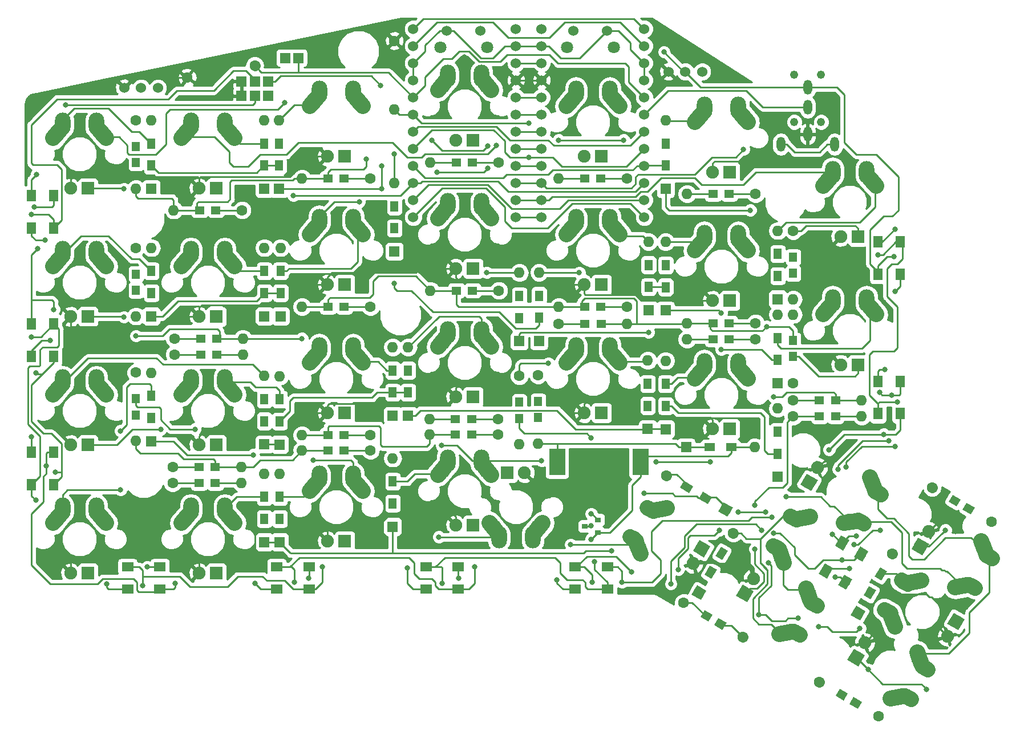
<source format=gbl>
G04 #@! TF.GenerationSoftware,KiCad,Pcbnew,(5.0.0)*
G04 #@! TF.CreationDate,2018-09-16T22:23:12+09:00*
G04 #@! TF.ProjectId,ergodash,6572676F646173682E6B696361645F70,2.0*
G04 #@! TF.SameCoordinates,Original*
G04 #@! TF.FileFunction,Copper,L2,Bot,Signal*
G04 #@! TF.FilePolarity,Positive*
%FSLAX46Y46*%
G04 Gerber Fmt 4.6, Leading zero omitted, Abs format (unit mm)*
G04 Created by KiCad (PCBNEW (5.0.0)) date 09/16/18 22:23:12*
%MOMM*%
%LPD*%
G01*
G04 APERTURE LIST*
G04 #@! TA.AperFunction,ComponentPad*
%ADD10C,1.200000*%
G04 #@! TD*
G04 #@! TA.AperFunction,Conductor*
%ADD11C,0.100000*%
G04 #@! TD*
G04 #@! TA.AperFunction,ComponentPad*
%ADD12C,1.600000*%
G04 #@! TD*
G04 #@! TA.AperFunction,Conductor*
%ADD13C,1.600000*%
G04 #@! TD*
G04 #@! TA.AperFunction,ComponentPad*
%ADD14R,1.600000X1.200000*%
G04 #@! TD*
G04 #@! TA.AperFunction,ComponentPad*
%ADD15O,1.600000X1.600000*%
G04 #@! TD*
G04 #@! TA.AperFunction,ComponentPad*
%ADD16R,1.600000X1.600000*%
G04 #@! TD*
G04 #@! TA.AperFunction,ComponentPad*
%ADD17R,1.200000X1.600000*%
G04 #@! TD*
G04 #@! TA.AperFunction,ComponentPad*
%ADD18R,1.400000X1.200000*%
G04 #@! TD*
G04 #@! TA.AperFunction,ComponentPad*
%ADD19R,1.200000X1.400000*%
G04 #@! TD*
G04 #@! TA.AperFunction,SMDPad,CuDef*
%ADD20R,1.400000X1.800000*%
G04 #@! TD*
G04 #@! TA.AperFunction,SMDPad,CuDef*
%ADD21C,1.400000*%
G04 #@! TD*
G04 #@! TA.AperFunction,SMDPad,CuDef*
%ADD22R,1.800000X1.400000*%
G04 #@! TD*
G04 #@! TA.AperFunction,ComponentPad*
%ADD23C,1.905000*%
G04 #@! TD*
G04 #@! TA.AperFunction,ComponentPad*
%ADD24R,1.524000X1.524000*%
G04 #@! TD*
G04 #@! TA.AperFunction,ComponentPad*
%ADD25C,2.400000*%
G04 #@! TD*
G04 #@! TA.AperFunction,Conductor*
%ADD26C,2.400000*%
G04 #@! TD*
G04 #@! TA.AperFunction,ComponentPad*
%ADD27C,2.300000*%
G04 #@! TD*
G04 #@! TA.AperFunction,Conductor*
%ADD28C,2.300000*%
G04 #@! TD*
G04 #@! TA.AperFunction,ComponentPad*
%ADD29O,2.300000X3.337000*%
G04 #@! TD*
G04 #@! TA.AperFunction,SMDPad,CuDef*
%ADD30R,0.900000X0.800000*%
G04 #@! TD*
G04 #@! TA.AperFunction,ComponentPad*
%ADD31R,1.905000X1.905000*%
G04 #@! TD*
G04 #@! TA.AperFunction,ComponentPad*
%ADD32C,1.524000*%
G04 #@! TD*
G04 #@! TA.AperFunction,ComponentPad*
%ADD33C,1.800000*%
G04 #@! TD*
G04 #@! TA.AperFunction,ComponentPad*
%ADD34R,2.400000X4.000000*%
G04 #@! TD*
G04 #@! TA.AperFunction,WasherPad*
%ADD35C,1.210000*%
G04 #@! TD*
G04 #@! TA.AperFunction,ComponentPad*
%ADD36O,1.300000X2.200000*%
G04 #@! TD*
G04 #@! TA.AperFunction,ViaPad*
%ADD37C,0.800000*%
G04 #@! TD*
G04 #@! TA.AperFunction,Conductor*
%ADD38C,0.254000*%
G04 #@! TD*
G04 APERTURE END LIST*
D10*
G04 #@! TO.P,D68,1*
G04 #@! TO.N,/row4*
X204290000Y-142173212D03*
D11*
G04 #@! TD*
G04 #@! TO.N,/row4*
G04 #@! TO.C,D68*
G36*
X204409615Y-143166032D02*
X203370385Y-142566032D01*
X204170385Y-141180392D01*
X205209615Y-141780392D01*
X204409615Y-143166032D01*
X204409615Y-143166032D01*
G37*
D12*
G04 #@! TO.P,D68,2*
G04 #@! TO.N,Net-(D68-Pad2)*
X207645000Y-136362182D03*
D13*
G04 #@! TD*
G04 #@! TO.N,Net-(D68-Pad2)*
G04 #@! TO.C,D68*
X207645000Y-136362182D02*
X207645000Y-136362182D01*
D12*
G04 #@! TO.P,D68,1*
G04 #@! TO.N,/row4*
X202565000Y-145161000D03*
D11*
G04 #@! TD*
G04 #@! TO.N,/row4*
G04 #@! TO.C,D68*
G36*
X202857820Y-146253820D02*
X201472180Y-145453820D01*
X202272180Y-144068180D01*
X203657820Y-144868180D01*
X202857820Y-146253820D01*
X202857820Y-146253820D01*
G37*
D10*
G04 #@! TO.P,D68,2*
G04 #@! TO.N,Net-(D68-Pad2)*
X205920000Y-139349970D03*
D11*
G04 #@! TD*
G04 #@! TO.N,Net-(D68-Pad2)*
G04 #@! TO.C,D68*
G36*
X206039615Y-140342790D02*
X205000385Y-139742790D01*
X205800385Y-138357150D01*
X206839615Y-138957150D01*
X206039615Y-140342790D01*
X206039615Y-140342790D01*
G37*
D14*
G04 #@! TO.P,D1,1*
G04 #@! TO.N,Net-(D1-Pad1)*
X180488000Y-120523000D03*
D15*
G04 #@! TO.P,D1,2*
G04 #@! TO.N,GND*
X187198000Y-120523000D03*
D16*
G04 #@! TO.P,D1,1*
G04 #@! TO.N,Net-(D1-Pad1)*
X177038000Y-120523000D03*
D14*
G04 #@! TO.P,D1,2*
G04 #@! TO.N,GND*
X183748000Y-120523000D03*
G04 #@! TD*
D10*
G04 #@! TO.P,D34,1*
G04 #@! TO.N,/row4*
X180668000Y-139125212D03*
D11*
G04 #@! TD*
G04 #@! TO.N,/row4*
G04 #@! TO.C,D34*
G36*
X180787615Y-140118032D02*
X179748385Y-139518032D01*
X180548385Y-138132392D01*
X181587615Y-138732392D01*
X180787615Y-140118032D01*
X180787615Y-140118032D01*
G37*
D12*
G04 #@! TO.P,D34,2*
G04 #@! TO.N,Net-(D34-Pad2)*
X184023000Y-133314182D03*
D13*
G04 #@! TD*
G04 #@! TO.N,Net-(D34-Pad2)*
G04 #@! TO.C,D34*
X184023000Y-133314182D02*
X184023000Y-133314182D01*
D12*
G04 #@! TO.P,D34,1*
G04 #@! TO.N,/row4*
X178943000Y-142113000D03*
D11*
G04 #@! TD*
G04 #@! TO.N,/row4*
G04 #@! TO.C,D34*
G36*
X179235820Y-143205820D02*
X177850180Y-142405820D01*
X178650180Y-141020180D01*
X180035820Y-141820180D01*
X179235820Y-143205820D01*
X179235820Y-143205820D01*
G37*
D10*
G04 #@! TO.P,D34,2*
G04 #@! TO.N,Net-(D34-Pad2)*
X182298000Y-136301970D03*
D11*
G04 #@! TD*
G04 #@! TO.N,Net-(D34-Pad2)*
G04 #@! TO.C,D34*
G36*
X182417615Y-137294790D02*
X181378385Y-136694790D01*
X182178385Y-135309150D01*
X183217615Y-135909150D01*
X182417615Y-137294790D01*
X182417615Y-137294790D01*
G37*
D10*
G04 #@! TO.P,D33,1*
G04 #@! TO.N,/row4*
X179892212Y-128069000D03*
D11*
G04 #@! TD*
G04 #@! TO.N,/row4*
G04 #@! TO.C,D33*
G36*
X180885032Y-127949385D02*
X180285032Y-128988615D01*
X178899392Y-128188615D01*
X179499392Y-127149385D01*
X180885032Y-127949385D01*
X180885032Y-127949385D01*
G37*
D12*
G04 #@! TO.P,D33,2*
G04 #@! TO.N,Net-(D33-Pad2)*
X174081182Y-124714000D03*
D13*
G04 #@! TD*
G04 #@! TO.N,Net-(D33-Pad2)*
G04 #@! TO.C,D33*
X174081182Y-124714000D02*
X174081182Y-124714000D01*
D12*
G04 #@! TO.P,D33,1*
G04 #@! TO.N,/row4*
X182880000Y-129794000D03*
D11*
G04 #@! TD*
G04 #@! TO.N,/row4*
G04 #@! TO.C,D33*
G36*
X183972820Y-129501180D02*
X183172820Y-130886820D01*
X181787180Y-130086820D01*
X182587180Y-128701180D01*
X183972820Y-129501180D01*
X183972820Y-129501180D01*
G37*
D10*
G04 #@! TO.P,D33,2*
G04 #@! TO.N,Net-(D33-Pad2)*
X177068970Y-126439000D03*
D11*
G04 #@! TD*
G04 #@! TO.N,Net-(D33-Pad2)*
G04 #@! TO.C,D33*
G36*
X178061790Y-126319385D02*
X177461790Y-127358615D01*
X176076150Y-126558615D01*
X176676150Y-125519385D01*
X178061790Y-126319385D01*
X178061790Y-126319385D01*
G37*
D17*
G04 #@! TO.P,D32,1*
G04 #@! TO.N,/row4*
X133477000Y-128884000D03*
D15*
G04 #@! TO.P,D32,2*
G04 #@! TO.N,Net-(D32-Pad2)*
X133477000Y-122174000D03*
D16*
G04 #@! TO.P,D32,1*
G04 #@! TO.N,/row4*
X133477000Y-132334000D03*
D17*
G04 #@! TO.P,D32,2*
G04 #@! TO.N,Net-(D32-Pad2)*
X133477000Y-125624000D03*
G04 #@! TD*
G04 #@! TO.P,D31,1*
G04 #@! TO.N,/row4*
X116713000Y-131170000D03*
D15*
G04 #@! TO.P,D31,2*
G04 #@! TO.N,Net-(D31-Pad2)*
X116713000Y-124460000D03*
D16*
G04 #@! TO.P,D31,1*
G04 #@! TO.N,/row4*
X116713000Y-134620000D03*
D17*
G04 #@! TO.P,D31,2*
G04 #@! TO.N,Net-(D31-Pad2)*
X116713000Y-127910000D03*
G04 #@! TD*
G04 #@! TO.P,D30,1*
G04 #@! TO.N,/row4*
X114427000Y-131170000D03*
D15*
G04 #@! TO.P,D30,2*
G04 #@! TO.N,Net-(D30-Pad2)*
X114427000Y-124460000D03*
D16*
G04 #@! TO.P,D30,1*
G04 #@! TO.N,/row4*
X114427000Y-134620000D03*
D17*
G04 #@! TO.P,D30,2*
G04 #@! TO.N,Net-(D30-Pad2)*
X114427000Y-127910000D03*
G04 #@! TD*
G04 #@! TO.P,D29,1*
G04 #@! TO.N,/row4*
X97663000Y-116184000D03*
D15*
G04 #@! TO.P,D29,2*
G04 #@! TO.N,Net-(D29-Pad2)*
X97663000Y-109474000D03*
D16*
G04 #@! TO.P,D29,1*
G04 #@! TO.N,/row4*
X97663000Y-119634000D03*
D17*
G04 #@! TO.P,D29,2*
G04 #@! TO.N,Net-(D29-Pad2)*
X97663000Y-112924000D03*
G04 #@! TD*
G04 #@! TO.P,D28,1*
G04 #@! TO.N,/row3*
X190627000Y-121497000D03*
D15*
G04 #@! TO.P,D28,2*
G04 #@! TO.N,Net-(D28-Pad2)*
X190627000Y-114787000D03*
D16*
G04 #@! TO.P,D28,1*
G04 #@! TO.N,/row3*
X190627000Y-124947000D03*
D17*
G04 #@! TO.P,D28,2*
G04 #@! TO.N,Net-(D28-Pad2)*
X190627000Y-118237000D03*
G04 #@! TD*
G04 #@! TO.P,D27,1*
G04 #@! TO.N,/row2*
X190627000Y-107569000D03*
D15*
G04 #@! TO.P,D27,2*
G04 #@! TO.N,Net-(D27-Pad2)*
X190627000Y-100859000D03*
D16*
G04 #@! TO.P,D27,1*
G04 #@! TO.N,/row2*
X190627000Y-111019000D03*
D17*
G04 #@! TO.P,D27,2*
G04 #@! TO.N,Net-(D27-Pad2)*
X190627000Y-104309000D03*
G04 #@! TD*
G04 #@! TO.P,D26,1*
G04 #@! TO.N,/row1*
X190627000Y-95102000D03*
D15*
G04 #@! TO.P,D26,2*
G04 #@! TO.N,Net-(D26-Pad2)*
X190627000Y-88392000D03*
D16*
G04 #@! TO.P,D26,1*
G04 #@! TO.N,/row1*
X190627000Y-98552000D03*
D17*
G04 #@! TO.P,D26,2*
G04 #@! TO.N,Net-(D26-Pad2)*
X190627000Y-91842000D03*
G04 #@! TD*
G04 #@! TO.P,D24,1*
G04 #@! TO.N,/row3*
X173990000Y-114406000D03*
D15*
G04 #@! TO.P,D24,2*
G04 #@! TO.N,Net-(D24-Pad2)*
X173990000Y-107696000D03*
D16*
G04 #@! TO.P,D24,1*
G04 #@! TO.N,/row3*
X173990000Y-117856000D03*
D17*
G04 #@! TO.P,D24,2*
G04 #@! TO.N,Net-(D24-Pad2)*
X173990000Y-111146000D03*
G04 #@! TD*
G04 #@! TO.P,D23,1*
G04 #@! TO.N,/row2*
X173990000Y-96774000D03*
D15*
G04 #@! TO.P,D23,2*
G04 #@! TO.N,Net-(D23-Pad2)*
X173990000Y-90064000D03*
D16*
G04 #@! TO.P,D23,1*
G04 #@! TO.N,/row2*
X173990000Y-100224000D03*
D17*
G04 #@! TO.P,D23,2*
G04 #@! TO.N,Net-(D23-Pad2)*
X173990000Y-93514000D03*
G04 #@! TD*
G04 #@! TO.P,D22,1*
G04 #@! TO.N,/row1*
X173990000Y-78719000D03*
D15*
G04 #@! TO.P,D22,2*
G04 #@! TO.N,Net-(D22-Pad2)*
X173990000Y-72009000D03*
D16*
G04 #@! TO.P,D22,1*
G04 #@! TO.N,/row1*
X173990000Y-82169000D03*
D17*
G04 #@! TO.P,D22,2*
G04 #@! TO.N,Net-(D22-Pad2)*
X173990000Y-75459000D03*
G04 #@! TD*
G04 #@! TO.P,D20,1*
G04 #@! TO.N,/row3*
X171323000Y-114385000D03*
D15*
G04 #@! TO.P,D20,2*
G04 #@! TO.N,Net-(D20-Pad2)*
X171323000Y-107675000D03*
D16*
G04 #@! TO.P,D20,1*
G04 #@! TO.N,/row3*
X171323000Y-117835000D03*
D17*
G04 #@! TO.P,D20,2*
G04 #@! TO.N,Net-(D20-Pad2)*
X171323000Y-111125000D03*
G04 #@! TD*
G04 #@! TO.P,D15,1*
G04 #@! TO.N,/row2*
X152273000Y-101346000D03*
D15*
G04 #@! TO.P,D15,2*
G04 #@! TO.N,Net-(D15-Pad2)*
X152273000Y-94636000D03*
D16*
G04 #@! TO.P,D15,1*
G04 #@! TO.N,/row2*
X152273000Y-104796000D03*
D17*
G04 #@! TO.P,D15,2*
G04 #@! TO.N,Net-(D15-Pad2)*
X152273000Y-98086000D03*
G04 #@! TD*
G04 #@! TO.P,D14,1*
G04 #@! TO.N,/row1*
X133731000Y-88011000D03*
D15*
G04 #@! TO.P,D14,2*
G04 #@! TO.N,Net-(D14-Pad2)*
X133731000Y-81301000D03*
D16*
G04 #@! TO.P,D14,1*
G04 #@! TO.N,/row1*
X133731000Y-91461000D03*
D17*
G04 #@! TO.P,D14,2*
G04 #@! TO.N,Net-(D14-Pad2)*
X133731000Y-84751000D03*
G04 #@! TD*
G04 #@! TO.P,D12,1*
G04 #@! TO.N,/row3*
X133477000Y-112395000D03*
D15*
G04 #@! TO.P,D12,2*
G04 #@! TO.N,Net-(D12-Pad2)*
X133477000Y-105685000D03*
D16*
G04 #@! TO.P,D12,1*
G04 #@! TO.N,/row3*
X133477000Y-115845000D03*
D17*
G04 #@! TO.P,D12,2*
G04 #@! TO.N,Net-(D12-Pad2)*
X133477000Y-109135000D03*
G04 #@! TD*
G04 #@! TO.P,D11,1*
G04 #@! TO.N,/row2*
X116840000Y-97642000D03*
D15*
G04 #@! TO.P,D11,2*
G04 #@! TO.N,Net-(D11-Pad2)*
X116840000Y-90932000D03*
D16*
G04 #@! TO.P,D11,1*
G04 #@! TO.N,/row2*
X116840000Y-101092000D03*
D17*
G04 #@! TO.P,D11,2*
G04 #@! TO.N,Net-(D11-Pad2)*
X116840000Y-94382000D03*
G04 #@! TD*
G04 #@! TO.P,D10,1*
G04 #@! TO.N,/row1*
X116586000Y-78719000D03*
D15*
G04 #@! TO.P,D10,2*
G04 #@! TO.N,Net-(D10-Pad2)*
X116586000Y-72009000D03*
D16*
G04 #@! TO.P,D10,1*
G04 #@! TO.N,/row1*
X116586000Y-82169000D03*
D17*
G04 #@! TO.P,D10,2*
G04 #@! TO.N,Net-(D10-Pad2)*
X116586000Y-75459000D03*
G04 #@! TD*
G04 #@! TO.P,D8,1*
G04 #@! TO.N,/row3*
X116713000Y-116692000D03*
D15*
G04 #@! TO.P,D8,2*
G04 #@! TO.N,Net-(D8-Pad2)*
X116713000Y-109982000D03*
D16*
G04 #@! TO.P,D8,1*
G04 #@! TO.N,/row3*
X116713000Y-120142000D03*
D17*
G04 #@! TO.P,D8,2*
G04 #@! TO.N,Net-(D8-Pad2)*
X116713000Y-113432000D03*
G04 #@! TD*
G04 #@! TO.P,D7,1*
G04 #@! TO.N,/row2*
X114427000Y-97642000D03*
D15*
G04 #@! TO.P,D7,2*
G04 #@! TO.N,Net-(D7-Pad2)*
X114427000Y-90932000D03*
D16*
G04 #@! TO.P,D7,1*
G04 #@! TO.N,/row2*
X114427000Y-101092000D03*
D17*
G04 #@! TO.P,D7,2*
G04 #@! TO.N,Net-(D7-Pad2)*
X114427000Y-94382000D03*
G04 #@! TD*
G04 #@! TO.P,D6,1*
G04 #@! TO.N,/row1*
X114427000Y-78719000D03*
D15*
G04 #@! TO.P,D6,2*
G04 #@! TO.N,Net-(D6-Pad2)*
X114427000Y-72009000D03*
D16*
G04 #@! TO.P,D6,1*
G04 #@! TO.N,/row1*
X114427000Y-82169000D03*
D17*
G04 #@! TO.P,D6,2*
G04 #@! TO.N,Net-(D6-Pad2)*
X114427000Y-75459000D03*
G04 #@! TD*
G04 #@! TO.P,D4,1*
G04 #@! TO.N,/row3*
X114427000Y-116671000D03*
D15*
G04 #@! TO.P,D4,2*
G04 #@! TO.N,Net-(D4-Pad2)*
X114427000Y-109961000D03*
D16*
G04 #@! TO.P,D4,1*
G04 #@! TO.N,/row3*
X114427000Y-120121000D03*
D17*
G04 #@! TO.P,D4,2*
G04 #@! TO.N,Net-(D4-Pad2)*
X114427000Y-113411000D03*
G04 #@! TD*
G04 #@! TO.P,D3,1*
G04 #@! TO.N,/row2*
X97663000Y-97642000D03*
D15*
G04 #@! TO.P,D3,2*
G04 #@! TO.N,Net-(D3-Pad2)*
X97663000Y-90932000D03*
D16*
G04 #@! TO.P,D3,1*
G04 #@! TO.N,/row2*
X97663000Y-101092000D03*
D17*
G04 #@! TO.P,D3,2*
G04 #@! TO.N,Net-(D3-Pad2)*
X97663000Y-94382000D03*
G04 #@! TD*
G04 #@! TO.P,D2,1*
G04 #@! TO.N,/row1*
X97663000Y-78719000D03*
D15*
G04 #@! TO.P,D2,2*
G04 #@! TO.N,Net-(D2-Pad2)*
X97663000Y-72009000D03*
D16*
G04 #@! TO.P,D2,1*
G04 #@! TO.N,/row1*
X97663000Y-82169000D03*
D17*
G04 #@! TO.P,D2,2*
G04 #@! TO.N,Net-(D2-Pad2)*
X97663000Y-75459000D03*
G04 #@! TD*
G04 #@! TO.P,D16,1*
G04 #@! TO.N,/row3*
X135763000Y-112395000D03*
D15*
G04 #@! TO.P,D16,2*
G04 #@! TO.N,Net-(D16-Pad2)*
X135763000Y-105685000D03*
D16*
G04 #@! TO.P,D16,1*
G04 #@! TO.N,/row3*
X135763000Y-115845000D03*
D17*
G04 #@! TO.P,D16,2*
G04 #@! TO.N,Net-(D16-Pad2)*
X135763000Y-109135000D03*
G04 #@! TD*
G04 #@! TO.P,D18,1*
G04 #@! TO.N,/row1*
X155194000Y-101304000D03*
D15*
G04 #@! TO.P,D18,2*
G04 #@! TO.N,Net-(D18-Pad2)*
X155194000Y-94594000D03*
D16*
G04 #@! TO.P,D18,1*
G04 #@! TO.N,/row1*
X155194000Y-104754000D03*
D17*
G04 #@! TO.P,D18,2*
G04 #@! TO.N,Net-(D18-Pad2)*
X155194000Y-98044000D03*
G04 #@! TD*
G04 #@! TO.P,D19,1*
G04 #@! TO.N,/row2*
X171450000Y-96732000D03*
D15*
G04 #@! TO.P,D19,2*
G04 #@! TO.N,Net-(D19-Pad2)*
X171450000Y-90022000D03*
D16*
G04 #@! TO.P,D19,1*
G04 #@! TO.N,/row2*
X171450000Y-100182000D03*
D17*
G04 #@! TO.P,D19,2*
G04 #@! TO.N,Net-(D19-Pad2)*
X171450000Y-93472000D03*
G04 #@! TD*
D10*
G04 #@! TO.P,R39,2*
G04 #@! TO.N,Net-(Q1-Pad3)*
X200126070Y-157304000D03*
D11*
G04 #@! TD*
G04 #@! TO.N,Net-(Q1-Pad3)*
G04 #@! TO.C,R39*
G36*
X201032288Y-157134385D02*
X200432288Y-158173615D01*
X199219852Y-157473615D01*
X199819852Y-156434385D01*
X201032288Y-157134385D01*
X201032288Y-157134385D01*
G37*
D12*
G04 #@! TO.P,R39,1*
G04 #@! TO.N,Net-(D72-Pad1)*
X205582030Y-160454000D03*
G04 #@! TO.P,R39,2*
G04 #@! TO.N,Net-(Q1-Pad3)*
X196783212Y-155374000D03*
D13*
G04 #@! TD*
G04 #@! TO.N,Net-(Q1-Pad3)*
G04 #@! TO.C,R39*
X196783212Y-155374000D02*
X196783212Y-155374000D01*
D10*
G04 #@! TO.P,R39,1*
G04 #@! TO.N,Net-(D72-Pad1)*
X202204531Y-158504000D03*
D11*
G04 #@! TD*
G04 #@! TO.N,Net-(D72-Pad1)*
G04 #@! TO.C,R39*
G36*
X203110749Y-158334385D02*
X202510749Y-159373615D01*
X201298313Y-158673615D01*
X201898313Y-157634385D01*
X203110749Y-158334385D01*
X203110749Y-158334385D01*
G37*
D18*
G04 #@! TO.P,R38,2*
G04 #@! TO.N,Net-(Q1-Pad3)*
X199213000Y-115951000D03*
D12*
G04 #@! TO.P,R38,1*
G04 #@! TO.N,Net-(D71-Pad1)*
X192913000Y-115951000D03*
D15*
G04 #@! TO.P,R38,2*
G04 #@! TO.N,Net-(Q1-Pad3)*
X203073000Y-115951000D03*
D18*
G04 #@! TO.P,R38,1*
G04 #@! TO.N,Net-(D71-Pad1)*
X196813000Y-115951000D03*
G04 #@! TD*
D10*
G04 #@! TO.P,R37,2*
G04 #@! TO.N,Net-(Q1-Pad3)*
X216890070Y-128475000D03*
D11*
G04 #@! TD*
G04 #@! TO.N,Net-(Q1-Pad3)*
G04 #@! TO.C,R37*
G36*
X217796288Y-128305385D02*
X217196288Y-129344615D01*
X215983852Y-128644615D01*
X216583852Y-127605385D01*
X217796288Y-128305385D01*
X217796288Y-128305385D01*
G37*
D12*
G04 #@! TO.P,R37,1*
G04 #@! TO.N,Net-(D70-Pad1)*
X222346030Y-131625000D03*
G04 #@! TO.P,R37,2*
G04 #@! TO.N,Net-(Q1-Pad3)*
X213547212Y-126545000D03*
D13*
G04 #@! TD*
G04 #@! TO.N,Net-(Q1-Pad3)*
G04 #@! TO.C,R37*
X213547212Y-126545000D02*
X213547212Y-126545000D01*
D10*
G04 #@! TO.P,R37,1*
G04 #@! TO.N,Net-(D70-Pad1)*
X218968531Y-129675000D03*
D11*
G04 #@! TD*
G04 #@! TO.N,Net-(D70-Pad1)*
G04 #@! TO.C,R37*
G36*
X219874749Y-129505385D02*
X219274749Y-130544615D01*
X218062313Y-129844615D01*
X218662313Y-128805385D01*
X219874749Y-129505385D01*
X219874749Y-129505385D01*
G37*
D18*
G04 #@! TO.P,R14,2*
G04 #@! TO.N,Net-(Q1-Pad3)*
X199213000Y-113538000D03*
D12*
G04 #@! TO.P,R14,1*
G04 #@! TO.N,Net-(D69-Pad1)*
X192913000Y-113538000D03*
D15*
G04 #@! TO.P,R14,2*
G04 #@! TO.N,Net-(Q1-Pad3)*
X203073000Y-113538000D03*
D18*
G04 #@! TO.P,R14,1*
G04 #@! TO.N,Net-(D69-Pad1)*
X196813000Y-113538000D03*
G04 #@! TD*
G04 #@! TO.P,R36,2*
G04 #@! TO.N,Net-(Q1-Pad3)*
X142798000Y-118618000D03*
D12*
G04 #@! TO.P,R36,1*
G04 #@! TO.N,Net-(D66-Pad1)*
X149098000Y-118618000D03*
D15*
G04 #@! TO.P,R36,2*
G04 #@! TO.N,Net-(Q1-Pad3)*
X138938000Y-118618000D03*
D18*
G04 #@! TO.P,R36,1*
G04 #@! TO.N,Net-(D66-Pad1)*
X145198000Y-118618000D03*
G04 #@! TD*
G04 #@! TO.P,R35,2*
G04 #@! TO.N,Net-(Q1-Pad3)*
X123875000Y-121031000D03*
D12*
G04 #@! TO.P,R35,1*
G04 #@! TO.N,Net-(D65-Pad1)*
X130175000Y-121031000D03*
D15*
G04 #@! TO.P,R35,2*
G04 #@! TO.N,Net-(Q1-Pad3)*
X120015000Y-121031000D03*
D18*
G04 #@! TO.P,R35,1*
G04 #@! TO.N,Net-(D65-Pad1)*
X126275000Y-121031000D03*
G04 #@! TD*
G04 #@! TO.P,R34,2*
G04 #@! TO.N,Net-(Q1-Pad3)*
X107138000Y-125857000D03*
D12*
G04 #@! TO.P,R34,1*
G04 #@! TO.N,Net-(D64-Pad1)*
X100838000Y-125857000D03*
D15*
G04 #@! TO.P,R34,2*
G04 #@! TO.N,Net-(Q1-Pad3)*
X110998000Y-125857000D03*
D18*
G04 #@! TO.P,R34,1*
G04 #@! TO.N,Net-(D64-Pad1)*
X104738000Y-125857000D03*
G04 #@! TD*
G04 #@! TO.P,R33,2*
G04 #@! TO.N,Net-(Q1-Pad3)*
X107138000Y-123444000D03*
D12*
G04 #@! TO.P,R33,1*
G04 #@! TO.N,Net-(D63-Pad1)*
X100838000Y-123444000D03*
D15*
G04 #@! TO.P,R33,2*
G04 #@! TO.N,Net-(Q1-Pad3)*
X110998000Y-123444000D03*
D18*
G04 #@! TO.P,R33,1*
G04 #@! TO.N,Net-(D63-Pad1)*
X104738000Y-123444000D03*
G04 #@! TD*
D10*
G04 #@! TO.P,R32,2*
G04 #@! TO.N,Net-(Q1-Pad3)*
X182112960Y-146787000D03*
D11*
G04 #@! TD*
G04 #@! TO.N,Net-(Q1-Pad3)*
G04 #@! TO.C,R32*
G36*
X181206742Y-146956615D02*
X181806742Y-145917385D01*
X183019178Y-146617385D01*
X182419178Y-147656615D01*
X181206742Y-146956615D01*
X181206742Y-146956615D01*
G37*
D12*
G04 #@! TO.P,R32,1*
G04 #@! TO.N,Net-(D62-Pad1)*
X176657000Y-143637000D03*
G04 #@! TO.P,R32,2*
G04 #@! TO.N,Net-(Q1-Pad3)*
X185455818Y-148717000D03*
D13*
G04 #@! TD*
G04 #@! TO.N,Net-(Q1-Pad3)*
G04 #@! TO.C,R32*
X185455818Y-148717000D02*
X185455818Y-148717000D01*
D10*
G04 #@! TO.P,R32,1*
G04 #@! TO.N,Net-(D62-Pad1)*
X180034499Y-145587000D03*
D11*
G04 #@! TD*
G04 #@! TO.N,Net-(D62-Pad1)*
G04 #@! TO.C,R32*
G36*
X179128281Y-145756615D02*
X179728281Y-144717385D01*
X180940717Y-145417385D01*
X180340717Y-146456615D01*
X179128281Y-145756615D01*
X179128281Y-145756615D01*
G37*
D18*
G04 #@! TO.P,R31,2*
G04 #@! TO.N,Net-(Q1-Pad3)*
X181025000Y-104521000D03*
D12*
G04 #@! TO.P,R31,1*
G04 #@! TO.N,Net-(D61-Pad1)*
X187325000Y-104521000D03*
D15*
G04 #@! TO.P,R31,2*
G04 #@! TO.N,Net-(Q1-Pad3)*
X177165000Y-104521000D03*
D18*
G04 #@! TO.P,R31,1*
G04 #@! TO.N,Net-(D61-Pad1)*
X183425000Y-104521000D03*
G04 #@! TD*
G04 #@! TO.P,R30,2*
G04 #@! TO.N,Net-(Q1-Pad3)*
X164415000Y-102235000D03*
D12*
G04 #@! TO.P,R30,1*
G04 #@! TO.N,Net-(D60-Pad1)*
X158115000Y-102235000D03*
D15*
G04 #@! TO.P,R30,2*
G04 #@! TO.N,Net-(Q1-Pad3)*
X168275000Y-102235000D03*
D18*
G04 #@! TO.P,R30,1*
G04 #@! TO.N,Net-(D60-Pad1)*
X162015000Y-102235000D03*
G04 #@! TD*
G04 #@! TO.P,R29,2*
G04 #@! TO.N,Net-(Q1-Pad3)*
X142798000Y-116332000D03*
D12*
G04 #@! TO.P,R29,1*
G04 #@! TO.N,Net-(D59-Pad1)*
X149098000Y-116332000D03*
D15*
G04 #@! TO.P,R29,2*
G04 #@! TO.N,Net-(Q1-Pad3)*
X138938000Y-116332000D03*
D18*
G04 #@! TO.P,R29,1*
G04 #@! TO.N,Net-(D59-Pad1)*
X145198000Y-116332000D03*
G04 #@! TD*
G04 #@! TO.P,R28,2*
G04 #@! TO.N,Net-(Q1-Pad3)*
X123875000Y-118745000D03*
D12*
G04 #@! TO.P,R28,1*
G04 #@! TO.N,Net-(D58-Pad1)*
X130175000Y-118745000D03*
D15*
G04 #@! TO.P,R28,2*
G04 #@! TO.N,Net-(Q1-Pad3)*
X120015000Y-118745000D03*
D18*
G04 #@! TO.P,R28,1*
G04 #@! TO.N,Net-(D58-Pad1)*
X126275000Y-118745000D03*
G04 #@! TD*
D19*
G04 #@! TO.P,R27,2*
G04 #@! TO.N,Net-(Q1-Pad3)*
X95377000Y-115753000D03*
D12*
G04 #@! TO.P,R27,1*
G04 #@! TO.N,Net-(D57-Pad1)*
X95377000Y-109453000D03*
D15*
G04 #@! TO.P,R27,2*
G04 #@! TO.N,Net-(Q1-Pad3)*
X95377000Y-119613000D03*
D19*
G04 #@! TO.P,R27,1*
G04 #@! TO.N,Net-(D57-Pad1)*
X95377000Y-113353000D03*
G04 #@! TD*
D18*
G04 #@! TO.P,R26,2*
G04 #@! TO.N,Net-(Q1-Pad3)*
X107392000Y-106807000D03*
D12*
G04 #@! TO.P,R26,1*
G04 #@! TO.N,Net-(D56-Pad1)*
X101092000Y-106807000D03*
D15*
G04 #@! TO.P,R26,2*
G04 #@! TO.N,Net-(Q1-Pad3)*
X111252000Y-106807000D03*
D18*
G04 #@! TO.P,R26,1*
G04 #@! TO.N,Net-(D56-Pad1)*
X104992000Y-106807000D03*
G04 #@! TD*
D19*
G04 #@! TO.P,R25,2*
G04 #@! TO.N,Net-(Q1-Pad3)*
X192913000Y-104698000D03*
D12*
G04 #@! TO.P,R25,1*
G04 #@! TO.N,Net-(D55-Pad1)*
X192913000Y-110998000D03*
D15*
G04 #@! TO.P,R25,2*
G04 #@! TO.N,Net-(Q1-Pad3)*
X192913000Y-100838000D03*
D19*
G04 #@! TO.P,R25,1*
G04 #@! TO.N,Net-(D55-Pad1)*
X192913000Y-107098000D03*
G04 #@! TD*
D18*
G04 #@! TO.P,R24,2*
G04 #@! TO.N,Net-(Q1-Pad3)*
X181025000Y-102108000D03*
D12*
G04 #@! TO.P,R24,1*
G04 #@! TO.N,Net-(D54-Pad1)*
X187325000Y-102108000D03*
D15*
G04 #@! TO.P,R24,2*
G04 #@! TO.N,Net-(Q1-Pad3)*
X177165000Y-102108000D03*
D18*
G04 #@! TO.P,R24,1*
G04 #@! TO.N,Net-(D54-Pad1)*
X183425000Y-102108000D03*
G04 #@! TD*
G04 #@! TO.P,R23,2*
G04 #@! TO.N,Net-(Q1-Pad3)*
X161975000Y-99695000D03*
D12*
G04 #@! TO.P,R23,1*
G04 #@! TO.N,Net-(D53-Pad1)*
X168275000Y-99695000D03*
D15*
G04 #@! TO.P,R23,2*
G04 #@! TO.N,Net-(Q1-Pad3)*
X158115000Y-99695000D03*
D18*
G04 #@! TO.P,R23,1*
G04 #@! TO.N,Net-(D53-Pad1)*
X164375000Y-99695000D03*
G04 #@! TD*
G04 #@! TO.P,R22,2*
G04 #@! TO.N,Net-(Q1-Pad3)*
X142925000Y-97282000D03*
D12*
G04 #@! TO.P,R22,1*
G04 #@! TO.N,Net-(D52-Pad1)*
X149225000Y-97282000D03*
D15*
G04 #@! TO.P,R22,2*
G04 #@! TO.N,Net-(Q1-Pad3)*
X139065000Y-97282000D03*
D18*
G04 #@! TO.P,R22,1*
G04 #@! TO.N,Net-(D52-Pad1)*
X145325000Y-97282000D03*
G04 #@! TD*
G04 #@! TO.P,R21,2*
G04 #@! TO.N,Net-(Q1-Pad3)*
X123875000Y-99695000D03*
D12*
G04 #@! TO.P,R21,1*
G04 #@! TO.N,Net-(D51-Pad1)*
X130175000Y-99695000D03*
D15*
G04 #@! TO.P,R21,2*
G04 #@! TO.N,Net-(Q1-Pad3)*
X120015000Y-99695000D03*
D18*
G04 #@! TO.P,R21,1*
G04 #@! TO.N,Net-(D51-Pad1)*
X126275000Y-99695000D03*
G04 #@! TD*
G04 #@! TO.P,R20,2*
G04 #@! TO.N,Net-(Q1-Pad3)*
X107392000Y-104394000D03*
D12*
G04 #@! TO.P,R20,1*
G04 #@! TO.N,Net-(D50-Pad1)*
X101092000Y-104394000D03*
D15*
G04 #@! TO.P,R20,2*
G04 #@! TO.N,Net-(Q1-Pad3)*
X111252000Y-104394000D03*
D18*
G04 #@! TO.P,R20,1*
G04 #@! TO.N,Net-(D50-Pad1)*
X104992000Y-104394000D03*
G04 #@! TD*
D19*
G04 #@! TO.P,R19,2*
G04 #@! TO.N,Net-(Q1-Pad3)*
X95377000Y-97232000D03*
D12*
G04 #@! TO.P,R19,1*
G04 #@! TO.N,Net-(D49-Pad1)*
X95377000Y-90932000D03*
D15*
G04 #@! TO.P,R19,2*
G04 #@! TO.N,Net-(Q1-Pad3)*
X95377000Y-101092000D03*
D19*
G04 #@! TO.P,R19,1*
G04 #@! TO.N,Net-(D49-Pad1)*
X95377000Y-94832000D03*
G04 #@! TD*
G04 #@! TO.P,R18,2*
G04 #@! TO.N,Net-(Q1-Pad3)*
X192913000Y-94713000D03*
D12*
G04 #@! TO.P,R18,1*
G04 #@! TO.N,Net-(D48-Pad1)*
X192913000Y-88413000D03*
D15*
G04 #@! TO.P,R18,2*
G04 #@! TO.N,Net-(Q1-Pad3)*
X192913000Y-98573000D03*
D19*
G04 #@! TO.P,R18,1*
G04 #@! TO.N,Net-(D48-Pad1)*
X192913000Y-92313000D03*
G04 #@! TD*
D18*
G04 #@! TO.P,R16,2*
G04 #@! TO.N,Net-(Q1-Pad3)*
X161975000Y-80645000D03*
D12*
G04 #@! TO.P,R16,1*
G04 #@! TO.N,Net-(D46-Pad1)*
X168275000Y-80645000D03*
D15*
G04 #@! TO.P,R16,2*
G04 #@! TO.N,Net-(Q1-Pad3)*
X158115000Y-80645000D03*
D18*
G04 #@! TO.P,R16,1*
G04 #@! TO.N,Net-(D46-Pad1)*
X164375000Y-80645000D03*
G04 #@! TD*
G04 #@! TO.P,R15,2*
G04 #@! TO.N,Net-(Q1-Pad3)*
X142925000Y-78232000D03*
D12*
G04 #@! TO.P,R15,1*
G04 #@! TO.N,Net-(D45-Pad1)*
X149225000Y-78232000D03*
D15*
G04 #@! TO.P,R15,2*
G04 #@! TO.N,Net-(Q1-Pad3)*
X139065000Y-78232000D03*
D18*
G04 #@! TO.P,R15,1*
G04 #@! TO.N,Net-(D45-Pad1)*
X145325000Y-78232000D03*
G04 #@! TD*
G04 #@! TO.P,R12,2*
G04 #@! TO.N,Net-(Q1-Pad3)*
X123875000Y-80645000D03*
D12*
G04 #@! TO.P,R12,1*
G04 #@! TO.N,Net-(D44-Pad1)*
X130175000Y-80645000D03*
D15*
G04 #@! TO.P,R12,2*
G04 #@! TO.N,Net-(Q1-Pad3)*
X120015000Y-80645000D03*
D18*
G04 #@! TO.P,R12,1*
G04 #@! TO.N,Net-(D44-Pad1)*
X126275000Y-80645000D03*
G04 #@! TD*
G04 #@! TO.P,R11,2*
G04 #@! TO.N,Net-(Q1-Pad3)*
X104825000Y-85344000D03*
D12*
G04 #@! TO.P,R11,1*
G04 #@! TO.N,Net-(D43-Pad1)*
X111125000Y-85344000D03*
D15*
G04 #@! TO.P,R11,2*
G04 #@! TO.N,Net-(Q1-Pad3)*
X100965000Y-85344000D03*
D18*
G04 #@! TO.P,R11,1*
G04 #@! TO.N,Net-(D43-Pad1)*
X107225000Y-85344000D03*
G04 #@! TD*
D19*
G04 #@! TO.P,R10,2*
G04 #@! TO.N,Net-(Q1-Pad3)*
X95377000Y-78309000D03*
D12*
G04 #@! TO.P,R10,1*
G04 #@! TO.N,Net-(D42-Pad1)*
X95377000Y-72009000D03*
D15*
G04 #@! TO.P,R10,2*
G04 #@! TO.N,Net-(Q1-Pad3)*
X95377000Y-82169000D03*
D19*
G04 #@! TO.P,R10,1*
G04 #@! TO.N,Net-(D42-Pad1)*
X95377000Y-75909000D03*
G04 #@! TD*
G04 #@! TO.P,R13,2*
G04 #@! TO.N,Net-(Q1-Pad1)*
X152273000Y-116261000D03*
D12*
G04 #@! TO.P,R13,1*
G04 #@! TO.N,/Backlight*
X152273000Y-109961000D03*
D15*
G04 #@! TO.P,R13,2*
G04 #@! TO.N,Net-(Q1-Pad1)*
X152273000Y-120121000D03*
D19*
G04 #@! TO.P,R13,1*
G04 #@! TO.N,/Backlight*
X152273000Y-113861000D03*
G04 #@! TD*
D18*
G04 #@! TO.P,R17,2*
G04 #@! TO.N,Net-(Q1-Pad3)*
X181025000Y-82931000D03*
D12*
G04 #@! TO.P,R17,1*
G04 #@! TO.N,Net-(D47-Pad1)*
X187325000Y-82931000D03*
D15*
G04 #@! TO.P,R17,2*
G04 #@! TO.N,Net-(Q1-Pad3)*
X177165000Y-82931000D03*
D18*
G04 #@! TO.P,R17,1*
G04 #@! TO.N,Net-(D47-Pad1)*
X183425000Y-82931000D03*
G04 #@! TD*
D19*
G04 #@! TO.P,R3,2*
G04 #@! TO.N,Net-(D1-Pad1)*
X155067000Y-116155000D03*
D12*
G04 #@! TO.P,R3,1*
G04 #@! TO.N,/Audio*
X155067000Y-109855000D03*
D15*
G04 #@! TO.P,R3,2*
G04 #@! TO.N,Net-(D1-Pad1)*
X155067000Y-120015000D03*
D19*
G04 #@! TO.P,R3,1*
G04 #@! TO.N,/Audio*
X155067000Y-113755000D03*
G04 #@! TD*
D20*
G04 #@! TO.P,LED11,1*
G04 #@! TO.N,Net-(J4-Pad2)*
X205487000Y-90056000D03*
G04 #@! TO.P,LED11,2*
G04 #@! TO.N,Net-(LED10-Pad4)*
X208787000Y-90056000D03*
G04 #@! TO.P,LED11,3*
G04 #@! TO.N,Net-(J5-Pad2)*
X208787000Y-94856000D03*
G04 #@! TO.P,LED11,4*
G04 #@! TO.N,/xtradata*
X205487000Y-94856000D03*
G04 #@! TD*
G04 #@! TO.P,LED10,1*
G04 #@! TO.N,Net-(J4-Pad2)*
X205487000Y-110757000D03*
G04 #@! TO.P,LED10,2*
G04 #@! TO.N,Net-(LED10-Pad2)*
X208787000Y-110757000D03*
G04 #@! TO.P,LED10,3*
G04 #@! TO.N,Net-(J5-Pad2)*
X208787000Y-115557000D03*
G04 #@! TO.P,LED10,4*
G04 #@! TO.N,Net-(LED10-Pad4)*
X205487000Y-115557000D03*
G04 #@! TD*
D21*
G04 #@! TO.P,LED9,1*
G04 #@! TO.N,Net-(J4-Pad2)*
X200177058Y-134764539D03*
D11*
G04 #@! TD*
G04 #@! TO.N,Net-(J4-Pad2)*
G04 #@! TO.C,LED9*
G36*
X201233276Y-134335116D02*
X200333276Y-135893962D01*
X199120840Y-135193962D01*
X200020840Y-133635116D01*
X201233276Y-134335116D01*
X201233276Y-134335116D01*
G37*
D21*
G04 #@! TO.P,LED9,2*
G04 #@! TO.N,Net-(LED8-Pad4)*
X203034942Y-136414539D03*
D11*
G04 #@! TD*
G04 #@! TO.N,Net-(LED8-Pad4)*
G04 #@! TO.C,LED9*
G36*
X204091160Y-135985116D02*
X203191160Y-137543962D01*
X201978724Y-136843962D01*
X202878724Y-135285116D01*
X204091160Y-135985116D01*
X204091160Y-135985116D01*
G37*
D21*
G04 #@! TO.P,LED9,3*
G04 #@! TO.N,Net-(J5-Pad2)*
X200634942Y-140571461D03*
D11*
G04 #@! TD*
G04 #@! TO.N,Net-(J5-Pad2)*
G04 #@! TO.C,LED9*
G36*
X201691160Y-140142038D02*
X200791160Y-141700884D01*
X199578724Y-141000884D01*
X200478724Y-139442038D01*
X201691160Y-140142038D01*
X201691160Y-140142038D01*
G37*
D21*
G04 #@! TO.P,LED9,4*
G04 #@! TO.N,Net-(LED10-Pad2)*
X197777058Y-138921461D03*
D11*
G04 #@! TD*
G04 #@! TO.N,Net-(LED10-Pad2)*
G04 #@! TO.C,LED9*
G36*
X198833276Y-138492038D02*
X197933276Y-140050884D01*
X196720840Y-139350884D01*
X197620840Y-137792038D01*
X198833276Y-138492038D01*
X198833276Y-138492038D01*
G37*
D22*
G04 #@! TO.P,LED8,1*
G04 #@! TO.N,Net-(J4-Pad2)*
X165341000Y-138304000D03*
G04 #@! TO.P,LED8,2*
G04 #@! TO.N,Net-(LED7-Pad4)*
X165341000Y-141604000D03*
G04 #@! TO.P,LED8,3*
G04 #@! TO.N,Net-(J5-Pad2)*
X160541000Y-141604000D03*
G04 #@! TO.P,LED8,4*
G04 #@! TO.N,Net-(LED8-Pad4)*
X160541000Y-138304000D03*
G04 #@! TD*
G04 #@! TO.P,LED7,1*
G04 #@! TO.N,Net-(J4-Pad2)*
X143200667Y-138304000D03*
G04 #@! TO.P,LED7,2*
G04 #@! TO.N,Net-(LED6-Pad4)*
X143200667Y-141604000D03*
G04 #@! TO.P,LED7,3*
G04 #@! TO.N,Net-(J5-Pad2)*
X138400667Y-141604000D03*
G04 #@! TO.P,LED7,4*
G04 #@! TO.N,Net-(LED7-Pad4)*
X138400667Y-138304000D03*
G04 #@! TD*
G04 #@! TO.P,LED6,1*
G04 #@! TO.N,Net-(J4-Pad2)*
X121060333Y-138304000D03*
G04 #@! TO.P,LED6,2*
G04 #@! TO.N,Net-(LED5-Pad4)*
X121060333Y-141604000D03*
G04 #@! TO.P,LED6,3*
G04 #@! TO.N,Net-(J5-Pad2)*
X116260333Y-141604000D03*
G04 #@! TO.P,LED6,4*
G04 #@! TO.N,Net-(LED6-Pad4)*
X116260333Y-138304000D03*
G04 #@! TD*
G04 #@! TO.P,LED5,1*
G04 #@! TO.N,Net-(J4-Pad2)*
X98920000Y-138304000D03*
G04 #@! TO.P,LED5,2*
G04 #@! TO.N,Net-(LED4-Pad4)*
X98920000Y-141604000D03*
G04 #@! TO.P,LED5,3*
G04 #@! TO.N,Net-(J5-Pad2)*
X94120000Y-141604000D03*
G04 #@! TO.P,LED5,4*
G04 #@! TO.N,Net-(LED5-Pad4)*
X94120000Y-138304000D03*
G04 #@! TD*
D20*
G04 #@! TO.P,LED4,1*
G04 #@! TO.N,Net-(J4-Pad2)*
X83184000Y-126098000D03*
G04 #@! TO.P,LED4,2*
G04 #@! TO.N,Net-(LED3-Pad4)*
X79884000Y-126098000D03*
G04 #@! TO.P,LED4,3*
G04 #@! TO.N,Net-(J5-Pad2)*
X79884000Y-121298000D03*
G04 #@! TO.P,LED4,4*
G04 #@! TO.N,Net-(LED4-Pad4)*
X83184000Y-121298000D03*
G04 #@! TD*
G04 #@! TO.P,LED3,1*
G04 #@! TO.N,Net-(J4-Pad2)*
X83184000Y-107048000D03*
G04 #@! TO.P,LED3,2*
G04 #@! TO.N,Net-(LED2-Pad4)*
X79884000Y-107048000D03*
G04 #@! TO.P,LED3,3*
G04 #@! TO.N,Net-(J5-Pad2)*
X79884000Y-102248000D03*
G04 #@! TO.P,LED3,4*
G04 #@! TO.N,Net-(LED3-Pad4)*
X83184000Y-102248000D03*
G04 #@! TD*
G04 #@! TO.P,LED2,1*
G04 #@! TO.N,Net-(J4-Pad2)*
X83184000Y-87998000D03*
G04 #@! TO.P,LED2,2*
G04 #@! TO.N,/RBG*
X79884000Y-87998000D03*
G04 #@! TO.P,LED2,3*
G04 #@! TO.N,Net-(J5-Pad2)*
X79884000Y-83198000D03*
G04 #@! TO.P,LED2,4*
G04 #@! TO.N,Net-(LED2-Pad4)*
X83184000Y-83198000D03*
G04 #@! TD*
D23*
G04 #@! TO.P,D73,2*
G04 #@! TO.N,VCC*
X215814909Y-148616152D03*
G04 #@! TO.P,D73,1*
G04 #@! TO.N,Net-(D72-Pad1)*
X217084909Y-146416448D03*
D11*
G04 #@! TD*
G04 #@! TO.N,Net-(D72-Pad1)*
G04 #@! TO.C,D73*
G36*
X217433548Y-147717587D02*
X215783770Y-146765087D01*
X216736270Y-145115309D01*
X218386048Y-146067809D01*
X217433548Y-147717587D01*
X217433548Y-147717587D01*
G37*
D23*
G04 #@! TO.P,D72,2*
G04 #@! TO.N,VCC*
X203523591Y-149585498D03*
G04 #@! TO.P,D72,1*
G04 #@! TO.N,Net-(D72-Pad1)*
X202253591Y-151785202D03*
D11*
G04 #@! TD*
G04 #@! TO.N,Net-(D72-Pad1)*
G04 #@! TO.C,D72*
G36*
X201904952Y-150484063D02*
X203554730Y-151436563D01*
X202602230Y-153086341D01*
X200952452Y-152133841D01*
X201904952Y-150484063D01*
X201904952Y-150484063D01*
G37*
D23*
G04 #@! TO.P,D71,2*
G04 #@! TO.N,VCC*
X187025591Y-140060448D03*
G04 #@! TO.P,D71,1*
G04 #@! TO.N,Net-(D71-Pad1)*
X185755591Y-142260152D03*
D11*
G04 #@! TD*
G04 #@! TO.N,Net-(D71-Pad1)*
G04 #@! TO.C,D71*
G36*
X185406952Y-140959013D02*
X187056730Y-141911513D01*
X186104230Y-143561291D01*
X184454452Y-142608791D01*
X185406952Y-140959013D01*
X185406952Y-140959013D01*
G37*
D23*
G04 #@! TO.P,D70,2*
G04 #@! TO.N,VCC*
X213048591Y-133087498D03*
G04 #@! TO.P,D70,1*
G04 #@! TO.N,Net-(D70-Pad1)*
X211778591Y-135287202D03*
D11*
G04 #@! TD*
G04 #@! TO.N,Net-(D70-Pad1)*
G04 #@! TO.C,D70*
G36*
X211429952Y-133986063D02*
X213079730Y-134938563D01*
X212127230Y-136588341D01*
X210477452Y-135635841D01*
X211429952Y-133986063D01*
X211429952Y-133986063D01*
G37*
D23*
G04 #@! TO.P,D69,2*
G04 #@! TO.N,VCC*
X196550591Y-123562448D03*
G04 #@! TO.P,D69,1*
G04 #@! TO.N,Net-(D69-Pad1)*
X195280591Y-125762152D03*
D11*
G04 #@! TD*
G04 #@! TO.N,Net-(D69-Pad1)*
G04 #@! TO.C,D69*
G36*
X194931952Y-124461013D02*
X196581730Y-125413513D01*
X195629230Y-127063291D01*
X193979452Y-126110791D01*
X194931952Y-124461013D01*
X194931952Y-124461013D01*
G37*
D24*
G04 #@! TO.P,J5,3*
G04 #@! TO.N,GND*
X115030000Y-68368000D03*
G04 #@! TO.P,J5,2*
G04 #@! TO.N,Net-(J5-Pad2)*
X113030000Y-68368000D03*
G04 #@! TO.P,J5,1*
G04 #@! TO.N,VCC*
X111030000Y-68368000D03*
G04 #@! TD*
G04 #@! TO.P,J4,3*
G04 #@! TO.N,GND*
X115030000Y-66209000D03*
G04 #@! TO.P,J4,2*
G04 #@! TO.N,Net-(J4-Pad2)*
X113030000Y-66209000D03*
G04 #@! TO.P,J4,1*
G04 #@! TO.N,VCC*
X111030000Y-66209000D03*
G04 #@! TD*
D25*
G04 #@! TO.P,SW41,1*
G04 #@! TO.N,/col6*
X211632119Y-151853578D03*
D26*
G04 #@! TD*
G04 #@! TO.N,/col6*
G04 #@! TO.C,SW41*
X211324301Y-151007855D02*
X211939937Y-152699301D01*
D25*
G04 #@! TO.P,SW41,2*
G04 #@! TO.N,Net-(D68-Pad2)*
X208272070Y-157673353D03*
D26*
G04 #@! TD*
G04 #@! TO.N,Net-(D68-Pad2)*
G04 #@! TO.C,SW41*
X209158397Y-157517070D02*
X207385743Y-157829636D01*
D27*
G04 #@! TO.P,SW41,2*
G04 #@! TO.N,Net-(D68-Pad2)*
X209925114Y-157657734D03*
D28*
G04 #@! TD*
G04 #@! TO.N,Net-(D68-Pad2)*
G04 #@! TO.C,SW41*
X210374148Y-157916984D02*
X209476080Y-157398484D01*
D27*
G04 #@! TO.P,SW41,1*
G04 #@! TO.N,/col6*
X212445114Y-153292966D03*
D28*
G04 #@! TD*
G04 #@! TO.N,/col6*
G04 #@! TO.C,SW41*
X212894148Y-153552216D02*
X211996080Y-153033716D01*
D25*
G04 #@! TO.P,SW40,1*
G04 #@! TO.N,/col6*
X207706381Y-146348072D03*
D26*
G04 #@! TD*
G04 #@! TO.N,/col6*
G04 #@! TO.C,SW40*
X208014199Y-147193795D02*
X207398563Y-145502349D01*
D25*
G04 #@! TO.P,SW40,2*
G04 #@! TO.N,Net-(D68-Pad2)*
X211066430Y-140528297D03*
D26*
G04 #@! TD*
G04 #@! TO.N,Net-(D68-Pad2)*
G04 #@! TO.C,SW40*
X210180103Y-140684580D02*
X211952757Y-140372014D01*
D27*
G04 #@! TO.P,SW40,2*
G04 #@! TO.N,Net-(D68-Pad2)*
X209413386Y-140543916D03*
D28*
G04 #@! TD*
G04 #@! TO.N,Net-(D68-Pad2)*
G04 #@! TO.C,SW40*
X208964352Y-140284666D02*
X209862420Y-140803166D01*
D27*
G04 #@! TO.P,SW40,1*
G04 #@! TO.N,/col6*
X206893386Y-144908684D03*
D28*
G04 #@! TD*
G04 #@! TO.N,/col6*
G04 #@! TO.C,SW40*
X206444352Y-144649434D02*
X207342420Y-145167934D01*
D25*
G04 #@! TO.P,SW39,1*
G04 #@! TO.N,/col6*
X221157119Y-135355578D03*
D26*
G04 #@! TD*
G04 #@! TO.N,/col6*
G04 #@! TO.C,SW39*
X220849301Y-134509855D02*
X221464937Y-136201301D01*
D25*
G04 #@! TO.P,SW39,2*
G04 #@! TO.N,Net-(D28-Pad2)*
X217797070Y-141175353D03*
D26*
G04 #@! TD*
G04 #@! TO.N,Net-(D28-Pad2)*
G04 #@! TO.C,SW39*
X218683397Y-141019070D02*
X216910743Y-141331636D01*
D27*
G04 #@! TO.P,SW39,2*
G04 #@! TO.N,Net-(D28-Pad2)*
X219450114Y-141159734D03*
D28*
G04 #@! TD*
G04 #@! TO.N,Net-(D28-Pad2)*
G04 #@! TO.C,SW39*
X219899148Y-141418984D02*
X219001080Y-140900484D01*
D27*
G04 #@! TO.P,SW39,1*
G04 #@! TO.N,/col6*
X221970114Y-136794966D03*
D28*
G04 #@! TD*
G04 #@! TO.N,/col6*
G04 #@! TO.C,SW39*
X222419148Y-137054216D02*
X221521080Y-136535716D01*
D25*
G04 #@! TO.P,SW36,1*
G04 #@! TO.N,/col5*
X191208381Y-136823022D03*
D26*
G04 #@! TD*
G04 #@! TO.N,/col5*
G04 #@! TO.C,SW36*
X191516199Y-137668745D02*
X190900563Y-135977299D01*
D25*
G04 #@! TO.P,SW36,2*
G04 #@! TO.N,Net-(D34-Pad2)*
X194568430Y-131003247D03*
D26*
G04 #@! TD*
G04 #@! TO.N,Net-(D34-Pad2)*
G04 #@! TO.C,SW36*
X193682103Y-131159530D02*
X195454757Y-130846964D01*
D27*
G04 #@! TO.P,SW36,2*
G04 #@! TO.N,Net-(D34-Pad2)*
X192915386Y-131018866D03*
D28*
G04 #@! TD*
G04 #@! TO.N,Net-(D34-Pad2)*
G04 #@! TO.C,SW36*
X192466352Y-130759616D02*
X193364420Y-131278116D01*
D27*
G04 #@! TO.P,SW36,1*
G04 #@! TO.N,/col5*
X190395386Y-135383634D03*
D28*
G04 #@! TD*
G04 #@! TO.N,/col5*
G04 #@! TO.C,SW36*
X189946352Y-135124384D02*
X190844420Y-135642884D01*
D25*
G04 #@! TO.P,SW35,1*
G04 #@! TO.N,/col5*
X195134119Y-142328528D03*
D26*
G04 #@! TD*
G04 #@! TO.N,/col5*
G04 #@! TO.C,SW35*
X194826301Y-141482805D02*
X195441937Y-143174251D01*
D25*
G04 #@! TO.P,SW35,2*
G04 #@! TO.N,Net-(D34-Pad2)*
X191774070Y-148148303D03*
D26*
G04 #@! TD*
G04 #@! TO.N,Net-(D34-Pad2)*
G04 #@! TO.C,SW35*
X192660397Y-147992020D02*
X190887743Y-148304586D01*
D27*
G04 #@! TO.P,SW35,2*
G04 #@! TO.N,Net-(D34-Pad2)*
X193427114Y-148132684D03*
D28*
G04 #@! TD*
G04 #@! TO.N,Net-(D34-Pad2)*
G04 #@! TO.C,SW35*
X193876148Y-148391934D02*
X192978080Y-147873434D01*
D27*
G04 #@! TO.P,SW35,1*
G04 #@! TO.N,/col5*
X195947114Y-143767916D03*
D28*
G04 #@! TD*
G04 #@! TO.N,/col5*
G04 #@! TO.C,SW35*
X196396148Y-144027166D02*
X195498080Y-143508666D01*
D25*
G04 #@! TO.P,SW32,1*
G04 #@! TO.N,/col2*
X128455049Y-126336769D03*
D26*
G04 #@! TD*
G04 #@! TO.N,/col2*
G04 #@! TO.C,SW32*
X129033558Y-127026209D02*
X127876540Y-125647329D01*
D25*
G04 #@! TO.P,SW32,2*
G04 #@! TO.N,Net-(D31-Pad2)*
X121734951Y-126336769D03*
D26*
G04 #@! TD*
G04 #@! TO.N,Net-(D31-Pad2)*
G04 #@! TO.C,SW32*
X122313460Y-125647329D02*
X121156442Y-127026209D01*
D29*
G04 #@! TO.P,SW32,2*
G04 #@! TO.N,Net-(D31-Pad2)*
X122575000Y-124913000D03*
G04 #@! TO.P,SW32,1*
G04 #@! TO.N,/col2*
X127615000Y-124913000D03*
G04 #@! TD*
D25*
G04 #@! TO.P,SW31,1*
G04 #@! TO.N,/col1*
X102684951Y-131099269D03*
D26*
G04 #@! TD*
G04 #@! TO.N,/col1*
G04 #@! TO.C,SW31*
X102106442Y-131788709D02*
X103263460Y-130409829D01*
D25*
G04 #@! TO.P,SW31,2*
G04 #@! TO.N,Net-(D30-Pad2)*
X109405049Y-131099269D03*
D26*
G04 #@! TD*
G04 #@! TO.N,Net-(D30-Pad2)*
G04 #@! TO.C,SW31*
X108826540Y-130409829D02*
X109983558Y-131788709D01*
D29*
G04 #@! TO.P,SW31,2*
G04 #@! TO.N,Net-(D30-Pad2)*
X108565000Y-129675500D03*
G04 #@! TO.P,SW31,1*
G04 #@! TO.N,/col1*
X103525000Y-129675500D03*
G04 #@! TD*
D25*
G04 #@! TO.P,SW30,1*
G04 #@! TO.N,/col0*
X90355049Y-131099269D03*
D26*
G04 #@! TD*
G04 #@! TO.N,/col0*
G04 #@! TO.C,SW30*
X90933558Y-131788709D02*
X89776540Y-130409829D01*
D25*
G04 #@! TO.P,SW30,2*
G04 #@! TO.N,Net-(D29-Pad2)*
X83634951Y-131099269D03*
D26*
G04 #@! TD*
G04 #@! TO.N,Net-(D29-Pad2)*
G04 #@! TO.C,SW30*
X84213460Y-130409829D02*
X83056442Y-131788709D01*
D29*
G04 #@! TO.P,SW30,2*
G04 #@! TO.N,Net-(D29-Pad2)*
X84475000Y-129675500D03*
G04 #@! TO.P,SW30,1*
G04 #@! TO.N,/col0*
X89515000Y-129675500D03*
G04 #@! TD*
D25*
G04 #@! TO.P,SW28,1*
G04 #@! TO.N,/col6*
X204659119Y-125830528D03*
D26*
G04 #@! TD*
G04 #@! TO.N,/col6*
G04 #@! TO.C,SW28*
X204351301Y-124984805D02*
X204966937Y-126676251D01*
D25*
G04 #@! TO.P,SW28,2*
G04 #@! TO.N,Net-(D28-Pad2)*
X201299070Y-131650303D03*
D26*
G04 #@! TD*
G04 #@! TO.N,Net-(D28-Pad2)*
G04 #@! TO.C,SW28*
X202185397Y-131494020D02*
X200412743Y-131806586D01*
D27*
G04 #@! TO.P,SW28,2*
G04 #@! TO.N,Net-(D28-Pad2)*
X202952114Y-131634684D03*
D28*
G04 #@! TD*
G04 #@! TO.N,Net-(D28-Pad2)*
G04 #@! TO.C,SW28*
X203401148Y-131893934D02*
X202503080Y-131375434D01*
D27*
G04 #@! TO.P,SW28,1*
G04 #@! TO.N,/col6*
X205472114Y-127269916D03*
D28*
G04 #@! TD*
G04 #@! TO.N,/col6*
G04 #@! TO.C,SW28*
X205921148Y-127529166D02*
X205023080Y-127010666D01*
D25*
G04 #@! TO.P,SW26,1*
G04 #@! TO.N,/col6*
X197934951Y-81093019D03*
D26*
G04 #@! TD*
G04 #@! TO.N,/col6*
G04 #@! TO.C,SW26*
X197356442Y-81782459D02*
X198513460Y-80403579D01*
D25*
G04 #@! TO.P,SW26,2*
G04 #@! TO.N,Net-(D26-Pad2)*
X204655049Y-81093019D03*
D26*
G04 #@! TD*
G04 #@! TO.N,Net-(D26-Pad2)*
G04 #@! TO.C,SW26*
X204076540Y-80403579D02*
X205233558Y-81782459D01*
D29*
G04 #@! TO.P,SW26,2*
G04 #@! TO.N,Net-(D26-Pad2)*
X203815000Y-79669250D03*
G04 #@! TO.P,SW26,1*
G04 #@! TO.N,/col6*
X198775000Y-79669250D03*
G04 #@! TD*
D25*
G04 #@! TO.P,SW24,1*
G04 #@! TO.N,/col5*
X185605049Y-109668019D03*
D26*
G04 #@! TD*
G04 #@! TO.N,/col5*
G04 #@! TO.C,SW24*
X186183558Y-110357459D02*
X185026540Y-108978579D01*
D25*
G04 #@! TO.P,SW24,2*
G04 #@! TO.N,Net-(D24-Pad2)*
X178884951Y-109668019D03*
D26*
G04 #@! TD*
G04 #@! TO.N,Net-(D24-Pad2)*
G04 #@! TO.C,SW24*
X179463460Y-108978579D02*
X178306442Y-110357459D01*
D29*
G04 #@! TO.P,SW24,2*
G04 #@! TO.N,Net-(D24-Pad2)*
X179725000Y-108244250D03*
G04 #@! TO.P,SW24,1*
G04 #@! TO.N,/col5*
X184765000Y-108244250D03*
G04 #@! TD*
D25*
G04 #@! TO.P,SW22,1*
G04 #@! TO.N,/col5*
X185605049Y-71568019D03*
D26*
G04 #@! TD*
G04 #@! TO.N,/col5*
G04 #@! TO.C,SW22*
X186183558Y-72257459D02*
X185026540Y-70878579D01*
D25*
G04 #@! TO.P,SW22,2*
G04 #@! TO.N,Net-(D22-Pad2)*
X178884951Y-71568019D03*
D26*
G04 #@! TD*
G04 #@! TO.N,Net-(D22-Pad2)*
G04 #@! TO.C,SW22*
X179463460Y-70878579D02*
X178306442Y-72257459D01*
D29*
G04 #@! TO.P,SW22,2*
G04 #@! TO.N,Net-(D22-Pad2)*
X179725000Y-70144250D03*
G04 #@! TO.P,SW22,1*
G04 #@! TO.N,/col5*
X184765000Y-70144250D03*
G04 #@! TD*
D25*
G04 #@! TO.P,SW20,1*
G04 #@! TO.N,/col4*
X159834951Y-107286769D03*
D26*
G04 #@! TD*
G04 #@! TO.N,/col4*
G04 #@! TO.C,SW20*
X159256442Y-107976209D02*
X160413460Y-106597329D01*
D25*
G04 #@! TO.P,SW20,2*
G04 #@! TO.N,Net-(D20-Pad2)*
X166555049Y-107286769D03*
D26*
G04 #@! TD*
G04 #@! TO.N,Net-(D20-Pad2)*
G04 #@! TO.C,SW20*
X165976540Y-106597329D02*
X167133558Y-107976209D01*
D29*
G04 #@! TO.P,SW20,2*
G04 #@! TO.N,Net-(D20-Pad2)*
X165715000Y-105863000D03*
G04 #@! TO.P,SW20,1*
G04 #@! TO.N,/col4*
X160675000Y-105863000D03*
G04 #@! TD*
D25*
G04 #@! TO.P,SW18,1*
G04 #@! TO.N,/col4*
X159834951Y-69186769D03*
D26*
G04 #@! TD*
G04 #@! TO.N,/col4*
G04 #@! TO.C,SW18*
X159256442Y-69876209D02*
X160413460Y-68497329D01*
D25*
G04 #@! TO.P,SW18,2*
G04 #@! TO.N,Net-(D18-Pad2)*
X166555049Y-69186769D03*
D26*
G04 #@! TD*
G04 #@! TO.N,Net-(D18-Pad2)*
G04 #@! TO.C,SW18*
X165976540Y-68497329D02*
X167133558Y-69876209D01*
D29*
G04 #@! TO.P,SW18,2*
G04 #@! TO.N,Net-(D18-Pad2)*
X165715000Y-67763000D03*
G04 #@! TO.P,SW18,1*
G04 #@! TO.N,/col4*
X160675000Y-67763000D03*
G04 #@! TD*
D25*
G04 #@! TO.P,SW16,1*
G04 #@! TO.N,/col3*
X140784951Y-104905519D03*
D26*
G04 #@! TD*
G04 #@! TO.N,/col3*
G04 #@! TO.C,SW16*
X140206442Y-105594959D02*
X141363460Y-104216079D01*
D25*
G04 #@! TO.P,SW16,2*
G04 #@! TO.N,Net-(D16-Pad2)*
X147505049Y-104905519D03*
D26*
G04 #@! TD*
G04 #@! TO.N,Net-(D16-Pad2)*
G04 #@! TO.C,SW16*
X146926540Y-104216079D02*
X148083558Y-105594959D01*
D29*
G04 #@! TO.P,SW16,2*
G04 #@! TO.N,Net-(D16-Pad2)*
X146665000Y-103481750D03*
G04 #@! TO.P,SW16,1*
G04 #@! TO.N,/col3*
X141625000Y-103481750D03*
G04 #@! TD*
D25*
G04 #@! TO.P,SW14,1*
G04 #@! TO.N,/col3*
X140784951Y-66805519D03*
D26*
G04 #@! TD*
G04 #@! TO.N,/col3*
G04 #@! TO.C,SW14*
X140206442Y-67494959D02*
X141363460Y-66116079D01*
D25*
G04 #@! TO.P,SW14,2*
G04 #@! TO.N,Net-(D14-Pad2)*
X147505049Y-66805519D03*
D26*
G04 #@! TD*
G04 #@! TO.N,Net-(D14-Pad2)*
G04 #@! TO.C,SW14*
X146926540Y-66116079D02*
X148083558Y-67494959D01*
D29*
G04 #@! TO.P,SW14,2*
G04 #@! TO.N,Net-(D14-Pad2)*
X146665000Y-65381750D03*
G04 #@! TO.P,SW14,1*
G04 #@! TO.N,/col3*
X141625000Y-65381750D03*
G04 #@! TD*
D25*
G04 #@! TO.P,SW8,1*
G04 #@! TO.N,/col1*
X102684951Y-112049269D03*
D26*
G04 #@! TD*
G04 #@! TO.N,/col1*
G04 #@! TO.C,SW8*
X102106442Y-112738709D02*
X103263460Y-111359829D01*
D25*
G04 #@! TO.P,SW8,2*
G04 #@! TO.N,Net-(D8-Pad2)*
X109405049Y-112049269D03*
D26*
G04 #@! TD*
G04 #@! TO.N,Net-(D8-Pad2)*
G04 #@! TO.C,SW8*
X108826540Y-111359829D02*
X109983558Y-112738709D01*
D29*
G04 #@! TO.P,SW8,2*
G04 #@! TO.N,Net-(D8-Pad2)*
X108565000Y-110625500D03*
G04 #@! TO.P,SW8,1*
G04 #@! TO.N,/col1*
X103525000Y-110625500D03*
G04 #@! TD*
D25*
G04 #@! TO.P,SW7,1*
G04 #@! TO.N,/col1*
X102684951Y-92999269D03*
D26*
G04 #@! TD*
G04 #@! TO.N,/col1*
G04 #@! TO.C,SW7*
X102106442Y-93688709D02*
X103263460Y-92309829D01*
D25*
G04 #@! TO.P,SW7,2*
G04 #@! TO.N,Net-(D7-Pad2)*
X109405049Y-92999269D03*
D26*
G04 #@! TD*
G04 #@! TO.N,Net-(D7-Pad2)*
G04 #@! TO.C,SW7*
X108826540Y-92309829D02*
X109983558Y-93688709D01*
D29*
G04 #@! TO.P,SW7,2*
G04 #@! TO.N,Net-(D7-Pad2)*
X108565000Y-91575500D03*
G04 #@! TO.P,SW7,1*
G04 #@! TO.N,/col1*
X103525000Y-91575500D03*
G04 #@! TD*
D25*
G04 #@! TO.P,SW6,1*
G04 #@! TO.N,/col1*
X102684951Y-73949269D03*
D26*
G04 #@! TD*
G04 #@! TO.N,/col1*
G04 #@! TO.C,SW6*
X102106442Y-74638709D02*
X103263460Y-73259829D01*
D25*
G04 #@! TO.P,SW6,2*
G04 #@! TO.N,Net-(D6-Pad2)*
X109405049Y-73949269D03*
D26*
G04 #@! TD*
G04 #@! TO.N,Net-(D6-Pad2)*
G04 #@! TO.C,SW6*
X108826540Y-73259829D02*
X109983558Y-74638709D01*
D29*
G04 #@! TO.P,SW6,2*
G04 #@! TO.N,Net-(D6-Pad2)*
X108565000Y-72525500D03*
G04 #@! TO.P,SW6,1*
G04 #@! TO.N,/col1*
X103525000Y-72525500D03*
G04 #@! TD*
D25*
G04 #@! TO.P,SW3,1*
G04 #@! TO.N,/col0*
X90355049Y-92999269D03*
D26*
G04 #@! TD*
G04 #@! TO.N,/col0*
G04 #@! TO.C,SW3*
X90933558Y-93688709D02*
X89776540Y-92309829D01*
D25*
G04 #@! TO.P,SW3,2*
G04 #@! TO.N,Net-(D3-Pad2)*
X83634951Y-92999269D03*
D26*
G04 #@! TD*
G04 #@! TO.N,Net-(D3-Pad2)*
G04 #@! TO.C,SW3*
X84213460Y-92309829D02*
X83056442Y-93688709D01*
D29*
G04 #@! TO.P,SW3,2*
G04 #@! TO.N,Net-(D3-Pad2)*
X84475000Y-91575500D03*
G04 #@! TO.P,SW3,1*
G04 #@! TO.N,/col0*
X89515000Y-91575500D03*
G04 #@! TD*
D30*
G04 #@! TO.P,Q1,2*
G04 #@! TO.N,GND*
X163957000Y-133223000D03*
G04 #@! TO.P,Q1,1*
G04 #@! TO.N,Net-(Q1-Pad1)*
X163957000Y-131323000D03*
G04 #@! TO.P,Q1,3*
G04 #@! TO.N,Net-(Q1-Pad3)*
X161957000Y-132273000D03*
G04 #@! TD*
D23*
G04 #@! TO.P,D67,2*
G04 #@! TO.N,VCC*
X153035000Y-124333000D03*
D31*
G04 #@! TO.P,D67,1*
G04 #@! TO.N,Net-(D66-Pad1)*
X150495000Y-124333000D03*
G04 #@! TD*
D32*
G04 #@! TO.P,U3,1*
G04 #@! TO.N,/RBG*
X136525000Y-58420000D03*
G04 #@! TO.P,U3,2*
G04 #@! TO.N,/RX*
X136525000Y-60960000D03*
G04 #@! TO.P,U3,3*
G04 #@! TO.N,GND*
X136525000Y-63500000D03*
G04 #@! TO.P,U3,4*
X136525000Y-66040000D03*
G04 #@! TO.P,U3,5*
G04 #@! TO.N,/scl*
X136525000Y-68580000D03*
G04 #@! TO.P,U3,6*
G04 #@! TO.N,/sda/uart*
X136525000Y-71120000D03*
G04 #@! TO.P,U3,7*
G04 #@! TO.N,/row0*
X136525000Y-73660000D03*
G04 #@! TO.P,U3,8*
G04 #@! TO.N,/Audio*
X136525000Y-76200000D03*
G04 #@! TO.P,U3,9*
G04 #@! TO.N,/row1*
X136525000Y-78740000D03*
G04 #@! TO.P,U3,10*
G04 #@! TO.N,/row2*
X136525000Y-81280000D03*
G04 #@! TO.P,U3,11*
G04 #@! TO.N,/row3*
X136525000Y-83820000D03*
G04 #@! TO.P,U3,12*
G04 #@! TO.N,/row4*
X136525000Y-86360000D03*
G04 #@! TO.P,U3,13*
G04 #@! TO.N,/Backlight*
X151765000Y-86360000D03*
G04 #@! TO.P,U3,14*
G04 #@! TO.N,/col6*
X151765000Y-83820000D03*
G04 #@! TO.P,U3,15*
G04 #@! TO.N,/col5*
X151765000Y-81280000D03*
G04 #@! TO.P,U3,16*
G04 #@! TO.N,/col4*
X151765000Y-78740000D03*
G04 #@! TO.P,U3,17*
G04 #@! TO.N,/col3*
X151765000Y-76200000D03*
G04 #@! TO.P,U3,18*
G04 #@! TO.N,/col2*
X151765000Y-73660000D03*
G04 #@! TO.P,U3,19*
G04 #@! TO.N,/col1*
X151765000Y-71120000D03*
G04 #@! TO.P,U3,20*
G04 #@! TO.N,/col0*
X151765000Y-68580000D03*
G04 #@! TO.P,U3,21*
G04 #@! TO.N,VCC*
X151765000Y-66040000D03*
G04 #@! TO.P,U3,22*
G04 #@! TO.N,/rst*
X151765000Y-63500000D03*
G04 #@! TO.P,U3,23*
G04 #@! TO.N,GND*
X151765000Y-60960000D03*
G04 #@! TO.P,U3,24*
G04 #@! TO.N,Net-(U3-Pad24)*
X151765000Y-58420000D03*
G04 #@! TD*
D23*
G04 #@! TO.P,D66,2*
G04 #@! TO.N,VCC*
X142875000Y-132111750D03*
D31*
G04 #@! TO.P,D66,1*
G04 #@! TO.N,Net-(D66-Pad1)*
X145415000Y-132111750D03*
G04 #@! TD*
D23*
G04 #@! TO.P,D65,2*
G04 #@! TO.N,VCC*
X123825000Y-134493000D03*
D31*
G04 #@! TO.P,D65,1*
G04 #@! TO.N,Net-(D65-Pad1)*
X126365000Y-134493000D03*
G04 #@! TD*
D23*
G04 #@! TO.P,D64,2*
G04 #@! TO.N,VCC*
X104775000Y-139255500D03*
D31*
G04 #@! TO.P,D64,1*
G04 #@! TO.N,Net-(D64-Pad1)*
X107315000Y-139255500D03*
G04 #@! TD*
D23*
G04 #@! TO.P,D63,2*
G04 #@! TO.N,VCC*
X85725000Y-139255500D03*
D31*
G04 #@! TO.P,D63,1*
G04 #@! TO.N,Net-(D63-Pad1)*
X88265000Y-139255500D03*
G04 #@! TD*
D23*
G04 #@! TO.P,D62,2*
G04 #@! TO.N,VCC*
X178056409Y-137815102D03*
G04 #@! TO.P,D62,1*
G04 #@! TO.N,Net-(D62-Pad1)*
X179326409Y-135615398D03*
D11*
G04 #@! TD*
G04 #@! TO.N,Net-(D62-Pad1)*
G04 #@! TO.C,D62*
G36*
X179675048Y-136916537D02*
X178025270Y-135964037D01*
X178977770Y-134314259D01*
X180627548Y-135266759D01*
X179675048Y-136916537D01*
X179675048Y-136916537D01*
G37*
D23*
G04 #@! TO.P,D61,2*
G04 #@! TO.N,VCC*
X180975000Y-117824250D03*
D31*
G04 #@! TO.P,D61,1*
G04 #@! TO.N,Net-(D61-Pad1)*
X183515000Y-117824250D03*
G04 #@! TD*
D23*
G04 #@! TO.P,D60,2*
G04 #@! TO.N,VCC*
X161925000Y-115443000D03*
D31*
G04 #@! TO.P,D60,1*
G04 #@! TO.N,Net-(D60-Pad1)*
X164465000Y-115443000D03*
G04 #@! TD*
D23*
G04 #@! TO.P,D59,2*
G04 #@! TO.N,VCC*
X142875000Y-113061750D03*
D31*
G04 #@! TO.P,D59,1*
G04 #@! TO.N,Net-(D59-Pad1)*
X145415000Y-113061750D03*
G04 #@! TD*
D23*
G04 #@! TO.P,D58,2*
G04 #@! TO.N,VCC*
X123825000Y-115443000D03*
D31*
G04 #@! TO.P,D58,1*
G04 #@! TO.N,Net-(D58-Pad1)*
X126365000Y-115443000D03*
G04 #@! TD*
D23*
G04 #@! TO.P,D57,2*
G04 #@! TO.N,VCC*
X104775000Y-120205500D03*
D31*
G04 #@! TO.P,D57,1*
G04 #@! TO.N,Net-(D57-Pad1)*
X107315000Y-120205500D03*
G04 #@! TD*
D23*
G04 #@! TO.P,D56,2*
G04 #@! TO.N,VCC*
X85725000Y-120205500D03*
D31*
G04 #@! TO.P,D56,1*
G04 #@! TO.N,Net-(D56-Pad1)*
X88265000Y-120205500D03*
G04 #@! TD*
D23*
G04 #@! TO.P,D55,2*
G04 #@! TO.N,VCC*
X200025000Y-108299250D03*
D31*
G04 #@! TO.P,D55,1*
G04 #@! TO.N,Net-(D55-Pad1)*
X202565000Y-108299250D03*
G04 #@! TD*
D23*
G04 #@! TO.P,D54,2*
G04 #@! TO.N,VCC*
X180975000Y-98774250D03*
D31*
G04 #@! TO.P,D54,1*
G04 #@! TO.N,Net-(D54-Pad1)*
X183515000Y-98774250D03*
G04 #@! TD*
D23*
G04 #@! TO.P,D53,2*
G04 #@! TO.N,VCC*
X161925000Y-96393000D03*
D31*
G04 #@! TO.P,D53,1*
G04 #@! TO.N,Net-(D53-Pad1)*
X164465000Y-96393000D03*
G04 #@! TD*
D23*
G04 #@! TO.P,D52,2*
G04 #@! TO.N,VCC*
X142875000Y-94011750D03*
D31*
G04 #@! TO.P,D52,1*
G04 #@! TO.N,Net-(D52-Pad1)*
X145415000Y-94011750D03*
G04 #@! TD*
D23*
G04 #@! TO.P,D51,2*
G04 #@! TO.N,VCC*
X123825000Y-96393000D03*
D31*
G04 #@! TO.P,D51,1*
G04 #@! TO.N,Net-(D51-Pad1)*
X126365000Y-96393000D03*
G04 #@! TD*
D23*
G04 #@! TO.P,D50,2*
G04 #@! TO.N,VCC*
X104775000Y-101155500D03*
D31*
G04 #@! TO.P,D50,1*
G04 #@! TO.N,Net-(D50-Pad1)*
X107315000Y-101155500D03*
G04 #@! TD*
D23*
G04 #@! TO.P,D49,2*
G04 #@! TO.N,VCC*
X85725000Y-101155500D03*
D31*
G04 #@! TO.P,D49,1*
G04 #@! TO.N,Net-(D49-Pad1)*
X88265000Y-101155500D03*
G04 #@! TD*
D23*
G04 #@! TO.P,D48,2*
G04 #@! TO.N,VCC*
X200025000Y-89249250D03*
D31*
G04 #@! TO.P,D48,1*
G04 #@! TO.N,Net-(D48-Pad1)*
X202565000Y-89249250D03*
G04 #@! TD*
D23*
G04 #@! TO.P,D47,2*
G04 #@! TO.N,VCC*
X180975000Y-79724250D03*
D31*
G04 #@! TO.P,D47,1*
G04 #@! TO.N,Net-(D47-Pad1)*
X183515000Y-79724250D03*
G04 #@! TD*
D23*
G04 #@! TO.P,D46,2*
G04 #@! TO.N,VCC*
X161925000Y-77343000D03*
D31*
G04 #@! TO.P,D46,1*
G04 #@! TO.N,Net-(D46-Pad1)*
X164465000Y-77343000D03*
G04 #@! TD*
D23*
G04 #@! TO.P,D45,2*
G04 #@! TO.N,VCC*
X142875000Y-74961750D03*
D31*
G04 #@! TO.P,D45,1*
G04 #@! TO.N,Net-(D45-Pad1)*
X145415000Y-74961750D03*
G04 #@! TD*
D23*
G04 #@! TO.P,D44,2*
G04 #@! TO.N,VCC*
X123825000Y-77343000D03*
D31*
G04 #@! TO.P,D44,1*
G04 #@! TO.N,Net-(D44-Pad1)*
X126365000Y-77343000D03*
G04 #@! TD*
D23*
G04 #@! TO.P,D43,2*
G04 #@! TO.N,VCC*
X104775000Y-82105500D03*
D31*
G04 #@! TO.P,D43,1*
G04 #@! TO.N,Net-(D43-Pad1)*
X107315000Y-82105500D03*
G04 #@! TD*
D23*
G04 #@! TO.P,D42,2*
G04 #@! TO.N,VCC*
X85725000Y-82105500D03*
D31*
G04 #@! TO.P,D42,1*
G04 #@! TO.N,Net-(D42-Pad1)*
X88265000Y-82105500D03*
G04 #@! TD*
D32*
G04 #@! TO.P,J3,2*
G04 #@! TO.N,/xtradata*
X176911000Y-64770000D03*
G04 #@! TO.P,J3,1*
G04 #@! TO.N,VCC*
X174411000Y-64770000D03*
G04 #@! TO.P,J3,3*
G04 #@! TO.N,GND*
X179411000Y-64770000D03*
G04 #@! TD*
G04 #@! TO.P,J2,2*
G04 #@! TO.N,/RBG*
X96139000Y-67183000D03*
G04 #@! TO.P,J2,1*
G04 #@! TO.N,VCC*
X93639000Y-67183000D03*
G04 #@! TO.P,J2,3*
G04 #@! TO.N,GND*
X98639000Y-67183000D03*
G04 #@! TD*
D24*
G04 #@! TO.P,W1,2*
G04 #@! TO.N,/scl*
X119491000Y-62738000D03*
G04 #@! TO.P,W1,1*
G04 #@! TO.N,/xtradata*
X117491000Y-62738000D03*
G04 #@! TD*
D25*
G04 #@! TO.P,SW4,1*
G04 #@! TO.N,/col0*
X90355049Y-112049269D03*
D26*
G04 #@! TD*
G04 #@! TO.N,/col0*
G04 #@! TO.C,SW4*
X90933558Y-112738709D02*
X89776540Y-111359829D01*
D25*
G04 #@! TO.P,SW4,2*
G04 #@! TO.N,Net-(D4-Pad2)*
X83634951Y-112049269D03*
D26*
G04 #@! TD*
G04 #@! TO.N,Net-(D4-Pad2)*
G04 #@! TO.C,SW4*
X84213460Y-111359829D02*
X83056442Y-112738709D01*
D29*
G04 #@! TO.P,SW4,2*
G04 #@! TO.N,Net-(D4-Pad2)*
X84475000Y-110625500D03*
G04 #@! TO.P,SW4,1*
G04 #@! TO.N,/col0*
X89515000Y-110625500D03*
G04 #@! TD*
D25*
G04 #@! TO.P,SW11,1*
G04 #@! TO.N,/col2*
X121734951Y-88236769D03*
D26*
G04 #@! TD*
G04 #@! TO.N,/col2*
G04 #@! TO.C,SW11*
X121156442Y-88926209D02*
X122313460Y-87547329D01*
D25*
G04 #@! TO.P,SW11,2*
G04 #@! TO.N,Net-(D11-Pad2)*
X128455049Y-88236769D03*
D26*
G04 #@! TD*
G04 #@! TO.N,Net-(D11-Pad2)*
G04 #@! TO.C,SW11*
X127876540Y-87547329D02*
X129033558Y-88926209D01*
D29*
G04 #@! TO.P,SW11,2*
G04 #@! TO.N,Net-(D11-Pad2)*
X127615000Y-86813000D03*
G04 #@! TO.P,SW11,1*
G04 #@! TO.N,/col2*
X122575000Y-86813000D03*
G04 #@! TD*
D25*
G04 #@! TO.P,SW12,1*
G04 #@! TO.N,/col2*
X121734951Y-107286769D03*
D26*
G04 #@! TD*
G04 #@! TO.N,/col2*
G04 #@! TO.C,SW12*
X121156442Y-107976209D02*
X122313460Y-106597329D01*
D25*
G04 #@! TO.P,SW12,2*
G04 #@! TO.N,Net-(D12-Pad2)*
X128455049Y-107286769D03*
D26*
G04 #@! TD*
G04 #@! TO.N,Net-(D12-Pad2)*
G04 #@! TO.C,SW12*
X127876540Y-106597329D02*
X129033558Y-107976209D01*
D29*
G04 #@! TO.P,SW12,2*
G04 #@! TO.N,Net-(D12-Pad2)*
X127615000Y-105863000D03*
G04 #@! TO.P,SW12,1*
G04 #@! TO.N,/col2*
X122575000Y-105863000D03*
G04 #@! TD*
D25*
G04 #@! TO.P,SW33,1*
G04 #@! TO.N,/col3*
X147505049Y-123955519D03*
D26*
G04 #@! TD*
G04 #@! TO.N,/col3*
G04 #@! TO.C,SW33*
X148083558Y-124644959D02*
X146926540Y-123266079D01*
D25*
G04 #@! TO.P,SW33,2*
G04 #@! TO.N,Net-(D32-Pad2)*
X140784951Y-123955519D03*
D26*
G04 #@! TD*
G04 #@! TO.N,Net-(D32-Pad2)*
G04 #@! TO.C,SW33*
X141363460Y-123266079D02*
X140206442Y-124644959D01*
D29*
G04 #@! TO.P,SW33,2*
G04 #@! TO.N,Net-(D32-Pad2)*
X141625000Y-122531750D03*
G04 #@! TO.P,SW33,1*
G04 #@! TO.N,/col3*
X146665000Y-122531750D03*
G04 #@! TD*
D33*
G04 #@! TO.P,SW37,3*
G04 #@! TO.N,N/C*
X140518000Y-61174000D03*
X147518000Y-61174000D03*
D32*
G04 #@! TO.P,SW37,2*
G04 #@! TO.N,GND*
X141518000Y-58674000D03*
G04 #@! TO.P,SW37,1*
G04 #@! TO.N,/rst*
X146518000Y-58674000D03*
G04 #@! TD*
D33*
G04 #@! TO.P,SW29,3*
G04 #@! TO.N,N/C*
X166314000Y-61174000D03*
X159314000Y-61174000D03*
D32*
G04 #@! TO.P,SW29,2*
G04 #@! TO.N,GND*
X165314000Y-58674000D03*
G04 #@! TO.P,SW29,1*
G04 #@! TO.N,/rst*
X160314000Y-58674000D03*
G04 #@! TD*
D25*
G04 #@! TO.P,SW38,1*
G04 #@! TO.N,/col3*
X155125049Y-132489231D03*
D26*
G04 #@! TD*
G04 #@! TO.N,/col3*
G04 #@! TO.C,SW38*
X155703558Y-131799791D02*
X154546540Y-133178671D01*
D25*
G04 #@! TO.P,SW38,2*
G04 #@! TO.N,Net-(D32-Pad2)*
X148404951Y-132489231D03*
D26*
G04 #@! TD*
G04 #@! TO.N,Net-(D32-Pad2)*
G04 #@! TO.C,SW38*
X148983460Y-133178671D02*
X147826442Y-131799791D01*
D29*
G04 #@! TO.P,SW38,2*
G04 #@! TO.N,Net-(D32-Pad2)*
X149245000Y-133913000D03*
G04 #@! TO.P,SW38,1*
G04 #@! TO.N,/col3*
X154285000Y-133913000D03*
G04 #@! TD*
D25*
G04 #@! TO.P,SW34,1*
G04 #@! TO.N,/col4*
X169947881Y-135547022D03*
D26*
G04 #@! TD*
G04 #@! TO.N,/col4*
G04 #@! TO.C,SW34*
X170255699Y-136392745D02*
X169640063Y-134701299D01*
D25*
G04 #@! TO.P,SW34,2*
G04 #@! TO.N,Net-(D33-Pad2)*
X173307930Y-129727247D03*
D26*
G04 #@! TD*
G04 #@! TO.N,Net-(D33-Pad2)*
G04 #@! TO.C,SW34*
X172421603Y-129883530D02*
X174194257Y-129570964D01*
D27*
G04 #@! TO.P,SW34,2*
G04 #@! TO.N,Net-(D33-Pad2)*
X171654886Y-129742866D03*
D28*
G04 #@! TD*
G04 #@! TO.N,Net-(D33-Pad2)*
G04 #@! TO.C,SW34*
X171205852Y-129483616D02*
X172103920Y-130002116D01*
D27*
G04 #@! TO.P,SW34,1*
G04 #@! TO.N,/col4*
X169134886Y-134107634D03*
D28*
G04 #@! TD*
G04 #@! TO.N,/col4*
G04 #@! TO.C,SW34*
X168685852Y-133848384D02*
X169583920Y-134366884D01*
D12*
G04 #@! TO.P,R1,2*
G04 #@! TO.N,/scl*
X113002647Y-63894735D03*
D13*
G04 #@! TD*
G04 #@! TO.N,/scl*
G04 #@! TO.C,R1*
X113002647Y-63894735D02*
X113002647Y-63894735D01*
D12*
G04 #@! TO.P,R1,1*
G04 #@! TO.N,VCC*
X102997000Y-65659000D03*
G04 #@! TD*
D15*
G04 #@! TO.P,R2,2*
G04 #@! TO.N,/sda/uart*
X133731000Y-70358000D03*
D12*
G04 #@! TO.P,R2,1*
G04 #@! TO.N,VCC*
X133731000Y-60198000D03*
G04 #@! TD*
D25*
G04 #@! TO.P,SW10,1*
G04 #@! TO.N,/col2*
X128455049Y-69186769D03*
D26*
G04 #@! TD*
G04 #@! TO.N,/col2*
G04 #@! TO.C,SW10*
X129033558Y-69876209D02*
X127876540Y-68497329D01*
D25*
G04 #@! TO.P,SW10,2*
G04 #@! TO.N,Net-(D10-Pad2)*
X121734951Y-69186769D03*
D26*
G04 #@! TD*
G04 #@! TO.N,Net-(D10-Pad2)*
G04 #@! TO.C,SW10*
X122313460Y-68497329D02*
X121156442Y-69876209D01*
D29*
G04 #@! TO.P,SW10,2*
G04 #@! TO.N,Net-(D10-Pad2)*
X122575000Y-67763000D03*
G04 #@! TO.P,SW10,1*
G04 #@! TO.N,/col2*
X127615000Y-67763000D03*
G04 #@! TD*
D25*
G04 #@! TO.P,SW15,1*
G04 #@! TO.N,/col3*
X140784951Y-85855519D03*
D26*
G04 #@! TD*
G04 #@! TO.N,/col3*
G04 #@! TO.C,SW15*
X140206442Y-86544959D02*
X141363460Y-85166079D01*
D25*
G04 #@! TO.P,SW15,2*
G04 #@! TO.N,Net-(D15-Pad2)*
X147505049Y-85855519D03*
D26*
G04 #@! TD*
G04 #@! TO.N,Net-(D15-Pad2)*
G04 #@! TO.C,SW15*
X146926540Y-85166079D02*
X148083558Y-86544959D01*
D29*
G04 #@! TO.P,SW15,2*
G04 #@! TO.N,Net-(D15-Pad2)*
X146665000Y-84431750D03*
G04 #@! TO.P,SW15,1*
G04 #@! TO.N,/col3*
X141625000Y-84431750D03*
G04 #@! TD*
D25*
G04 #@! TO.P,SW19,1*
G04 #@! TO.N,/col4*
X159834951Y-88236769D03*
D26*
G04 #@! TD*
G04 #@! TO.N,/col4*
G04 #@! TO.C,SW19*
X159256442Y-88926209D02*
X160413460Y-87547329D01*
D25*
G04 #@! TO.P,SW19,2*
G04 #@! TO.N,Net-(D19-Pad2)*
X166555049Y-88236769D03*
D26*
G04 #@! TD*
G04 #@! TO.N,Net-(D19-Pad2)*
G04 #@! TO.C,SW19*
X165976540Y-87547329D02*
X167133558Y-88926209D01*
D29*
G04 #@! TO.P,SW19,2*
G04 #@! TO.N,Net-(D19-Pad2)*
X165715000Y-86813000D03*
G04 #@! TO.P,SW19,1*
G04 #@! TO.N,/col4*
X160675000Y-86813000D03*
G04 #@! TD*
D25*
G04 #@! TO.P,SW27,1*
G04 #@! TO.N,/col6*
X197934951Y-100143019D03*
D26*
G04 #@! TD*
G04 #@! TO.N,/col6*
G04 #@! TO.C,SW27*
X197356442Y-100832459D02*
X198513460Y-99453579D01*
D25*
G04 #@! TO.P,SW27,2*
G04 #@! TO.N,Net-(D27-Pad2)*
X204655049Y-100143019D03*
D26*
G04 #@! TD*
G04 #@! TO.N,Net-(D27-Pad2)*
G04 #@! TO.C,SW27*
X204076540Y-99453579D02*
X205233558Y-100832459D01*
D29*
G04 #@! TO.P,SW27,2*
G04 #@! TO.N,Net-(D27-Pad2)*
X203815000Y-98719250D03*
G04 #@! TO.P,SW27,1*
G04 #@! TO.N,/col6*
X198775000Y-98719250D03*
G04 #@! TD*
D25*
G04 #@! TO.P,SW23,1*
G04 #@! TO.N,/col5*
X185605049Y-90618019D03*
D26*
G04 #@! TD*
G04 #@! TO.N,/col5*
G04 #@! TO.C,SW23*
X186183558Y-91307459D02*
X185026540Y-89928579D01*
D25*
G04 #@! TO.P,SW23,2*
G04 #@! TO.N,Net-(D23-Pad2)*
X178884951Y-90618019D03*
D26*
G04 #@! TD*
G04 #@! TO.N,Net-(D23-Pad2)*
G04 #@! TO.C,SW23*
X179463460Y-89928579D02*
X178306442Y-91307459D01*
D29*
G04 #@! TO.P,SW23,2*
G04 #@! TO.N,Net-(D23-Pad2)*
X179725000Y-89194250D03*
G04 #@! TO.P,SW23,1*
G04 #@! TO.N,/col5*
X184765000Y-89194250D03*
G04 #@! TD*
D32*
G04 #@! TO.P,U6,1*
G04 #@! TO.N,/RBG*
X170815000Y-58420000D03*
G04 #@! TO.P,U6,2*
G04 #@! TO.N,/RX*
X170815000Y-60960000D03*
G04 #@! TO.P,U6,3*
G04 #@! TO.N,GND*
X170815000Y-63500000D03*
G04 #@! TO.P,U6,4*
X170815000Y-66040000D03*
G04 #@! TO.P,U6,5*
G04 #@! TO.N,/scl*
X170815000Y-68580000D03*
G04 #@! TO.P,U6,6*
G04 #@! TO.N,/sda/uart*
X170815000Y-71120000D03*
G04 #@! TO.P,U6,7*
G04 #@! TO.N,/row0*
X170815000Y-73660000D03*
G04 #@! TO.P,U6,8*
G04 #@! TO.N,/Audio*
X170815000Y-76200000D03*
G04 #@! TO.P,U6,9*
G04 #@! TO.N,/row1*
X170815000Y-78740000D03*
G04 #@! TO.P,U6,10*
G04 #@! TO.N,/row2*
X170815000Y-81280000D03*
G04 #@! TO.P,U6,11*
G04 #@! TO.N,/row3*
X170815000Y-83820000D03*
G04 #@! TO.P,U6,12*
G04 #@! TO.N,/row4*
X170815000Y-86360000D03*
G04 #@! TO.P,U6,13*
G04 #@! TO.N,/Backlight*
X155575000Y-86360000D03*
G04 #@! TO.P,U6,14*
G04 #@! TO.N,/col6*
X155575000Y-83820000D03*
G04 #@! TO.P,U6,15*
G04 #@! TO.N,/col5*
X155575000Y-81280000D03*
G04 #@! TO.P,U6,16*
G04 #@! TO.N,/col4*
X155575000Y-78740000D03*
G04 #@! TO.P,U6,17*
G04 #@! TO.N,/col3*
X155575000Y-76200000D03*
G04 #@! TO.P,U6,18*
G04 #@! TO.N,/col2*
X155575000Y-73660000D03*
G04 #@! TO.P,U6,19*
G04 #@! TO.N,/col1*
X155575000Y-71120000D03*
G04 #@! TO.P,U6,20*
G04 #@! TO.N,/col0*
X155575000Y-68580000D03*
G04 #@! TO.P,U6,21*
G04 #@! TO.N,VCC*
X155575000Y-66040000D03*
G04 #@! TO.P,U6,22*
G04 #@! TO.N,/rst*
X155575000Y-63500000D03*
G04 #@! TO.P,U6,23*
G04 #@! TO.N,GND*
X155575000Y-60960000D03*
G04 #@! TO.P,U6,24*
G04 #@! TO.N,Net-(U6-Pad24)*
X155575000Y-58420000D03*
G04 #@! TD*
D34*
G04 #@! TO.P,M1,2*
G04 #@! TO.N,Net-(D1-Pad1)*
X157884000Y-122682000D03*
G04 #@! TO.P,M1,1*
G04 #@! TO.N,GND*
X170284000Y-122682000D03*
G04 #@! TD*
D25*
G04 #@! TO.P,SW2,1*
G04 #@! TO.N,/col0*
X90355049Y-73949269D03*
D26*
G04 #@! TD*
G04 #@! TO.N,/col0*
G04 #@! TO.C,SW2*
X90933558Y-74638709D02*
X89776540Y-73259829D01*
D25*
G04 #@! TO.P,SW2,2*
G04 #@! TO.N,Net-(D2-Pad2)*
X83634951Y-73949269D03*
D26*
G04 #@! TD*
G04 #@! TO.N,Net-(D2-Pad2)*
G04 #@! TO.C,SW2*
X84213460Y-73259829D02*
X83056442Y-74638709D01*
D29*
G04 #@! TO.P,SW2,2*
G04 #@! TO.N,Net-(D2-Pad2)*
X84475000Y-72525500D03*
G04 #@! TO.P,SW2,1*
G04 #@! TO.N,/col0*
X89515000Y-72525500D03*
G04 #@! TD*
D35*
G04 #@! TO.P,J1,*
G04 #@! TO.N,*
X197072000Y-72254000D03*
X193072000Y-72254000D03*
D36*
G04 #@! TO.P,J1,2*
G04 #@! TO.N,/xtradata*
X195072000Y-67054000D03*
G04 #@! TO.P,J1,5*
G04 #@! TO.N,GND*
X199072000Y-75554000D03*
G04 #@! TO.P,J1,1*
G04 #@! TO.N,VCC*
X195072000Y-74054000D03*
G04 #@! TO.P,J1,4*
G04 #@! TO.N,GND*
X191072000Y-75554000D03*
G04 #@! TO.P,J1,3*
G04 #@! TO.N,/sda/uart*
X195072000Y-70054000D03*
D35*
G04 #@! TO.P,J1,*
G04 #@! TO.N,*
X193072000Y-65254000D03*
X197072000Y-65254000D03*
G04 #@! TD*
D37*
G04 #@! TO.N,/row1*
X186563000Y-85344000D03*
X131826000Y-82169000D03*
X131826000Y-78740000D03*
X133731000Y-96247000D03*
G04 #@! TO.N,/row2*
X118745000Y-83185000D03*
X171450000Y-103505000D03*
X182245000Y-100584000D03*
X182245000Y-106045000D03*
G04 #@! TO.N,Net-(D14-Pad2)*
X139319000Y-74930000D03*
X147574000Y-75819000D03*
X133731000Y-76962000D03*
G04 #@! TO.N,Net-(D15-Pad2)*
X147447000Y-94615000D03*
G04 #@! TO.N,Net-(D18-Pad2)*
X161163000Y-94615000D03*
G04 #@! TO.N,Net-(D28-Pad2)*
X191897000Y-127889000D03*
G04 #@! TO.N,/xtradata*
X207899000Y-92202000D03*
X173736000Y-61849000D03*
G04 #@! TO.N,GND*
X162941000Y-134220000D03*
X131699000Y-66802000D03*
G04 #@! TO.N,/sda/uart*
X167767000Y-74930000D03*
X153670000Y-72390000D03*
X158115000Y-74930000D03*
G04 #@! TO.N,VCC*
X106045000Y-66209000D03*
X144145000Y-66040000D03*
X144145000Y-62611000D03*
X189357000Y-78105000D03*
X201422000Y-119888000D03*
X217034498Y-133087498D03*
X195072000Y-78105000D03*
G04 #@! TO.N,/col0*
X117475000Y-69342000D03*
G04 #@! TO.N,/col1*
X148844000Y-75692000D03*
G04 #@! TO.N,/col2*
X121666000Y-122428000D03*
X128524000Y-84074000D03*
X147574000Y-79121000D03*
X140081000Y-79736980D03*
G04 #@! TO.N,/col3*
X155575000Y-122555000D03*
X140716000Y-120269000D03*
G04 #@! TO.N,/col4*
X159893000Y-135001000D03*
G04 #@! TO.N,/col5*
X185547000Y-76327000D03*
G04 #@! TO.N,Net-(D29-Pad2)*
X93091000Y-126873000D03*
X93091000Y-118110000D03*
G04 #@! TO.N,/row4*
X112776000Y-121666000D03*
X165989000Y-135890000D03*
X170815000Y-127381000D03*
G04 #@! TO.N,Net-(D32-Pad2)*
X140335000Y-133858000D03*
G04 #@! TO.N,/RBG*
X81915000Y-89789000D03*
G04 #@! TO.N,Net-(LED10-Pad4)*
X205486000Y-91948000D03*
X208407000Y-113792000D03*
G04 #@! TO.N,Net-(LED10-Pad2)*
X205740000Y-112395000D03*
X207518000Y-112776000D03*
X201930000Y-135001000D03*
X201295000Y-138557000D03*
X200787000Y-123444000D03*
X208026000Y-120396000D03*
X205867000Y-132842000D03*
G04 #@! TO.N,Net-(J4-Pad2)*
X202311000Y-133731000D03*
X198755000Y-133477000D03*
X189738000Y-130937000D03*
X80518000Y-109474000D03*
X121031000Y-139954000D03*
X97028000Y-138303000D03*
X208026000Y-88138000D03*
X206502000Y-108966000D03*
X167513000Y-140589000D03*
X143256000Y-139954000D03*
X83439000Y-124206000D03*
X79883000Y-85979000D03*
X199600434Y-123825000D03*
X207137000Y-119615000D03*
G04 #@! TO.N,Net-(J5-Pad2)*
X80645000Y-80010000D03*
X199136000Y-139827000D03*
X83185000Y-100076000D03*
X80772000Y-91059000D03*
X157861000Y-140208000D03*
X206375000Y-118618000D03*
X113030000Y-140716000D03*
X91059000Y-140843000D03*
X208026000Y-97409000D03*
X135636000Y-138430000D03*
X79883000Y-118999000D03*
X84963000Y-69723000D03*
X198247000Y-120904002D03*
X175895000Y-138684000D03*
X181991000Y-132842000D03*
X184785000Y-130156000D03*
X188849000Y-130156000D03*
G04 #@! TO.N,Net-(LED2-Pad4)*
X80264000Y-84836000D03*
X82677000Y-104648000D03*
G04 #@! TO.N,Net-(LED3-Pad4)*
X80518000Y-128397000D03*
X79883000Y-104140000D03*
G04 #@! TO.N,Net-(LED4-Pad4)*
X101219000Y-140716000D03*
X82042000Y-123317000D03*
G04 #@! TO.N,Net-(LED5-Pad4)*
X123063000Y-138303000D03*
X96393000Y-141097000D03*
G04 #@! TO.N,Net-(LED6-Pad4)*
X118872000Y-140589000D03*
X145669000Y-138303000D03*
G04 #@! TO.N,Net-(LED7-Pad4)*
X163449000Y-137541000D03*
X140843000Y-140716000D03*
G04 #@! TO.N,Net-(LED8-Pad4)*
X168910000Y-139065000D03*
X200177058Y-137287000D03*
X163068000Y-140589000D03*
X189992000Y-133311502D03*
X188233000Y-132842000D03*
X174752000Y-140843000D03*
G04 #@! TO.N,Net-(D42-Pad1)*
X93599000Y-82169000D03*
G04 #@! TO.N,Net-(D49-Pad1)*
X93599000Y-101219000D03*
G04 #@! TO.N,Net-(D56-Pad1)*
X99059996Y-117856000D03*
G04 #@! TO.N,Net-(D57-Pad1)*
X104140000Y-117856000D03*
G04 #@! TO.N,Net-(Q1-Pad1)*
X162941000Y-130429000D03*
X162941000Y-119126000D03*
G04 #@! TO.N,Net-(Q1-Pad3)*
X193675000Y-145923000D03*
X187833000Y-145415000D03*
X95377000Y-104013000D03*
X162941000Y-132207000D03*
X188976000Y-102616000D03*
X129540000Y-77724000D03*
X120015000Y-104394000D03*
X172593000Y-122681996D03*
X180594000Y-122682004D03*
X189252393Y-137724859D03*
X196723000Y-147193014D03*
X202819000Y-147447000D03*
X189992000Y-113030000D03*
G04 #@! TO.N,/Backlight*
X156591000Y-108077000D03*
G04 #@! TO.N,/Audio*
X153670000Y-77470000D03*
G04 #@! TO.N,Net-(D70-Pad1)*
X215519000Y-132841974D03*
G04 #@! TO.N,Net-(D71-Pad1)*
X187198000Y-135636000D03*
X187198000Y-129158996D03*
G04 #@! TO.N,Net-(D72-Pad1)*
X212725000Y-156464000D03*
X204030945Y-153562556D03*
G04 #@! TD*
D38*
G04 #@! TO.N,/row0*
X168763999Y-75711001D02*
X170815000Y-73660000D01*
X157372001Y-75711001D02*
X168763999Y-75711001D01*
X150876000Y-74930000D02*
X156591000Y-74930000D01*
X156591000Y-74930000D02*
X157372001Y-75711001D01*
X137286999Y-72898001D02*
X136525000Y-73660000D01*
X148844001Y-72898001D02*
X137286999Y-72898001D01*
X150876000Y-74930000D02*
X148844001Y-72898001D01*
G04 #@! TO.N,/row1*
X114427000Y-78719000D02*
X116586000Y-78719000D01*
X186563000Y-85344000D02*
X174498000Y-85344000D01*
X173990000Y-84836000D02*
X173990000Y-82169000D01*
X174498000Y-85344000D02*
X173990000Y-84836000D01*
X171048000Y-79121000D02*
X171450000Y-78719000D01*
X114427000Y-78719000D02*
X114321000Y-78719000D01*
X114321000Y-78719000D02*
X113284000Y-79756000D01*
X98700000Y-79756000D02*
X97663000Y-78719000D01*
X113284000Y-79756000D02*
X98700000Y-79756000D01*
X116586000Y-82169000D02*
X131826000Y-82169000D01*
X170836000Y-78719000D02*
X170815000Y-78740000D01*
X173990000Y-78719000D02*
X170836000Y-78719000D01*
X169737370Y-78740000D02*
X170815000Y-78740000D01*
X169102370Y-79375000D02*
X169737370Y-78740000D01*
X138302980Y-80517980D02*
X149860020Y-80517980D01*
X136525000Y-78740000D02*
X138302980Y-80517980D01*
X149860020Y-80517980D02*
X150368000Y-80010000D01*
X150368000Y-80010000D02*
X156591000Y-80010000D01*
X156591000Y-80010000D02*
X157226000Y-79375000D01*
X157226000Y-79375000D02*
X169102370Y-79375000D01*
X131826000Y-78740000D02*
X131826000Y-82169000D01*
X155194000Y-102358000D02*
X155194000Y-101304000D01*
X154682000Y-102870000D02*
X155194000Y-102358000D01*
X133731000Y-96247000D02*
X133731000Y-96901000D01*
X151711198Y-102870000D02*
X154682000Y-102870000D01*
X133731000Y-96901000D02*
X134112000Y-97282000D01*
X134112000Y-97282000D02*
X136271000Y-97282000D01*
X136271000Y-97282000D02*
X139446000Y-100457000D01*
X139446000Y-100457000D02*
X149298198Y-100457000D01*
X149298198Y-100457000D02*
X151711198Y-102870000D01*
G04 #@! TO.N,Net-(D2-Pad2)*
X95864000Y-73660000D02*
X97663000Y-75459000D01*
X94742000Y-73660000D02*
X95864000Y-73660000D01*
X91313000Y-70231000D02*
X94742000Y-73660000D01*
X86233000Y-70231000D02*
X91313000Y-70231000D01*
X83185000Y-73279000D02*
X86233000Y-70231000D01*
X83185000Y-74485500D02*
X83185000Y-73279000D01*
G04 #@! TO.N,/row2*
X114448000Y-97642000D02*
X114427000Y-97642000D01*
X114427000Y-97642000D02*
X116840000Y-97642000D01*
X118745000Y-83185000D02*
X134620000Y-83185000D01*
X134620000Y-83185000D02*
X134874000Y-82931000D01*
X134874000Y-82931000D02*
X136525000Y-81280000D01*
X137602630Y-81280000D02*
X136525000Y-81280000D01*
X137856640Y-81025990D02*
X137602630Y-81280000D01*
X149097990Y-81025990D02*
X137856640Y-81025990D01*
X150622000Y-82550000D02*
X149097990Y-81025990D01*
X169545000Y-82550000D02*
X150622000Y-82550000D01*
X170815000Y-81280000D02*
X169545000Y-82550000D01*
X152510000Y-103505000D02*
X153543000Y-103505000D01*
X152273000Y-103742000D02*
X152510000Y-103505000D01*
X152273000Y-104796000D02*
X152273000Y-103742000D01*
X152891000Y-103505000D02*
X153543000Y-103505000D01*
X153543000Y-103505000D02*
X171450000Y-103505000D01*
X173948000Y-96732000D02*
X173990000Y-96774000D01*
X171450000Y-96732000D02*
X173948000Y-96732000D01*
X113517000Y-98552000D02*
X114427000Y-97642000D01*
X113517000Y-98573000D02*
X113517000Y-98552000D01*
X113284000Y-98806000D02*
X113517000Y-98573000D01*
X101600000Y-98806000D02*
X113284000Y-98806000D01*
X99314000Y-101092000D02*
X101600000Y-98806000D01*
X97663000Y-101092000D02*
X99314000Y-101092000D01*
X173990000Y-100224000D02*
X181885000Y-100224000D01*
X181885000Y-100224000D02*
X182245000Y-100584000D01*
X190627000Y-107569000D02*
X189773000Y-107569000D01*
X189773000Y-107569000D02*
X188249000Y-106045000D01*
X188249000Y-106045000D02*
X182810685Y-106045000D01*
X182810685Y-106045000D02*
X182245000Y-106045000D01*
G04 #@! TO.N,Net-(D3-Pad2)*
X83185000Y-93535500D02*
X83185000Y-93218000D01*
X83185000Y-93218000D02*
X87249000Y-89154000D01*
X87249000Y-89154000D02*
X91313000Y-89154000D01*
X91313000Y-89154000D02*
X94742000Y-92583000D01*
X94742000Y-92583000D02*
X95864000Y-92583000D01*
X95864000Y-92583000D02*
X97663000Y-94382000D01*
G04 #@! TO.N,/row3*
X133477000Y-112649000D02*
X133223000Y-112649000D01*
X116205000Y-119634000D02*
X116713000Y-120142000D01*
X118745000Y-113157000D02*
X118237000Y-113665000D01*
X118237000Y-113665000D02*
X118237000Y-115168000D01*
X118237000Y-115168000D02*
X116713000Y-116692000D01*
X131191000Y-112395000D02*
X130429000Y-113157000D01*
X133477000Y-112395000D02*
X131191000Y-112395000D01*
X118745000Y-113157000D02*
X130429000Y-113157000D01*
X138811000Y-81534000D02*
X136525000Y-83820000D01*
X147574000Y-81534000D02*
X138811000Y-81534000D01*
X151130000Y-85090000D02*
X147574000Y-81534000D01*
X158242000Y-85090000D02*
X151130000Y-85090000D01*
X159512000Y-83820000D02*
X158242000Y-85090000D01*
X170815000Y-83820000D02*
X159512000Y-83820000D01*
X173969000Y-117835000D02*
X173990000Y-117856000D01*
X171323000Y-117835000D02*
X173969000Y-117835000D01*
X116692000Y-120121000D02*
X116713000Y-120142000D01*
X114427000Y-120121000D02*
X116692000Y-120121000D01*
X136817000Y-115845000D02*
X135763000Y-115845000D01*
X171577000Y-117856000D02*
X160655000Y-117856000D01*
X133477000Y-112395000D02*
X135763000Y-112395000D01*
X189148001Y-121497000D02*
X190627000Y-121497000D01*
X173990000Y-114406000D02*
X174844000Y-114406000D01*
X174844000Y-114406000D02*
X175881000Y-115443000D01*
X175881000Y-115443000D02*
X188087000Y-115443000D01*
X188087000Y-115443000D02*
X188682001Y-116038001D01*
X188682001Y-116038001D02*
X188682001Y-121031000D01*
X188682001Y-121031000D02*
X189148001Y-121497000D01*
X137600000Y-115062000D02*
X157861000Y-115062000D01*
X160655000Y-117856000D02*
X157861000Y-115062000D01*
X137600000Y-115062000D02*
X136817000Y-115845000D01*
G04 #@! TO.N,Net-(D4-Pad2)*
X83185000Y-112395000D02*
X83185000Y-112585500D01*
X88265000Y-107315000D02*
X83185000Y-112395000D01*
X98425000Y-107315000D02*
X88265000Y-107315000D01*
X99381999Y-108271999D02*
X98425000Y-107315000D01*
X114427000Y-109961000D02*
X112737999Y-108271999D01*
X112737999Y-108271999D02*
X99381999Y-108271999D01*
G04 #@! TO.N,Net-(D6-Pad2)*
X114427000Y-75459000D02*
X110828500Y-75459000D01*
X110828500Y-75459000D02*
X109855000Y-74485500D01*
G04 #@! TO.N,Net-(D7-Pad2)*
X114427000Y-94382000D02*
X110701500Y-94382000D01*
X110701500Y-94382000D02*
X109855000Y-93535500D01*
G04 #@! TO.N,Net-(D8-Pad2)*
X108810500Y-110871000D02*
X112395000Y-110871000D01*
X116713000Y-112141000D02*
X116713000Y-113432000D01*
X116205000Y-111633000D02*
X116713000Y-112141000D01*
X113157000Y-111633000D02*
X116205000Y-111633000D01*
X112395000Y-110871000D02*
X113157000Y-111633000D01*
X108810500Y-110871000D02*
X109855000Y-111915500D01*
X109855000Y-111915500D02*
X109855000Y-112585500D01*
X109855000Y-111506000D02*
X109855000Y-112585500D01*
G04 #@! TO.N,Net-(D10-Pad2)*
X121285000Y-69723000D02*
X118872000Y-69723000D01*
X118872000Y-69723000D02*
X116586000Y-72009000D01*
G04 #@! TO.N,Net-(D11-Pad2)*
X128270000Y-89408000D02*
X128905000Y-88773000D01*
X128270000Y-92964000D02*
X128270000Y-89408000D01*
X127254000Y-93980000D02*
X128270000Y-92964000D01*
X118096000Y-93980000D02*
X127254000Y-93980000D01*
X116840000Y-94382000D02*
X117694000Y-94382000D01*
X117694000Y-94382000D02*
X118096000Y-93980000D01*
G04 #@! TO.N,Net-(D12-Pad2)*
X127691000Y-105939000D02*
X127615000Y-105863000D01*
X127615000Y-105863000D02*
X128905000Y-107823000D01*
X132623000Y-109135000D02*
X133477000Y-109135000D01*
X131311000Y-107823000D02*
X132623000Y-109135000D01*
X128905000Y-107823000D02*
X131311000Y-107823000D01*
G04 #@! TO.N,Net-(D14-Pad2)*
X140843000Y-76454000D02*
X139319000Y-74930000D01*
X146939000Y-76454000D02*
X140843000Y-76454000D01*
X147574000Y-75819000D02*
X146939000Y-76454000D01*
X133731000Y-76962000D02*
X133731000Y-81301000D01*
G04 #@! TO.N,Net-(D15-Pad2)*
X152654000Y-94636000D02*
X147468000Y-94636000D01*
X147468000Y-94636000D02*
X147447000Y-94615000D01*
X152252000Y-94615000D02*
X152273000Y-94636000D01*
X147447000Y-94615000D02*
X152252000Y-94615000D01*
G04 #@! TO.N,Net-(D16-Pad2)*
X146665000Y-101453000D02*
X146665000Y-103481750D01*
X146304000Y-101092000D02*
X146665000Y-101453000D01*
X140356000Y-101092000D02*
X146304000Y-101092000D01*
X135763000Y-105685000D02*
X140356000Y-101092000D01*
G04 #@! TO.N,Net-(D18-Pad2)*
X161142000Y-94594000D02*
X161163000Y-94615000D01*
X155194000Y-94594000D02*
X161142000Y-94594000D01*
G04 #@! TO.N,Net-(D19-Pad2)*
X167386000Y-88392000D02*
X167005000Y-88773000D01*
X167454001Y-89222001D02*
X167005000Y-88773000D01*
X170650001Y-89222001D02*
X167454001Y-89222001D01*
X171450000Y-90022000D02*
X170650001Y-89222001D01*
G04 #@! TO.N,Net-(D20-Pad2)*
X167005000Y-107823000D02*
X171450000Y-107823000D01*
X171450000Y-107823000D02*
X171577000Y-107696000D01*
G04 #@! TO.N,Net-(D22-Pad2)*
X178435000Y-72104250D02*
X174085250Y-72104250D01*
X174085250Y-72104250D02*
X173990000Y-72009000D01*
G04 #@! TO.N,Net-(D23-Pad2)*
X178855250Y-90064000D02*
X179725000Y-89194250D01*
X173990000Y-90064000D02*
X178855250Y-90064000D01*
G04 #@! TO.N,Net-(D24-Pad2)*
X175785750Y-110204250D02*
X178435000Y-110204250D01*
X174844000Y-111146000D02*
X175785750Y-110204250D01*
X173990000Y-111146000D02*
X174844000Y-111146000D01*
G04 #@! TO.N,Net-(D26-Pad2)*
X191897000Y-87122000D02*
X190627000Y-88392000D01*
X202819000Y-87122000D02*
X191897000Y-87122000D01*
X205105000Y-81629250D02*
X205105000Y-84836000D01*
X205105000Y-84836000D02*
X202819000Y-87122000D01*
G04 #@! TO.N,Net-(D27-Pad2)*
X205105000Y-100679250D02*
X205105000Y-100203000D01*
X205105000Y-100711000D02*
X205105000Y-100679250D01*
X190627000Y-104309000D02*
X190627000Y-105363000D01*
X190627000Y-105363000D02*
X191135000Y-105871000D01*
X191135000Y-105871000D02*
X203120000Y-105871000D01*
X203120000Y-105871000D02*
X204343000Y-104648000D01*
X204343000Y-104648000D02*
X204343000Y-101473000D01*
X204343000Y-101473000D02*
X205105000Y-100711000D01*
G04 #@! TO.N,Net-(D28-Pad2)*
X201444562Y-130937000D02*
X200609705Y-131771857D01*
X200609705Y-130886705D02*
X200609705Y-131771857D01*
X199009000Y-129286000D02*
X200609705Y-130886705D01*
X198374000Y-129286000D02*
X199009000Y-129286000D01*
X197012818Y-127924818D02*
X198374000Y-129286000D01*
X197012818Y-127924818D02*
X191932818Y-127924818D01*
X191932818Y-127924818D02*
X191897000Y-127889000D01*
X217107705Y-140272705D02*
X217107705Y-141296907D01*
X215392000Y-138811000D02*
X215519000Y-138938000D01*
X215011000Y-138811000D02*
X215392000Y-138811000D01*
X214757000Y-138557000D02*
X215011000Y-138811000D01*
X200746878Y-131634684D02*
X207453684Y-131634684D01*
X200609705Y-131771857D02*
X200746878Y-131634684D01*
X215773000Y-138938000D02*
X217107705Y-140272705D01*
X207453684Y-131634684D02*
X209042000Y-133223000D01*
X209042000Y-133223000D02*
X209042000Y-137795000D01*
X215519000Y-138938000D02*
X215773000Y-138938000D01*
X209042000Y-137795000D02*
X209804000Y-138557000D01*
X209804000Y-138557000D02*
X214757000Y-138557000D01*
G04 #@! TO.N,/xtradata*
X205487000Y-94856000D02*
X205487000Y-93598000D01*
X206883000Y-92202000D02*
X207899000Y-92202000D01*
X205487000Y-93598000D02*
X206883000Y-92202000D01*
X179195000Y-67054000D02*
X176911000Y-64770000D01*
X195072000Y-67054000D02*
X179195000Y-67054000D01*
X205487000Y-94489000D02*
X205487000Y-94856000D01*
X204343000Y-93345000D02*
X205487000Y-94489000D01*
X208534000Y-85344000D02*
X207645000Y-86233000D01*
X208534000Y-80391000D02*
X208534000Y-85344000D01*
X206375000Y-86233000D02*
X204343000Y-88265000D01*
X195072000Y-67054000D02*
X199388000Y-67054000D01*
X199388000Y-67054000D02*
X200533000Y-68199000D01*
X204343000Y-88265000D02*
X204343000Y-93345000D01*
X207645000Y-86233000D02*
X206375000Y-86233000D01*
X200533000Y-75311000D02*
X202311000Y-77089000D01*
X200533000Y-68199000D02*
X200533000Y-75311000D01*
X202311000Y-77089000D02*
X205232000Y-77089000D01*
X205232000Y-77089000D02*
X208534000Y-80391000D01*
X176657000Y-64770000D02*
X176911000Y-64770000D01*
X173736000Y-61849000D02*
X176657000Y-64770000D01*
G04 #@! TO.N,GND*
X170284000Y-124936000D02*
X170284000Y-122682000D01*
X169037000Y-126183000D02*
X170284000Y-124936000D01*
X169037000Y-129921000D02*
X169037000Y-126183000D01*
X165735000Y-133223000D02*
X169037000Y-129921000D01*
X163957000Y-133223000D02*
X165735000Y-133223000D01*
X163957000Y-133223000D02*
X163938000Y-133223000D01*
X163938000Y-133223000D02*
X162941000Y-134220000D01*
X151765000Y-60960000D02*
X155575000Y-60960000D01*
X140440370Y-58674000D02*
X138303000Y-60811370D01*
X141518000Y-58674000D02*
X140440370Y-58674000D01*
X138303000Y-61722000D02*
X136525000Y-63500000D01*
X138303000Y-60811370D02*
X138303000Y-61722000D01*
X136525000Y-63500000D02*
X136525000Y-66040000D01*
X168783000Y-61468000D02*
X170815000Y-63500000D01*
X168783000Y-60452000D02*
X168783000Y-61468000D01*
X165314000Y-58674000D02*
X167005000Y-58674000D01*
X167005000Y-58674000D02*
X168783000Y-60452000D01*
X170815000Y-64577630D02*
X170815000Y-66040000D01*
X170815000Y-63500000D02*
X170815000Y-64577630D01*
X156652630Y-60960000D02*
X158430630Y-62738000D01*
X155575000Y-60960000D02*
X156652630Y-60960000D01*
X161250000Y-62738000D02*
X165314000Y-58674000D01*
X158430630Y-62738000D02*
X161250000Y-62738000D01*
X116046000Y-66209000D02*
X116850000Y-65405000D01*
X115030000Y-66209000D02*
X116046000Y-66209000D01*
X116850000Y-65405000D02*
X130302000Y-65405000D01*
X130302000Y-65405000D02*
X131699000Y-66802000D01*
X184802000Y-120523000D02*
X187198000Y-120523000D01*
X183748000Y-120523000D02*
X184802000Y-120523000D01*
X171065005Y-121900995D02*
X170284000Y-122682000D01*
X183224005Y-121900995D02*
X171065005Y-121900995D01*
X183748000Y-121377000D02*
X183224005Y-121900995D01*
X183748000Y-120523000D02*
X183748000Y-121377000D01*
X191976000Y-75554000D02*
X193130000Y-76708000D01*
X191072000Y-75554000D02*
X191976000Y-75554000D01*
X196839000Y-76708000D02*
X197993000Y-75554000D01*
X193130000Y-76708000D02*
X196839000Y-76708000D01*
X197993000Y-75554000D02*
X199072000Y-75554000D01*
X142494000Y-58674000D02*
X141518000Y-58674000D01*
X146558000Y-62738000D02*
X142494000Y-58674000D01*
X148336000Y-62738000D02*
X146558000Y-62738000D01*
X150114000Y-60960000D02*
X148336000Y-62738000D01*
X151765000Y-60960000D02*
X150114000Y-60960000D01*
G04 #@! TO.N,/sda/uart*
X158680685Y-74930000D02*
X167767000Y-74930000D01*
X158115000Y-74930000D02*
X158680685Y-74930000D01*
X137541000Y-72136000D02*
X136525000Y-71120000D01*
X137795000Y-72390000D02*
X137541000Y-72136000D01*
X153670000Y-72390000D02*
X137795000Y-72390000D01*
X134493000Y-71120000D02*
X133731000Y-70358000D01*
X136525000Y-71120000D02*
X134493000Y-71120000D01*
X195072000Y-70054000D02*
X188418000Y-70054000D01*
X171576999Y-70358001D02*
X170815000Y-71120000D01*
X174372990Y-67562010D02*
X171576999Y-70358001D01*
X185926010Y-67562010D02*
X174372990Y-67562010D01*
X188418000Y-70054000D02*
X185926010Y-67562010D01*
G04 #@! TO.N,VCC*
X118237000Y-80391000D02*
X105029000Y-80391000D01*
X104775000Y-80645000D02*
X104775000Y-82105500D01*
X105029000Y-80391000D02*
X104775000Y-80645000D01*
X204470000Y-144018000D02*
X204470000Y-148639089D01*
X204470000Y-148639089D02*
X203523591Y-149585498D01*
X214757000Y-147558243D02*
X215814909Y-148616152D01*
X214757000Y-144018000D02*
X214757000Y-147558243D01*
X213487000Y-142748000D02*
X214757000Y-144018000D01*
X213106000Y-142748000D02*
X213487000Y-142748000D01*
X212725000Y-142367000D02*
X213106000Y-142748000D01*
X206121000Y-142367000D02*
X212725000Y-142367000D01*
X204470000Y-144018000D02*
X206121000Y-142367000D01*
X118745000Y-79883000D02*
X118745000Y-77597000D01*
X118999000Y-77343000D02*
X123825000Y-77343000D01*
X118745000Y-77597000D02*
X118999000Y-77343000D01*
X118237000Y-80391000D02*
X118745000Y-79883000D01*
X86106000Y-136779000D02*
X85725000Y-137160000D01*
X85725000Y-137160000D02*
X85725000Y-139255500D01*
X104775000Y-136779000D02*
X86106000Y-136779000D01*
X104775000Y-136779000D02*
X104775000Y-139255500D01*
X200025000Y-107696000D02*
X200025000Y-108299250D01*
X123825000Y-134493000D02*
X123825000Y-135128000D01*
X104775000Y-139255500D02*
X104775000Y-138684000D01*
X85725000Y-139255500D02*
X85725000Y-138938000D01*
X123317000Y-135001000D02*
X123825000Y-134493000D01*
X123825000Y-95250000D02*
X123825000Y-96393000D01*
X124460000Y-94615000D02*
X123825000Y-95250000D01*
X136906000Y-94615000D02*
X124460000Y-94615000D01*
X137509250Y-94011750D02*
X136906000Y-94615000D01*
X142875000Y-94011750D02*
X137509250Y-94011750D01*
X152842630Y-66040000D02*
X155575000Y-66040000D01*
X151765000Y-66040000D02*
X152842630Y-66040000D01*
X95163000Y-65659000D02*
X102997000Y-65659000D01*
X93639000Y-67183000D02*
X95163000Y-65659000D01*
X133731000Y-60198000D02*
X132080000Y-58547000D01*
X132080000Y-58547000D02*
X126746000Y-58547000D01*
X124079000Y-61214000D02*
X116205000Y-61214000D01*
X116205000Y-61214000D02*
X115062000Y-62357000D01*
X126746000Y-58547000D02*
X124079000Y-61214000D01*
X115062000Y-62357000D02*
X110744000Y-62357000D01*
X109897000Y-62357000D02*
X106045000Y-66209000D01*
X110744000Y-62357000D02*
X109897000Y-62357000D01*
X132969198Y-130556000D02*
X131445198Y-132080000D01*
X142621000Y-130556000D02*
X132969198Y-130556000D01*
X142875000Y-130810000D02*
X142621000Y-130556000D01*
X142875000Y-132111750D02*
X142875000Y-130810000D01*
X144145000Y-66040000D02*
X144145000Y-62611000D01*
X118491000Y-132969000D02*
X113538000Y-132969000D01*
X113538000Y-132969000D02*
X113030000Y-133477000D01*
X113030000Y-136271000D02*
X112522000Y-136779000D01*
X113030000Y-133477000D02*
X113030000Y-136271000D01*
X104775000Y-136779000D02*
X112522000Y-136779000D01*
X122301000Y-132969000D02*
X123825000Y-132969000D01*
X118491000Y-132969000D02*
X122301000Y-132969000D01*
X123825000Y-132969000D02*
X123825000Y-134493000D01*
X123825000Y-132969000D02*
X124714000Y-132080000D01*
X131445198Y-132080000D02*
X124714000Y-132080000D01*
X141890750Y-114046000D02*
X142875000Y-113061750D01*
X123825000Y-114300000D02*
X124079000Y-114046000D01*
X124079000Y-114046000D02*
X141890750Y-114046000D01*
X123825000Y-115443000D02*
X123825000Y-114300000D01*
X142875000Y-111714712D02*
X142875000Y-113061750D01*
X161925000Y-115443000D02*
X159893000Y-115443000D01*
X159893000Y-115443000D02*
X156210000Y-111760000D01*
X156210000Y-111760000D02*
X151003000Y-111760000D01*
X151003000Y-111760000D02*
X150512001Y-111269001D01*
X150512001Y-111269001D02*
X143320711Y-111269001D01*
X143320711Y-111269001D02*
X142875000Y-111714712D01*
X181247212Y-78105000D02*
X180975000Y-78377212D01*
X180975000Y-78377212D02*
X180975000Y-79724250D01*
X189357000Y-78105000D02*
X181247212Y-78105000D01*
X104775000Y-99808462D02*
X105142462Y-99441000D01*
X104775000Y-101155500D02*
X104775000Y-99808462D01*
X105142462Y-99441000D02*
X117602000Y-99441000D01*
X120650000Y-96393000D02*
X123825000Y-96393000D01*
X117602000Y-99441000D02*
X120650000Y-96393000D01*
X142875000Y-94011750D02*
X142875000Y-95377000D01*
X142875000Y-95377000D02*
X143256000Y-95758000D01*
X143256000Y-95758000D02*
X150622000Y-95758000D01*
X151257000Y-96393000D02*
X161925000Y-96393000D01*
X150622000Y-95758000D02*
X151257000Y-96393000D01*
X186415448Y-140060448D02*
X187025591Y-140060448D01*
X85725000Y-102616000D02*
X85725000Y-101155500D01*
X99314000Y-102616000D02*
X85725000Y-102616000D01*
X100774500Y-101155500D02*
X99314000Y-102616000D01*
X104775000Y-101155500D02*
X100774500Y-101155500D01*
X170783260Y-98774250D02*
X180975000Y-98774250D01*
X170402250Y-98774250D02*
X170783260Y-98774250D01*
X169544990Y-97916990D02*
X170402250Y-98774250D01*
X162101952Y-97916990D02*
X169544990Y-97916990D01*
X161925000Y-96393000D02*
X161925000Y-97740038D01*
X161925000Y-97740038D02*
X162101952Y-97916990D01*
X119253000Y-115443000D02*
X123825000Y-115443000D01*
X104775000Y-120205500D02*
X104775000Y-118872000D01*
X104775000Y-118872000D02*
X105156000Y-118491000D01*
X105156000Y-118491000D02*
X118364000Y-118491000D01*
X118364000Y-118491000D02*
X118681500Y-118173500D01*
X118681500Y-118173500D02*
X118681500Y-116014500D01*
X118681500Y-116014500D02*
X119253000Y-115443000D01*
X197503090Y-122609949D02*
X198700051Y-122609949D01*
X198700051Y-122609949D02*
X201022001Y-120287999D01*
X201022001Y-120287999D02*
X201422000Y-119888000D01*
X196550591Y-123562448D02*
X197503090Y-122609949D01*
X217034498Y-133087498D02*
X217034498Y-132521813D01*
X214329091Y-131806998D02*
X214001090Y-132134999D01*
X214001090Y-132134999D02*
X213048591Y-133087498D01*
X216319683Y-131806998D02*
X214329091Y-131806998D01*
X217034498Y-132521813D02*
X216319683Y-131806998D01*
X104521000Y-80391000D02*
X104775000Y-80645000D01*
X86092462Y-80391000D02*
X104521000Y-80391000D01*
X85725000Y-82105500D02*
X85725000Y-80758462D01*
X85725000Y-80758462D02*
X86092462Y-80391000D01*
X189357000Y-78105000D02*
X195072000Y-78105000D01*
X180975000Y-116459000D02*
X180975000Y-117824250D01*
X170307000Y-116078000D02*
X180594000Y-116078000D01*
X161925000Y-115443000D02*
X161925000Y-114046000D01*
X161925000Y-114046000D02*
X162179000Y-113792000D01*
X162179000Y-113792000D02*
X169545000Y-113792000D01*
X169545000Y-113792000D02*
X170053000Y-114300000D01*
X180594000Y-116078000D02*
X180975000Y-116459000D01*
X170053000Y-114300000D02*
X170053000Y-115824000D01*
X170053000Y-115824000D02*
X170307000Y-116078000D01*
X179403447Y-137815102D02*
X178056409Y-137815102D01*
X187025591Y-138430000D02*
X186346973Y-137751382D01*
X187025591Y-140060448D02*
X187025591Y-138430000D01*
X186346973Y-137751382D02*
X181185382Y-137751382D01*
X181185382Y-137751382D02*
X181102000Y-137668000D01*
X181102000Y-137668000D02*
X179550549Y-137668000D01*
X179550549Y-137668000D02*
X179403447Y-137815102D01*
G04 #@! TO.N,/scl*
X113002647Y-63894735D02*
X113802646Y-64694734D01*
X136525000Y-68580000D02*
X132842000Y-64897000D01*
X144823566Y-61722000D02*
X143383000Y-61722000D01*
X146347566Y-63246000D02*
X144823566Y-61722000D01*
X138303000Y-65532000D02*
X138303000Y-66802000D01*
X143383000Y-61722000D02*
X142240000Y-62865000D01*
X149479000Y-63246000D02*
X146347566Y-63246000D01*
X140970000Y-62865000D02*
X138303000Y-65532000D01*
X150495000Y-62230000D02*
X149479000Y-63246000D01*
X168529000Y-66294000D02*
X168529000Y-64008000D01*
X138303000Y-66802000D02*
X136525000Y-68580000D01*
X170815000Y-68580000D02*
X168529000Y-66294000D01*
X168021000Y-63500000D02*
X157988000Y-63500000D01*
X168529000Y-64008000D02*
X168021000Y-63500000D01*
X157988000Y-63500000D02*
X156718000Y-62230000D01*
X142240000Y-62865000D02*
X140970000Y-62865000D01*
X156718000Y-62230000D02*
X150495000Y-62230000D01*
X114004912Y-64897000D02*
X113802646Y-64694734D01*
X119491000Y-64881000D02*
X119507000Y-64897000D01*
X119491000Y-62738000D02*
X119491000Y-64881000D01*
X132842000Y-64897000D02*
X119507000Y-64897000D01*
X119507000Y-64897000D02*
X114004912Y-64897000D01*
G04 #@! TO.N,/col0*
X155321000Y-68834000D02*
X155448000Y-68834000D01*
X155448000Y-68834000D02*
X155956000Y-68834000D01*
X155321000Y-68834000D02*
X155956000Y-68834000D01*
X151765000Y-68580000D02*
X155575000Y-68580000D01*
X100456990Y-70358010D02*
X116458990Y-70358010D01*
X116458990Y-70358010D02*
X117475000Y-69342000D01*
X99822000Y-70993000D02*
X100456990Y-70358010D01*
X92900500Y-74485500D02*
X94107000Y-75692000D01*
X90805000Y-74485500D02*
X92900500Y-74485500D01*
X94107000Y-75692000D02*
X94107000Y-76835000D01*
X94107000Y-76835000D02*
X94361000Y-77089000D01*
X94361000Y-77089000D02*
X98298000Y-77089000D01*
X99822000Y-75565000D02*
X99822000Y-70993000D01*
X98298000Y-77089000D02*
X99822000Y-75565000D01*
G04 #@! TO.N,/col1*
X151765000Y-71120000D02*
X155575000Y-71120000D01*
X109220000Y-76676618D02*
X107028882Y-74485500D01*
X109220000Y-78232000D02*
X109220000Y-76676618D01*
X107028882Y-74485500D02*
X102235000Y-74485500D01*
X112014000Y-78867000D02*
X109855000Y-78867000D01*
X109855000Y-78867000D02*
X109220000Y-78232000D01*
X133477000Y-75311000D02*
X119507000Y-75311000D01*
X113792000Y-77089000D02*
X112014000Y-78867000D01*
X135636000Y-77470000D02*
X133477000Y-75311000D01*
X117729000Y-77089000D02*
X113792000Y-77089000D01*
X148844000Y-75692000D02*
X147573990Y-76962010D01*
X147573990Y-76962010D02*
X138303010Y-76962010D01*
X119507000Y-75311000D02*
X117729000Y-77089000D01*
X138303010Y-76962010D02*
X137922019Y-77343001D01*
X137922019Y-77343001D02*
X137921999Y-77343001D01*
X137921999Y-77343001D02*
X137795000Y-77470000D01*
X137795000Y-77470000D02*
X135636000Y-77470000D01*
G04 #@! TO.N,/col2*
X121666000Y-122428000D02*
X127254000Y-122428000D01*
X127254000Y-122428000D02*
X127615000Y-122789000D01*
X127615000Y-122789000D02*
X127615000Y-124913000D01*
X127615000Y-124913000D02*
X128905000Y-126873000D01*
X122575000Y-86813000D02*
X121285000Y-88773000D01*
X151765000Y-73660000D02*
X155575000Y-73660000D01*
X122575000Y-86294500D02*
X122575000Y-86813000D01*
X124795500Y-84074000D02*
X122575000Y-86294500D01*
X128524000Y-84074000D02*
X124795500Y-84074000D01*
X146340021Y-79736980D02*
X140081000Y-79736980D01*
X147574000Y-79121000D02*
X146958020Y-79736980D01*
X146958020Y-79736980D02*
X146340021Y-79736980D01*
G04 #@! TO.N,/col3*
X146688250Y-122555000D02*
X155575000Y-122555000D01*
X146688250Y-122555000D02*
X146665000Y-122531750D01*
X146665000Y-122531750D02*
X147955000Y-124491750D01*
X147955000Y-124491750D02*
X147955000Y-124460000D01*
X154285000Y-134640000D02*
X154285000Y-133913000D01*
X154285000Y-133913000D02*
X155575000Y-131953000D01*
X152842630Y-76200000D02*
X155575000Y-76200000D01*
X151765000Y-76200000D02*
X152842630Y-76200000D01*
X142998250Y-120269000D02*
X141281685Y-120269000D01*
X141281685Y-120269000D02*
X140716000Y-120269000D01*
X146665000Y-122531750D02*
X145261000Y-122531750D01*
X145261000Y-122531750D02*
X142998250Y-120269000D01*
G04 #@! TO.N,/col4*
X169134886Y-134107634D02*
X170187295Y-136204807D01*
X151765000Y-78740000D02*
X155575000Y-78740000D01*
X159893000Y-135001000D02*
X168983488Y-135001000D01*
X168983488Y-135001000D02*
X170187295Y-136204807D01*
G04 #@! TO.N,/col5*
X194894705Y-141670743D02*
X192089743Y-141670743D01*
X191447795Y-141028795D02*
X191447795Y-137480807D01*
X192089743Y-141670743D02*
X191447795Y-141028795D01*
X152842630Y-81280000D02*
X155575000Y-81280000D01*
X151765000Y-81280000D02*
X152842630Y-81280000D01*
X184404000Y-77470000D02*
X185547000Y-76327000D01*
X180848000Y-77470000D02*
X184404000Y-77470000D01*
X155575000Y-81280000D02*
X156336999Y-82041999D01*
X178308010Y-80009990D02*
X180848000Y-77470000D01*
X156336999Y-82041999D02*
X168910001Y-82041999D01*
X168910001Y-82041999D02*
X169545000Y-81407000D01*
X169545000Y-80391000D02*
X169926010Y-80009990D01*
X169545000Y-81407000D02*
X169545000Y-80391000D01*
X169926010Y-80009990D02*
X178308010Y-80009990D01*
G04 #@! TO.N,/col6*
X211392705Y-151195793D02*
X215961207Y-151195793D01*
X219075000Y-148082000D02*
X219075000Y-145034000D01*
X215961207Y-151195793D02*
X219075000Y-148082000D01*
X221970114Y-142138886D02*
X221970114Y-136794966D01*
X219075000Y-145034000D02*
X221970114Y-142138886D01*
X221970114Y-136794966D02*
X220917705Y-134697793D01*
X152842630Y-83820000D02*
X155575000Y-83820000D01*
X151765000Y-83820000D02*
X152842630Y-83820000D01*
X210096442Y-133388442D02*
X210096442Y-135793663D01*
X220041793Y-134697793D02*
X220917705Y-134697793D01*
X210096442Y-133388442D02*
X210096442Y-136690442D01*
X210096442Y-136690442D02*
X210566000Y-137160000D01*
X210566000Y-137160000D02*
X212344000Y-137160000D01*
X212344000Y-137160000D02*
X215519000Y-133985000D01*
X215519000Y-133985000D02*
X219329000Y-133985000D01*
X219329000Y-133985000D02*
X220041793Y-134697793D01*
X205472114Y-129159000D02*
X205472114Y-127269916D01*
X205472114Y-129780114D02*
X205472114Y-129159000D01*
X206818674Y-131126674D02*
X205472114Y-129780114D01*
X207834674Y-131126674D02*
X206818674Y-131126674D01*
X210096442Y-133388442D02*
X207834674Y-131126674D01*
X187411750Y-79669250D02*
X198775000Y-79669250D01*
X185547000Y-81534000D02*
X187411750Y-79669250D01*
X179324000Y-81534000D02*
X185547000Y-81534000D01*
X173355198Y-80518000D02*
X178308000Y-80518000D01*
X155575000Y-83820000D02*
X156652630Y-83820000D01*
X156652630Y-83820000D02*
X157160630Y-83312000D01*
X157160630Y-83312000D02*
X169501434Y-83312000D01*
X169501434Y-83312000D02*
X170263434Y-82550000D01*
X170263434Y-82550000D02*
X171323198Y-82550000D01*
X178308000Y-80518000D02*
X179324000Y-81534000D01*
X171323198Y-82550000D02*
X173355198Y-80518000D01*
G04 #@! TO.N,/rst*
X151765000Y-63500000D02*
X155575000Y-63500000D01*
G04 #@! TO.N,Net-(D29-Pad2)*
X84475000Y-127615000D02*
X84475000Y-129675500D01*
X85217000Y-126873000D02*
X84475000Y-127615000D01*
X93091000Y-126873000D02*
X85217000Y-126873000D01*
X84475000Y-129675500D02*
X83185000Y-131635500D01*
X84475000Y-128250000D02*
X84475000Y-129675500D01*
X97261000Y-112924000D02*
X97663000Y-112924000D01*
X97663000Y-111379000D02*
X97663000Y-112924000D01*
X97409000Y-111125000D02*
X97663000Y-111379000D01*
X94488000Y-111125000D02*
X97409000Y-111125000D01*
X93980000Y-111633000D02*
X94488000Y-111125000D01*
X93091000Y-118110000D02*
X93980000Y-117221000D01*
X93980000Y-117221000D02*
X93980000Y-111633000D01*
G04 #@! TO.N,/row4*
X114427000Y-134620000D02*
X116713000Y-134620000D01*
X118237000Y-136144000D02*
X116713000Y-134620000D01*
X133477000Y-132334000D02*
X133477000Y-133388000D01*
X97663000Y-119634000D02*
X100965000Y-119634000D01*
X100965000Y-119634000D02*
X102997000Y-121666000D01*
X112776000Y-121666000D02*
X109093000Y-121666000D01*
X102997000Y-121666000D02*
X109093000Y-121666000D01*
X109093000Y-121666000D02*
X109601000Y-121666000D01*
X161798000Y-136271000D02*
X162179000Y-135890000D01*
X165423315Y-135890000D02*
X165989000Y-135890000D01*
X162179000Y-135890000D02*
X165423315Y-135890000D01*
X180182030Y-127942000D02*
X181444818Y-127942000D01*
X181444818Y-127942000D02*
X183169818Y-129667000D01*
X178868452Y-128069000D02*
X179892212Y-128069000D01*
X178580451Y-127780999D02*
X178868452Y-128069000D01*
X174987001Y-127381000D02*
X175387000Y-127780999D01*
X170815000Y-127381000D02*
X174987001Y-127381000D01*
X175387000Y-127780999D02*
X178580451Y-127780999D01*
X133477000Y-133388000D02*
X133477000Y-136144000D01*
X118364000Y-136271000D02*
X118237000Y-136144000D01*
X136525000Y-136271000D02*
X118364000Y-136271000D01*
X136525000Y-136271000D02*
X161798000Y-136271000D01*
X136360000Y-136271000D02*
X136525000Y-136271000D01*
X140843000Y-82042000D02*
X147320000Y-82042000D01*
X168783000Y-84328000D02*
X169037000Y-84582000D01*
X156464000Y-88011000D02*
X160147000Y-84328000D01*
X136525000Y-86360000D02*
X140843000Y-82042000D01*
X147320000Y-82042000D02*
X150114000Y-84836000D01*
X150114000Y-84836000D02*
X150114000Y-86995000D01*
X169037000Y-84582000D02*
X170815000Y-86360000D01*
X160147000Y-84328000D02*
X168783000Y-84328000D01*
X150114000Y-86995000D02*
X151130000Y-88011000D01*
X151130000Y-88011000D02*
X156464000Y-88011000D01*
G04 #@! TO.N,Net-(D30-Pad2)*
X114427000Y-127910000D02*
X110330500Y-127910000D01*
X110330500Y-127910000D02*
X108565000Y-129675500D01*
X108565000Y-129675500D02*
X109855000Y-131635500D01*
G04 #@! TO.N,Net-(D31-Pad2)*
X120248000Y-127910000D02*
X121285000Y-126873000D01*
X116713000Y-127910000D02*
X120248000Y-127910000D01*
G04 #@! TO.N,Net-(D32-Pad2)*
X140335000Y-133858000D02*
X149190000Y-133858000D01*
X149190000Y-133858000D02*
X149245000Y-133913000D01*
X149245000Y-133913000D02*
X147955000Y-131953000D01*
X140335000Y-124491750D02*
X136768250Y-124491750D01*
X134331000Y-125624000D02*
X134352000Y-125603000D01*
X133477000Y-125624000D02*
X134331000Y-125624000D01*
X135657000Y-125603000D02*
X135911000Y-125349000D01*
X134352000Y-125603000D02*
X135657000Y-125603000D01*
X136768250Y-124491750D02*
X135911000Y-125349000D01*
X135911000Y-125349000D02*
X135763000Y-125497000D01*
G04 #@! TO.N,Net-(D33-Pad2)*
X174371000Y-124587000D02*
X175633788Y-124587000D01*
X175633788Y-124587000D02*
X177358788Y-126312000D01*
X173997295Y-129605693D02*
X174055693Y-129605693D01*
G04 #@! TO.N,Net-(D34-Pad2)*
X195257795Y-130881693D02*
X191317307Y-130881693D01*
X191317307Y-130881693D02*
X188087000Y-134112000D01*
X185952188Y-134112000D02*
X188087000Y-134112000D01*
X185154370Y-133314182D02*
X185952188Y-134112000D01*
X184023000Y-133314182D02*
X185154370Y-133314182D01*
X188087000Y-137160000D02*
X188087000Y-134112000D01*
X188087000Y-137160000D02*
X188087000Y-137795000D01*
X188087000Y-137795000D02*
X188531500Y-138239500D01*
X189626848Y-146812000D02*
X191084705Y-148269857D01*
X187833000Y-146812000D02*
X189626848Y-146812000D01*
X186944000Y-145923000D02*
X187833000Y-146812000D01*
X186944000Y-143002000D02*
X186944000Y-145923000D01*
X189103010Y-140842990D02*
X186944000Y-143002000D01*
X189103010Y-138811010D02*
X189103010Y-140842990D01*
X188468000Y-138176000D02*
X189103010Y-138811010D01*
X188961446Y-138669446D02*
X189103010Y-138811010D01*
X188087000Y-137721621D02*
X188961446Y-138669446D01*
X188087000Y-137160000D02*
X188087000Y-137721621D01*
G04 #@! TO.N,/RBG*
X81280000Y-89789000D02*
X80518000Y-89789000D01*
X79884000Y-89155000D02*
X79884000Y-87998000D01*
X80518000Y-89789000D02*
X79884000Y-89155000D01*
X81915000Y-89789000D02*
X81280000Y-89789000D01*
X81280000Y-89789000D02*
X81026000Y-89789000D01*
X79884000Y-88647000D02*
X79884000Y-87998000D01*
X79884000Y-88012000D02*
X79884000Y-87998000D01*
X79884000Y-87998000D02*
X79884000Y-88266000D01*
X138049000Y-56896000D02*
X136525000Y-58420000D01*
X169291000Y-56896000D02*
X138049000Y-56896000D01*
X170815000Y-58420000D02*
X169291000Y-56896000D01*
G04 #@! TO.N,/RX*
X140081000Y-57404000D02*
X136525000Y-60960000D01*
X167259000Y-57404000D02*
X159004000Y-57404000D01*
X170815000Y-60960000D02*
X167259000Y-57404000D01*
X159004000Y-57404000D02*
X156718000Y-59690000D01*
X150622000Y-59690000D02*
X148336000Y-57404000D01*
X156718000Y-59690000D02*
X150622000Y-59690000D01*
X148336000Y-57404000D02*
X140081000Y-57404000D01*
G04 #@! TO.N,Net-(LED10-Pad4)*
X208407000Y-99695000D02*
X208407000Y-105791000D01*
X208407000Y-105791000D02*
X207899000Y-106299000D01*
X206883000Y-98171000D02*
X208407000Y-99695000D01*
X208407000Y-113792000D02*
X205740000Y-113792000D01*
X205613000Y-113919000D02*
X205613000Y-113921000D01*
X205740000Y-113792000D02*
X205613000Y-113919000D01*
X206883000Y-93980000D02*
X206883000Y-98171000D01*
X207518000Y-93345000D02*
X208407000Y-93345000D01*
X209169000Y-92583000D02*
X209169000Y-90438000D01*
X208407000Y-93345000D02*
X209169000Y-92583000D01*
X207518000Y-93345000D02*
X206883000Y-93980000D01*
X204216000Y-106807000D02*
X204724000Y-106299000D01*
X204724000Y-106299000D02*
X207899000Y-106299000D01*
X205613000Y-113921000D02*
X205487000Y-114047000D01*
X205487000Y-114047000D02*
X204216000Y-112776000D01*
X204216000Y-112776000D02*
X204216000Y-106807000D01*
X205486000Y-91948000D02*
X206248000Y-91948000D01*
X206248000Y-91948000D02*
X208140000Y-90056000D01*
X208140000Y-90056000D02*
X208787000Y-90056000D01*
X209169000Y-90438000D02*
X208787000Y-90056000D01*
X208534000Y-90309000D02*
X208787000Y-90056000D01*
X205487000Y-115557000D02*
X205487000Y-115188000D01*
X205487000Y-115557000D02*
X205487000Y-114047000D01*
G04 #@! TO.N,Net-(LED10-Pad2)*
X207518000Y-112776000D02*
X208661000Y-112776000D01*
X208787000Y-112650000D02*
X208787000Y-110757000D01*
X208661000Y-112776000D02*
X208787000Y-112650000D01*
X201295000Y-138557000D02*
X198141519Y-138557000D01*
X198141519Y-138557000D02*
X197777058Y-138921461D01*
X199771000Y-138557000D02*
X201295000Y-138557000D01*
X197777058Y-138921461D02*
X198136539Y-138921461D01*
X206121000Y-112776000D02*
X205740000Y-112395000D01*
X207518000Y-112776000D02*
X206121000Y-112776000D01*
X207460315Y-120396000D02*
X208026000Y-120396000D01*
X203138278Y-120396000D02*
X207460315Y-120396000D01*
X200787000Y-122747278D02*
X203138278Y-120396000D01*
X200787000Y-123444000D02*
X200787000Y-122747278D01*
X201930000Y-135001000D02*
X202565000Y-135001000D01*
X205301315Y-132842000D02*
X205867000Y-132842000D01*
X202565000Y-135001000D02*
X204724000Y-132842000D01*
X204724000Y-132842000D02*
X205301315Y-132842000D01*
G04 #@! TO.N,Net-(J4-Pad2)*
X206502000Y-108966000D02*
X205740000Y-108966000D01*
X205487000Y-109219000D02*
X205487000Y-110757000D01*
X205740000Y-108966000D02*
X205487000Y-109219000D01*
X202311000Y-133731000D02*
X201210597Y-133731000D01*
X201210597Y-133731000D02*
X200177058Y-134764539D01*
X201168000Y-133731000D02*
X202311000Y-133731000D01*
X201168000Y-133731000D02*
X200177058Y-134721942D01*
X198755000Y-133477000D02*
X200042539Y-134764539D01*
X200042539Y-134764539D02*
X200177058Y-134764539D01*
X200177058Y-134764539D02*
X200177058Y-134721942D01*
X79883000Y-111252000D02*
X79883000Y-116713000D01*
X82804000Y-118491000D02*
X84328000Y-120015000D01*
X81661000Y-118491000D02*
X82804000Y-118491000D01*
X79883000Y-116713000D02*
X81661000Y-118491000D01*
X84328000Y-120015000D02*
X84328000Y-124206000D01*
X81470500Y-109664500D02*
X79883000Y-111252000D01*
X80708500Y-109664500D02*
X81470500Y-109664500D01*
X80518000Y-109474000D02*
X80708500Y-109664500D01*
X83184000Y-107951000D02*
X81470500Y-109664500D01*
X121060333Y-139924667D02*
X121060333Y-138304000D01*
X121031000Y-139954000D02*
X121060333Y-139924667D01*
X97029000Y-138304000D02*
X98920000Y-138304000D01*
X97028000Y-138303000D02*
X97029000Y-138304000D01*
X205487000Y-90056000D02*
X206108000Y-90056000D01*
X206108000Y-90056000D02*
X208026000Y-88138000D01*
X205487000Y-110757000D02*
X205487000Y-109981000D01*
X166879000Y-138304000D02*
X165341000Y-138304000D01*
X167513000Y-138938000D02*
X166879000Y-138304000D01*
X167513000Y-140589000D02*
X167513000Y-138938000D01*
X143200667Y-139898667D02*
X143256000Y-139954000D01*
X143200667Y-138304000D02*
X143200667Y-139898667D01*
X83439000Y-124206000D02*
X84328000Y-124206000D01*
X84328000Y-124206000D02*
X84328000Y-124954000D01*
X84328000Y-124954000D02*
X83184000Y-126098000D01*
X83184000Y-107048000D02*
X83184000Y-107951000D01*
X83184000Y-86740000D02*
X83184000Y-87998000D01*
X82423000Y-85979000D02*
X83184000Y-86740000D01*
X79883000Y-85979000D02*
X82423000Y-85979000D01*
X84328000Y-86854000D02*
X83184000Y-87998000D01*
X84328000Y-79248000D02*
X84328000Y-86854000D01*
X83693000Y-78613000D02*
X84328000Y-79248000D01*
X80137000Y-78613000D02*
X83693000Y-78613000D01*
X79883000Y-78359000D02*
X80137000Y-78613000D01*
X79883000Y-72644000D02*
X79883000Y-78359000D01*
X83693000Y-68834000D02*
X79883000Y-72644000D01*
X100202990Y-68834000D02*
X83693000Y-68834000D01*
X113030000Y-65999198D02*
X111673802Y-64643000D01*
X113030000Y-66209000D02*
X113030000Y-65999198D01*
X111673802Y-64643000D02*
X109855000Y-64643000D01*
X109855000Y-64643000D02*
X106934000Y-67564000D01*
X106934000Y-67564000D02*
X101472990Y-67564000D01*
X101472990Y-67564000D02*
X100202990Y-68834000D01*
X203200844Y-119615000D02*
X207137000Y-119615000D01*
X199600434Y-123825000D02*
X199600434Y-123215410D01*
X199600434Y-123215410D02*
X203200844Y-119615000D01*
X186817000Y-130937000D02*
X189738000Y-130937000D01*
X186309000Y-131445000D02*
X186817000Y-130937000D01*
X173498368Y-131445000D02*
X186309000Y-131445000D01*
X167513000Y-140589000D02*
X171958000Y-140589000D01*
X171958000Y-140589000D02*
X173228000Y-139319000D01*
X173228000Y-139319000D02*
X173228000Y-137287000D01*
X173228000Y-137287000D02*
X171910999Y-135969999D01*
X171910999Y-135969999D02*
X171910999Y-133032369D01*
X171910999Y-133032369D02*
X173498368Y-131445000D01*
G04 #@! TO.N,Net-(J5-Pad2)*
X79884000Y-83198000D02*
X79884000Y-80771000D01*
X79884000Y-80771000D02*
X80645000Y-80010000D01*
X94120000Y-141604000D02*
X91312000Y-141604000D01*
X91059000Y-141351000D02*
X91059000Y-140843000D01*
X91312000Y-141604000D02*
X91059000Y-141351000D01*
X199136000Y-139827000D02*
X199890481Y-139827000D01*
X199890481Y-139827000D02*
X200634942Y-140571461D01*
X79884000Y-98679000D02*
X82931000Y-98679000D01*
X82931000Y-98679000D02*
X83185000Y-98933000D01*
X83185000Y-98933000D02*
X83185000Y-100076000D01*
X80772000Y-91059000D02*
X79884000Y-91947000D01*
X79884000Y-91947000D02*
X79884000Y-98679000D01*
X157861000Y-140208000D02*
X157861000Y-140716000D01*
X160541000Y-141604000D02*
X158749000Y-141604000D01*
X157861000Y-140716000D02*
X158749000Y-141604000D01*
X116260333Y-141604000D02*
X113918000Y-141604000D01*
X113918000Y-141604000D02*
X113030000Y-140716000D01*
X208787000Y-96648000D02*
X208787000Y-94856000D01*
X208026000Y-97409000D02*
X208787000Y-96648000D01*
X208787000Y-115557000D02*
X208787000Y-117982000D01*
X208787000Y-117982000D02*
X208151000Y-118618000D01*
X208151000Y-118618000D02*
X206375000Y-118618000D01*
X136524000Y-141604000D02*
X138400667Y-141604000D01*
X135636000Y-140716000D02*
X136524000Y-141604000D01*
X135636000Y-138430000D02*
X135636000Y-140716000D01*
X79884000Y-121298000D02*
X79884000Y-119000000D01*
X79884000Y-119000000D02*
X79883000Y-118999000D01*
X79884000Y-98679000D02*
X79884000Y-102248000D01*
X113030000Y-69384000D02*
X113030000Y-68368000D01*
X112691000Y-69723000D02*
X84963000Y-69723000D01*
X112691000Y-69723000D02*
X113030000Y-69384000D01*
X198646999Y-120504003D02*
X198247000Y-120904002D01*
X200533002Y-118618000D02*
X198646999Y-120504003D01*
X206375000Y-118618000D02*
X200533002Y-118618000D01*
X175895000Y-136989434D02*
X177292010Y-135592424D01*
X175895000Y-138684000D02*
X175895000Y-136989434D01*
X177292010Y-135592424D02*
X177292010Y-133941424D01*
X177292010Y-133941424D02*
X177629434Y-133604000D01*
X177629434Y-133604000D02*
X180213000Y-133604000D01*
X180213000Y-133604000D02*
X181229000Y-133604000D01*
X181229000Y-133604000D02*
X181991000Y-132842000D01*
X184785000Y-130156000D02*
X188849000Y-130156000D01*
G04 #@! TO.N,Net-(LED2-Pad4)*
X80264000Y-84836000D02*
X82931000Y-84836000D01*
X82931000Y-84836000D02*
X83184000Y-84583000D01*
X83184000Y-84583000D02*
X83184000Y-83198000D01*
X79884000Y-107048000D02*
X79884000Y-106171000D01*
X79884000Y-106171000D02*
X81407000Y-104648000D01*
X81407000Y-104648000D02*
X82677000Y-104648000D01*
G04 #@! TO.N,Net-(LED3-Pad4)*
X79883000Y-104140000D02*
X81292000Y-104140000D01*
X81292000Y-104140000D02*
X83184000Y-102248000D01*
X81153000Y-124829000D02*
X81153000Y-118872000D01*
X81153000Y-118872000D02*
X79374998Y-117093998D01*
X79884000Y-126098000D02*
X79884000Y-127763000D01*
X79884000Y-127763000D02*
X80518000Y-128397000D01*
X79629000Y-108458000D02*
X81026000Y-108458000D01*
X79374998Y-108712002D02*
X79629000Y-108458000D01*
X83693000Y-105664000D02*
X81534000Y-105664000D01*
X83947000Y-103011000D02*
X83184000Y-102248000D01*
X83693000Y-105664000D02*
X83947000Y-105410000D01*
X83947000Y-105410000D02*
X83947000Y-103011000D01*
X81534000Y-105664000D02*
X81153000Y-106045000D01*
X81153000Y-106045000D02*
X81153000Y-108331000D01*
X81153000Y-108331000D02*
X81026000Y-108458000D01*
X79374998Y-108712002D02*
X79374998Y-117093998D01*
X81153000Y-124829000D02*
X79884000Y-126098000D01*
G04 #@! TO.N,Net-(LED4-Pad4)*
X98920000Y-141604000D02*
X100966000Y-141604000D01*
X101219000Y-141351000D02*
X101219000Y-140716000D01*
X100966000Y-141604000D02*
X101219000Y-141351000D01*
X82230000Y-121298000D02*
X83184000Y-121298000D01*
X82042000Y-121486000D02*
X82230000Y-121298000D01*
X82042000Y-123317000D02*
X82042000Y-121486000D01*
X98538000Y-141986000D02*
X98920000Y-141604000D01*
X95758000Y-141986000D02*
X98538000Y-141986000D01*
X95504000Y-141732000D02*
X95758000Y-141986000D01*
X95504000Y-140601000D02*
X95504000Y-141732000D01*
X95244000Y-140341000D02*
X95504000Y-140601000D01*
X95244000Y-140329000D02*
X95244000Y-140341000D01*
X94976999Y-140061999D02*
X95244000Y-140329000D01*
X90443001Y-140061999D02*
X94976999Y-140061999D01*
X89662000Y-140843000D02*
X90443001Y-140061999D01*
X82677000Y-140843000D02*
X89662000Y-140843000D01*
X82042000Y-124460000D02*
X81661000Y-124841000D01*
X82042000Y-123317000D02*
X82042000Y-124460000D01*
X81661000Y-124841000D02*
X81661000Y-128651000D01*
X81661000Y-128651000D02*
X79883000Y-130429000D01*
X79883000Y-130429000D02*
X79883000Y-138049000D01*
X79883000Y-138049000D02*
X82677000Y-140843000D01*
G04 #@! TO.N,Net-(LED5-Pad4)*
X122048000Y-141604000D02*
X121060333Y-141604000D01*
X123063000Y-140589000D02*
X122048000Y-141604000D01*
X123063000Y-138303000D02*
X123063000Y-140589000D01*
X121060333Y-141604000D02*
X121060333Y-141575667D01*
X117475000Y-140335000D02*
X118745000Y-141605000D01*
X118745000Y-141605000D02*
X121059333Y-141605000D01*
X121059333Y-141605000D02*
X121060333Y-141604000D01*
X110490000Y-139700000D02*
X114173000Y-139700000D01*
X114808000Y-140335000D02*
X117475000Y-140335000D01*
X114173000Y-139700000D02*
X114808000Y-140335000D01*
X110490000Y-139700000D02*
X108966000Y-141224000D01*
X96393000Y-139700000D02*
X101854000Y-139700000D01*
X101854000Y-139700000D02*
X103378000Y-141224000D01*
X103378000Y-141224000D02*
X108966000Y-141224000D01*
X95886000Y-138304000D02*
X94120000Y-138304000D01*
X96393000Y-138811000D02*
X95886000Y-138304000D01*
X96393000Y-141097000D02*
X96393000Y-139700000D01*
X96393000Y-139700000D02*
X96393000Y-138811000D01*
G04 #@! TO.N,Net-(LED6-Pad4)*
X145669000Y-138303000D02*
X145669000Y-140716000D01*
X145669000Y-140716000D02*
X144781000Y-141604000D01*
X119634000Y-136906000D02*
X135890000Y-136906000D01*
X118236000Y-138304000D02*
X119634000Y-136906000D01*
X118492000Y-138304000D02*
X118236000Y-138304000D01*
X118872000Y-138684000D02*
X118492000Y-138304000D01*
X118872000Y-140589000D02*
X118872000Y-138684000D01*
X116260333Y-138304000D02*
X118236000Y-138304000D01*
X139827000Y-141097000D02*
X139827000Y-140589000D01*
X140334000Y-141604000D02*
X139827000Y-141097000D01*
X135890000Y-136906000D02*
X136652000Y-137668000D01*
X136652000Y-139319000D02*
X137414000Y-140081000D01*
X136652000Y-137668000D02*
X136652000Y-139319000D01*
X140334000Y-141604000D02*
X143200667Y-141604000D01*
X139319000Y-140081000D02*
X137414000Y-140081000D01*
X139827000Y-140589000D02*
X139319000Y-140081000D01*
X144781000Y-141604000D02*
X143200667Y-141604000D01*
G04 #@! TO.N,Net-(LED7-Pad4)*
X162432000Y-141604000D02*
X165341000Y-141604000D01*
X162052000Y-141224000D02*
X162432000Y-141604000D01*
X162052000Y-140589000D02*
X162052000Y-141224000D01*
X161671000Y-140208000D02*
X162052000Y-140589000D01*
X141224000Y-136906000D02*
X157607000Y-136906000D01*
X159385000Y-140208000D02*
X161671000Y-140208000D01*
X158369000Y-139192000D02*
X159385000Y-140208000D01*
X158369000Y-137668000D02*
X158369000Y-139192000D01*
X157607000Y-136906000D02*
X158369000Y-137668000D01*
X163449000Y-138684000D02*
X163449000Y-137541000D01*
X165341000Y-141604000D02*
X165341000Y-140576000D01*
X165341000Y-140576000D02*
X163449000Y-138684000D01*
X140717000Y-138304000D02*
X139826000Y-138304000D01*
X140843000Y-138430000D02*
X140717000Y-138304000D01*
X140843000Y-140716000D02*
X140843000Y-138430000D01*
X138400667Y-138304000D02*
X139826000Y-138304000D01*
X139826000Y-138304000D02*
X141224000Y-136906000D01*
G04 #@! TO.N,Net-(LED8-Pad4)*
X202802461Y-136414539D02*
X201930000Y-137287000D01*
X201930000Y-137287000D02*
X200177058Y-137287000D01*
X202802461Y-136414539D02*
X203034942Y-136414539D01*
X203034942Y-136414539D02*
X203034942Y-136944058D01*
X203034942Y-136055058D02*
X203034942Y-136414539D01*
X160541000Y-138304000D02*
X161926000Y-138304000D01*
X163068000Y-139446000D02*
X163068000Y-140589000D01*
X161926000Y-138304000D02*
X163068000Y-139446000D01*
X160541000Y-138304000D02*
X160541000Y-138290000D01*
X187344010Y-131953010D02*
X188233000Y-132842000D01*
X178561990Y-131953010D02*
X187344010Y-131953010D01*
X176784000Y-133731000D02*
X178561990Y-131953010D01*
X176784000Y-135382000D02*
X176784000Y-133731000D01*
X174752000Y-140843000D02*
X174752000Y-137414000D01*
X174752000Y-137414000D02*
X176784000Y-135382000D01*
X197358000Y-137287000D02*
X200177058Y-137287000D01*
X196088000Y-138557000D02*
X197358000Y-137287000D01*
X195129722Y-138557000D02*
X196088000Y-138557000D01*
X193097209Y-136524487D02*
X195129722Y-138557000D01*
X193097209Y-135439209D02*
X193097209Y-136524487D01*
X190969502Y-133311502D02*
X193097209Y-135439209D01*
X189992000Y-133311502D02*
X190969502Y-133311502D01*
X168510001Y-138665001D02*
X168910000Y-139065000D01*
X166604999Y-136759999D02*
X168510001Y-138665001D01*
X162285001Y-136759999D02*
X166604999Y-136759999D01*
X160741000Y-138304000D02*
X162285001Y-136759999D01*
X160541000Y-138304000D02*
X160741000Y-138304000D01*
G04 #@! TO.N,Net-(D42-Pad1)*
X88265000Y-82105500D02*
X93535500Y-82105500D01*
X93535500Y-82105500D02*
X93599000Y-82169000D01*
G04 #@! TO.N,Net-(D43-Pad1)*
X107675000Y-85344000D02*
X111125000Y-85344000D01*
G04 #@! TO.N,Net-(D44-Pad1)*
X126725000Y-80645000D02*
X130175000Y-80645000D01*
G04 #@! TO.N,Net-(D45-Pad1)*
X145775000Y-78232000D02*
X149225000Y-78232000D01*
G04 #@! TO.N,Net-(D46-Pad1)*
X164825000Y-80645000D02*
X168275000Y-80645000D01*
G04 #@! TO.N,Net-(D47-Pad1)*
X183875000Y-82931000D02*
X187325000Y-82931000D01*
G04 #@! TO.N,Net-(D48-Pad1)*
X193188000Y-87884000D02*
X192913000Y-88159000D01*
X202565000Y-88042750D02*
X202152260Y-87630010D01*
X202565000Y-89249250D02*
X202565000Y-88042750D01*
X194044370Y-88413000D02*
X192913000Y-88413000D01*
X194827360Y-87630010D02*
X194044370Y-88413000D01*
X202152260Y-87630010D02*
X194827360Y-87630010D01*
G04 #@! TO.N,Net-(D49-Pad1)*
X88265000Y-101155500D02*
X93535500Y-101155500D01*
X93535500Y-101155500D02*
X93599000Y-101219000D01*
G04 #@! TO.N,Net-(D50-Pad1)*
X101092000Y-104394000D02*
X104542000Y-104394000D01*
G04 #@! TO.N,Net-(D51-Pad1)*
X126725000Y-99695000D02*
X130175000Y-99695000D01*
G04 #@! TO.N,Net-(D52-Pad1)*
X145775000Y-97282000D02*
X149225000Y-97282000D01*
G04 #@! TO.N,Net-(D53-Pad1)*
X164825000Y-99695000D02*
X168275000Y-99695000D01*
G04 #@! TO.N,Net-(D54-Pad1)*
X183875000Y-102108000D02*
X187325000Y-102108000D01*
G04 #@! TO.N,Net-(D55-Pad1)*
X202565000Y-109505750D02*
X202088750Y-109982000D01*
X202565000Y-108299250D02*
X202565000Y-109505750D01*
X196651000Y-109982000D02*
X197612000Y-109982000D01*
X193767000Y-107098000D02*
X196651000Y-109982000D01*
X192913000Y-107098000D02*
X193767000Y-107098000D01*
X202088750Y-109982000D02*
X197612000Y-109982000D01*
G04 #@! TO.N,Net-(D56-Pad1)*
X101092000Y-106807000D02*
X104542000Y-106807000D01*
X94869000Y-117856000D02*
X98494311Y-117856000D01*
X98494311Y-117856000D02*
X99059996Y-117856000D01*
X92519500Y-120205500D02*
X94869000Y-117856000D01*
X88265000Y-120205500D02*
X92519500Y-120205500D01*
G04 #@! TO.N,Net-(D57-Pad1)*
X95377000Y-112903000D02*
X95377000Y-114173000D01*
X99060000Y-114935000D02*
X99060000Y-116459000D01*
X99060000Y-116459000D02*
X100457000Y-117856000D01*
X100457000Y-117856000D02*
X104140000Y-117856000D01*
X95377000Y-114307000D02*
X95624000Y-114554000D01*
X95377000Y-113353000D02*
X95377000Y-114307000D01*
X95624000Y-114554000D02*
X98806000Y-114554000D01*
X99060000Y-114808000D02*
X99060000Y-114935000D01*
X98806000Y-114554000D02*
X99060000Y-114808000D01*
G04 #@! TO.N,Net-(D58-Pad1)*
X126725000Y-118745000D02*
X130175000Y-118745000D01*
G04 #@! TO.N,Net-(D59-Pad1)*
X146702000Y-116332000D02*
X149098000Y-116332000D01*
X145648000Y-116332000D02*
X146702000Y-116332000D01*
G04 #@! TO.N,Net-(D60-Pad1)*
X158115000Y-102235000D02*
X161565000Y-102235000D01*
G04 #@! TO.N,Net-(D61-Pad1)*
X183875000Y-104521000D02*
X187325000Y-104521000D01*
G04 #@! TO.N,Net-(D62-Pad1)*
X177919788Y-143637000D02*
X179644788Y-145362000D01*
X176657000Y-143637000D02*
X177919788Y-143637000D01*
G04 #@! TO.N,Net-(D63-Pad1)*
X100838000Y-123444000D02*
X104288000Y-123444000D01*
G04 #@! TO.N,Net-(D64-Pad1)*
X100838000Y-125857000D02*
X104288000Y-125857000D01*
G04 #@! TO.N,Net-(D65-Pad1)*
X126725000Y-121031000D02*
X130175000Y-121031000D01*
G04 #@! TO.N,Net-(D66-Pad1)*
X145648000Y-118618000D02*
X149098000Y-118618000D01*
G04 #@! TO.N,Net-(Q1-Pad1)*
X163063000Y-130429000D02*
X163957000Y-131323000D01*
X162941000Y-130429000D02*
X163063000Y-130429000D01*
X153039000Y-118491000D02*
X159512000Y-118491000D01*
X152273000Y-117725000D02*
X153039000Y-118491000D01*
X152273000Y-116671000D02*
X152273000Y-117725000D01*
X159512000Y-118491000D02*
X162306000Y-118491000D01*
X162306000Y-118491000D02*
X162941000Y-119126000D01*
G04 #@! TO.N,Net-(Q1-Pad3)*
X119507000Y-121539000D02*
X120015000Y-121031000D01*
X112522000Y-80899002D02*
X109600998Y-80899002D01*
X109347000Y-83693000D02*
X108966000Y-84074000D01*
X109347000Y-81153000D02*
X109347000Y-83693000D01*
X109600998Y-80899002D02*
X109347000Y-81153000D01*
X193675000Y-145923000D02*
X192151000Y-145923000D01*
X188849000Y-145415000D02*
X187833000Y-145415000D01*
X189738000Y-146304000D02*
X188849000Y-145415000D01*
X191770000Y-146304000D02*
X189738000Y-146304000D01*
X192151000Y-145923000D02*
X191770000Y-146304000D01*
X203094000Y-113538000D02*
X199644000Y-113538000D01*
X120015000Y-80645000D02*
X118872000Y-80645000D01*
X118872000Y-80645000D02*
X118617998Y-80899002D01*
X118617998Y-80899002D02*
X112522000Y-80899002D01*
X108966000Y-84074000D02*
X104648000Y-84074000D01*
X104648000Y-84074000D02*
X104415000Y-84307000D01*
X104415000Y-84307000D02*
X104415000Y-85344000D01*
X100965000Y-85344000D02*
X104415000Y-85344000D01*
X120015000Y-80645000D02*
X123465000Y-80645000D01*
X158115000Y-80645000D02*
X161565000Y-80645000D01*
X177165000Y-82931000D02*
X180615000Y-82931000D01*
X180615000Y-102108000D02*
X177165000Y-102108000D01*
X161565000Y-99695000D02*
X158115000Y-99695000D01*
X139065000Y-97282000D02*
X142515000Y-97282000D01*
X120015000Y-99695000D02*
X123465000Y-99695000D01*
X120015000Y-121031000D02*
X123465000Y-121031000D01*
X120015000Y-118745000D02*
X123465000Y-118745000D01*
X107548000Y-125857000D02*
X110998000Y-125857000D01*
X107548000Y-123444000D02*
X110998000Y-123444000D01*
X107802000Y-106807000D02*
X111252000Y-106807000D01*
X107802000Y-104394000D02*
X111252000Y-104394000D01*
X164825000Y-102235000D02*
X168275000Y-102235000D01*
X161957000Y-132273000D02*
X162875000Y-132273000D01*
X162875000Y-132273000D02*
X162941000Y-132207000D01*
X139065000Y-78232000D02*
X142515000Y-78232000D01*
X192913000Y-103234000D02*
X192913000Y-104288000D01*
X192295000Y-102616000D02*
X192913000Y-103234000D01*
X188976000Y-102616000D02*
X192295000Y-102616000D01*
X129540000Y-78740000D02*
X129540000Y-77724000D01*
X129540000Y-78867000D02*
X129540000Y-78740000D01*
X129159000Y-79248000D02*
X129540000Y-78867000D01*
X139065000Y-97282000D02*
X136906000Y-95123000D01*
X131318000Y-95123000D02*
X130556000Y-95885000D01*
X130556000Y-95885000D02*
X130556000Y-97790000D01*
X130556000Y-97790000D02*
X130048000Y-98298000D01*
X136906000Y-95123000D02*
X131318000Y-95123000D01*
X114046000Y-104394000D02*
X120015000Y-104394000D01*
X114046000Y-104394000D02*
X111252000Y-104394000D01*
X107802000Y-103357000D02*
X107802000Y-104394000D01*
X107442000Y-102997000D02*
X107802000Y-103357000D01*
X100330000Y-102997000D02*
X107442000Y-102997000D01*
X99314000Y-104013000D02*
X100330000Y-102997000D01*
X95377000Y-104013000D02*
X99314000Y-104013000D01*
X161565000Y-98841000D02*
X161981000Y-98425000D01*
X161565000Y-99695000D02*
X161565000Y-98841000D01*
X169291000Y-98425000D02*
X169672000Y-98806000D01*
X169672000Y-98806000D02*
X169672000Y-100838000D01*
X161981000Y-98425000D02*
X169291000Y-98425000D01*
X177038000Y-102235000D02*
X177165000Y-102108000D01*
X169672000Y-100838000D02*
X169672000Y-102235000D01*
X168275000Y-102235000D02*
X169672000Y-102235000D01*
X169672000Y-102235000D02*
X177038000Y-102235000D01*
X95377000Y-120744370D02*
X95377000Y-119613000D01*
X102489000Y-122301000D02*
X101600000Y-121412000D01*
X101600000Y-121412000D02*
X96044630Y-121412000D01*
X96044630Y-121412000D02*
X95377000Y-120744370D01*
X118618000Y-122428000D02*
X120015000Y-121031000D01*
X113792000Y-122428000D02*
X118618000Y-122428000D01*
X110998000Y-123444000D02*
X112776000Y-123444000D01*
X112776000Y-123444000D02*
X113792000Y-122428000D01*
X138938000Y-116332000D02*
X142388000Y-116332000D01*
X138938000Y-118618000D02*
X142388000Y-118618000D01*
X177165000Y-104521000D02*
X180615000Y-104521000D01*
X180615000Y-102962000D02*
X180615000Y-102108000D01*
X180942001Y-103289001D02*
X180615000Y-102962000D01*
X188302999Y-103289001D02*
X180942001Y-103289001D01*
X188976000Y-102616000D02*
X188302999Y-103289001D01*
X172593000Y-122681996D02*
X180593992Y-122681996D01*
X180593992Y-122681996D02*
X180594000Y-122682004D01*
X183730818Y-146992000D02*
X185455818Y-148717000D01*
X182468030Y-146992000D02*
X183730818Y-146992000D01*
X187833000Y-142875000D02*
X187833000Y-145415000D01*
X189652392Y-141055608D02*
X187833000Y-142875000D01*
X189252393Y-137724859D02*
X189652392Y-138124858D01*
X189652392Y-138124858D02*
X189652392Y-141055608D01*
X197993014Y-147193014D02*
X197288685Y-147193014D01*
X197288685Y-147193014D02*
X196723000Y-147193014D01*
X202311000Y-147955000D02*
X202819000Y-147447000D01*
X198755000Y-147955000D02*
X202311000Y-147955000D01*
X198755000Y-147955000D02*
X197993014Y-147193014D01*
X95377000Y-83300370D02*
X95642630Y-83566000D01*
X95377000Y-82169000D02*
X95377000Y-83300370D01*
X95642630Y-83566000D02*
X100711000Y-83566000D01*
X100965000Y-83820000D02*
X100965000Y-85344000D01*
X100711000Y-83566000D02*
X100965000Y-83820000D01*
X200677000Y-115951000D02*
X203073000Y-115951000D01*
X199623000Y-115951000D02*
X200677000Y-115951000D01*
X191262000Y-113030000D02*
X191935001Y-112356999D01*
X189992000Y-113030000D02*
X191262000Y-113030000D01*
X143510000Y-99695000D02*
X143256000Y-99695000D01*
X143510000Y-99695000D02*
X158115000Y-99695000D01*
X142925000Y-99364000D02*
X142925000Y-97282000D01*
X143256000Y-99695000D02*
X142925000Y-99364000D01*
X107138000Y-122590000D02*
X107138000Y-123444000D01*
X106849000Y-122301000D02*
X107138000Y-122590000D01*
X106680000Y-122301000D02*
X106849000Y-122301000D01*
X106680000Y-122301000D02*
X102489000Y-122301000D01*
X124460000Y-79248000D02*
X124333000Y-79248000D01*
X124460000Y-79248000D02*
X129159000Y-79248000D01*
X123875000Y-79706000D02*
X123875000Y-80645000D01*
X124333000Y-79248000D02*
X123875000Y-79706000D01*
X124418000Y-98298000D02*
X124587000Y-98298000D01*
X130048000Y-98298000D02*
X124587000Y-98298000D01*
X124460000Y-98298000D02*
X124206000Y-98298000D01*
X124587000Y-98298000D02*
X124460000Y-98298000D01*
X123875000Y-98629000D02*
X123875000Y-99060000D01*
X124206000Y-98298000D02*
X123875000Y-98629000D01*
X123875000Y-99695000D02*
X123875000Y-99060000D01*
X123875000Y-99060000D02*
X123875000Y-98841000D01*
X123875000Y-117891000D02*
X123875000Y-118745000D01*
X123875000Y-117552000D02*
X123875000Y-117891000D01*
X124079000Y-117348000D02*
X123875000Y-117552000D01*
X138938000Y-118618000D02*
X138938000Y-120015000D01*
X131445000Y-117348000D02*
X124079000Y-117348000D01*
X131953000Y-120396000D02*
X131699000Y-120142000D01*
X138938000Y-120015000D02*
X138557000Y-120396000D01*
X131699000Y-120142000D02*
X131699000Y-117602000D01*
X138557000Y-120396000D02*
X131953000Y-120396000D01*
X131699000Y-117602000D02*
X131445000Y-117348000D01*
X191935001Y-112356999D02*
X198247000Y-112356999D01*
X199213000Y-112684000D02*
X199213000Y-113538000D01*
X198885999Y-112356999D02*
X199213000Y-112684000D01*
X198247000Y-112356999D02*
X198885999Y-112356999D01*
G04 #@! TO.N,/Backlight*
X152842630Y-86360000D02*
X155575000Y-86360000D01*
X151765000Y-86360000D02*
X152842630Y-86360000D01*
X152527000Y-108077000D02*
X156591000Y-108077000D01*
X152273000Y-108331000D02*
X152527000Y-108077000D01*
X152273000Y-109961000D02*
X152273000Y-108331000D01*
G04 #@! TO.N,/Audio*
X140589000Y-73406011D02*
X140588989Y-73406011D01*
X139318989Y-73406011D02*
X136525000Y-76200000D01*
X140589000Y-73406011D02*
X139318989Y-73406011D01*
X168148000Y-78867000D02*
X170815000Y-76200000D01*
X148463011Y-73406011D02*
X150114000Y-75057000D01*
X140589000Y-73406011D02*
X148463011Y-73406011D01*
X150114000Y-75057000D02*
X150114000Y-76708000D01*
X150114000Y-76708000D02*
X150876000Y-77470000D01*
X158623000Y-78867000D02*
X168148000Y-78867000D01*
X157226000Y-77470000D02*
X158623000Y-78867000D01*
X153670000Y-77470000D02*
X157226000Y-77470000D01*
X150876000Y-77470000D02*
X153670000Y-77470000D01*
G04 #@! TO.N,Net-(D68-Pad2)*
X205920000Y-139349970D02*
X208219440Y-139349970D01*
X208219440Y-139349970D02*
X209413386Y-140543916D01*
X209413386Y-140543916D02*
X211755795Y-140406743D01*
G04 #@! TO.N,Net-(D69-Pad1)*
X196363000Y-113538000D02*
X192913000Y-113538000D01*
G04 #@! TO.N,Net-(D70-Pad1)*
X211778591Y-135287202D02*
X213073772Y-135287202D01*
X213073772Y-135287202D02*
X215119001Y-133241973D01*
X215119001Y-133241973D02*
X215519000Y-132841974D01*
G04 #@! TO.N,Net-(D71-Pad1)*
X186523579Y-141492164D02*
X185755591Y-142260152D01*
X187567457Y-141492164D02*
X186523579Y-141492164D01*
X188595000Y-139280975D02*
X188595000Y-140464621D01*
X188595000Y-140464621D02*
X187567457Y-141492164D01*
X187198000Y-137883975D02*
X188595000Y-139280975D01*
X187198000Y-135636000D02*
X187198000Y-137883975D01*
X194044370Y-115951000D02*
X196363000Y-115951000D01*
X192913000Y-115951000D02*
X194044370Y-115951000D01*
X192113001Y-116750999D02*
X192913000Y-115951000D01*
X191997559Y-116866441D02*
X192113001Y-116750999D01*
X191997559Y-125862243D02*
X191997559Y-116866441D01*
X191367802Y-126492000D02*
X191997559Y-125862243D01*
X189299311Y-126492000D02*
X191367802Y-126492000D01*
X187198000Y-128593311D02*
X189299311Y-126492000D01*
X187198000Y-129158996D02*
X187198000Y-128593311D01*
G04 #@! TO.N,Net-(D72-Pad1)*
X206170389Y-155702000D02*
X211963000Y-155702000D01*
X211963000Y-155702000D02*
X212325001Y-156064001D01*
X212325001Y-156064001D02*
X212725000Y-156464000D01*
X204030945Y-153562556D02*
X206170389Y-155702000D01*
X202253591Y-151785202D02*
X204030945Y-153562556D01*
G04 #@! TO.N,Net-(D1-Pad1)*
X157884000Y-120428000D02*
X157884000Y-122682000D01*
X155067000Y-120015000D02*
X157471000Y-120015000D01*
X178092000Y-120523000D02*
X180488000Y-120523000D01*
X177038000Y-120523000D02*
X178092000Y-120523000D01*
X175984000Y-120523000D02*
X177038000Y-120523000D01*
X175476000Y-120015000D02*
X175984000Y-120523000D01*
X157884000Y-120038000D02*
X157861000Y-120015000D01*
X157884000Y-120428000D02*
X157884000Y-120038000D01*
X157471000Y-120015000D02*
X157861000Y-120015000D01*
X157861000Y-120015000D02*
X175476000Y-120015000D01*
G04 #@! TD*
G04 #@! TO.N,VCC*
G36*
X207206397Y-140755708D02*
X207520473Y-141392593D01*
X207919600Y-141742618D01*
X209122172Y-142436924D01*
X209624865Y-142607565D01*
X210333462Y-142561122D01*
X210460588Y-142498431D01*
X212449382Y-142147753D01*
X212596033Y-142090723D01*
X212719302Y-142388320D01*
X212741330Y-142410348D01*
X212574634Y-142341300D01*
X211526366Y-142341300D01*
X210557892Y-142742455D01*
X209816655Y-143483692D01*
X209415500Y-144452166D01*
X209415500Y-145500434D01*
X209816655Y-146468908D01*
X210224957Y-146877210D01*
X209822079Y-146877210D01*
X209800347Y-146736015D01*
X209109646Y-144838334D01*
X209100376Y-144696891D01*
X208786299Y-144060007D01*
X208387172Y-143709982D01*
X207184599Y-143015676D01*
X206681906Y-142845035D01*
X205973310Y-142891479D01*
X205336425Y-143205555D01*
X204868212Y-143739449D01*
X204639953Y-144411880D01*
X204686397Y-145120476D01*
X205000473Y-145757361D01*
X205399600Y-146107386D01*
X205736890Y-146302121D01*
X206351676Y-147991229D01*
X206634792Y-148457789D01*
X207223502Y-148889450D01*
X207871325Y-149047971D01*
X207715500Y-149424164D01*
X207715500Y-150054716D01*
X207956802Y-150637270D01*
X207979000Y-150659468D01*
X207812134Y-150590350D01*
X206763866Y-150590350D01*
X205795392Y-150991505D01*
X205054155Y-151732742D01*
X204653000Y-152701216D01*
X204653000Y-152720900D01*
X204617225Y-152685125D01*
X204236819Y-152527556D01*
X204073576Y-152527556D01*
X203819268Y-152273249D01*
X204115429Y-151760283D01*
X204196631Y-151521071D01*
X204180109Y-151268993D01*
X204068379Y-151042427D01*
X203878450Y-150875864D01*
X203712134Y-150779842D01*
X203457851Y-149830846D01*
X203509450Y-149779247D01*
X203405504Y-149675301D01*
X203679134Y-149675301D01*
X204022668Y-150957389D01*
X204295926Y-151007950D01*
X204781485Y-150604113D01*
X205075540Y-150045200D01*
X205141638Y-149543134D01*
X204961222Y-149331766D01*
X203679134Y-149675301D01*
X203405504Y-149675301D01*
X203329842Y-149599639D01*
X203098637Y-149830844D01*
X202394988Y-150019386D01*
X202228672Y-149923364D01*
X201989460Y-149842162D01*
X201737382Y-149858684D01*
X201510816Y-149970414D01*
X201349878Y-150153928D01*
X201161134Y-149698259D01*
X200421612Y-148958737D01*
X199838007Y-148717000D01*
X202186718Y-148717000D01*
X201971642Y-149125796D01*
X201905544Y-149627862D01*
X202085960Y-149839230D01*
X203278243Y-149519758D01*
X203329842Y-149571357D01*
X203509450Y-149391749D01*
X203278244Y-149160543D01*
X203089281Y-148455322D01*
X203325972Y-148357282D01*
X203613394Y-149429955D01*
X204895482Y-149086421D01*
X204946043Y-148813163D01*
X204542206Y-148327604D01*
X203983293Y-148033549D01*
X203711160Y-147997722D01*
X203854000Y-147652874D01*
X203854000Y-147241126D01*
X203696431Y-146860720D01*
X203416058Y-146580347D01*
X203418519Y-146577540D01*
X204218519Y-145191900D01*
X204299721Y-144952688D01*
X204283199Y-144700610D01*
X204171469Y-144474044D01*
X203981540Y-144307481D01*
X202655012Y-143541609D01*
X202941982Y-143034927D01*
X203046665Y-143126731D01*
X204085895Y-143726731D01*
X204325107Y-143807933D01*
X204577185Y-143791411D01*
X204803751Y-143679681D01*
X204970314Y-143489752D01*
X205770314Y-142104112D01*
X205851516Y-141864900D01*
X205834994Y-141612822D01*
X205723264Y-141386256D01*
X205533335Y-141219693D01*
X204494105Y-140619693D01*
X204339606Y-140567247D01*
X204551273Y-140193523D01*
X204676665Y-140303489D01*
X205715895Y-140903489D01*
X205955107Y-140984691D01*
X206207185Y-140968169D01*
X206433751Y-140856439D01*
X206600314Y-140666510D01*
X206920478Y-140111970D01*
X207164204Y-140111970D01*
X207206397Y-140755708D01*
X207206397Y-140755708D01*
G37*
X207206397Y-140755708D02*
X207520473Y-141392593D01*
X207919600Y-141742618D01*
X209122172Y-142436924D01*
X209624865Y-142607565D01*
X210333462Y-142561122D01*
X210460588Y-142498431D01*
X212449382Y-142147753D01*
X212596033Y-142090723D01*
X212719302Y-142388320D01*
X212741330Y-142410348D01*
X212574634Y-142341300D01*
X211526366Y-142341300D01*
X210557892Y-142742455D01*
X209816655Y-143483692D01*
X209415500Y-144452166D01*
X209415500Y-145500434D01*
X209816655Y-146468908D01*
X210224957Y-146877210D01*
X209822079Y-146877210D01*
X209800347Y-146736015D01*
X209109646Y-144838334D01*
X209100376Y-144696891D01*
X208786299Y-144060007D01*
X208387172Y-143709982D01*
X207184599Y-143015676D01*
X206681906Y-142845035D01*
X205973310Y-142891479D01*
X205336425Y-143205555D01*
X204868212Y-143739449D01*
X204639953Y-144411880D01*
X204686397Y-145120476D01*
X205000473Y-145757361D01*
X205399600Y-146107386D01*
X205736890Y-146302121D01*
X206351676Y-147991229D01*
X206634792Y-148457789D01*
X207223502Y-148889450D01*
X207871325Y-149047971D01*
X207715500Y-149424164D01*
X207715500Y-150054716D01*
X207956802Y-150637270D01*
X207979000Y-150659468D01*
X207812134Y-150590350D01*
X206763866Y-150590350D01*
X205795392Y-150991505D01*
X205054155Y-151732742D01*
X204653000Y-152701216D01*
X204653000Y-152720900D01*
X204617225Y-152685125D01*
X204236819Y-152527556D01*
X204073576Y-152527556D01*
X203819268Y-152273249D01*
X204115429Y-151760283D01*
X204196631Y-151521071D01*
X204180109Y-151268993D01*
X204068379Y-151042427D01*
X203878450Y-150875864D01*
X203712134Y-150779842D01*
X203457851Y-149830846D01*
X203509450Y-149779247D01*
X203405504Y-149675301D01*
X203679134Y-149675301D01*
X204022668Y-150957389D01*
X204295926Y-151007950D01*
X204781485Y-150604113D01*
X205075540Y-150045200D01*
X205141638Y-149543134D01*
X204961222Y-149331766D01*
X203679134Y-149675301D01*
X203405504Y-149675301D01*
X203329842Y-149599639D01*
X203098637Y-149830844D01*
X202394988Y-150019386D01*
X202228672Y-149923364D01*
X201989460Y-149842162D01*
X201737382Y-149858684D01*
X201510816Y-149970414D01*
X201349878Y-150153928D01*
X201161134Y-149698259D01*
X200421612Y-148958737D01*
X199838007Y-148717000D01*
X202186718Y-148717000D01*
X201971642Y-149125796D01*
X201905544Y-149627862D01*
X202085960Y-149839230D01*
X203278243Y-149519758D01*
X203329842Y-149571357D01*
X203509450Y-149391749D01*
X203278244Y-149160543D01*
X203089281Y-148455322D01*
X203325972Y-148357282D01*
X203613394Y-149429955D01*
X204895482Y-149086421D01*
X204946043Y-148813163D01*
X204542206Y-148327604D01*
X203983293Y-148033549D01*
X203711160Y-147997722D01*
X203854000Y-147652874D01*
X203854000Y-147241126D01*
X203696431Y-146860720D01*
X203416058Y-146580347D01*
X203418519Y-146577540D01*
X204218519Y-145191900D01*
X204299721Y-144952688D01*
X204283199Y-144700610D01*
X204171469Y-144474044D01*
X203981540Y-144307481D01*
X202655012Y-143541609D01*
X202941982Y-143034927D01*
X203046665Y-143126731D01*
X204085895Y-143726731D01*
X204325107Y-143807933D01*
X204577185Y-143791411D01*
X204803751Y-143679681D01*
X204970314Y-143489752D01*
X205770314Y-142104112D01*
X205851516Y-141864900D01*
X205834994Y-141612822D01*
X205723264Y-141386256D01*
X205533335Y-141219693D01*
X204494105Y-140619693D01*
X204339606Y-140567247D01*
X204551273Y-140193523D01*
X204676665Y-140303489D01*
X205715895Y-140903489D01*
X205955107Y-140984691D01*
X206207185Y-140968169D01*
X206433751Y-140856439D01*
X206600314Y-140666510D01*
X206920478Y-140111970D01*
X207164204Y-140111970D01*
X207206397Y-140755708D01*
G36*
X215837610Y-142864227D02*
X216505795Y-143158235D01*
X217051405Y-143170141D01*
X218821609Y-142858007D01*
X219158900Y-143052742D01*
X219661593Y-143223383D01*
X219818255Y-143213115D01*
X218589252Y-144442118D01*
X218525630Y-144484629D01*
X218483119Y-144548251D01*
X218483118Y-144548252D01*
X218357213Y-144736683D01*
X218298073Y-145034000D01*
X218313001Y-145109048D01*
X218313001Y-145278036D01*
X217059990Y-144554610D01*
X216820778Y-144473408D01*
X216568700Y-144489930D01*
X216342134Y-144601660D01*
X216175571Y-144791589D01*
X215223071Y-146441367D01*
X215141869Y-146680579D01*
X215158391Y-146932657D01*
X215270121Y-147159223D01*
X215460050Y-147325786D01*
X215626366Y-147421808D01*
X215880649Y-148370804D01*
X215829050Y-148422403D01*
X216008658Y-148602011D01*
X216239863Y-148370806D01*
X216943512Y-148182264D01*
X217109828Y-148278286D01*
X217349040Y-148359488D01*
X217601118Y-148342966D01*
X217827684Y-148231236D01*
X217994247Y-148041307D01*
X218313000Y-147489210D01*
X218313000Y-147766369D01*
X217421945Y-148657424D01*
X217432956Y-148573788D01*
X217252540Y-148362420D01*
X216060257Y-148681892D01*
X216008658Y-148630293D01*
X215829050Y-148809901D01*
X216060256Y-149041107D01*
X216266933Y-149812437D01*
X216059543Y-150019827D01*
X215725106Y-148771695D01*
X214443018Y-149115229D01*
X214392457Y-149388487D01*
X214796294Y-149874046D01*
X215355207Y-150168101D01*
X215846579Y-150232791D01*
X215645577Y-150433793D01*
X213068125Y-150433793D01*
X212986824Y-150210421D01*
X212703708Y-149743861D01*
X212114998Y-149312199D01*
X211467175Y-149153679D01*
X211623000Y-148777486D01*
X211623000Y-148658516D01*
X214196862Y-148658516D01*
X214377278Y-148869884D01*
X215659366Y-148526349D01*
X215315832Y-147244261D01*
X215042574Y-147193700D01*
X214557015Y-147597537D01*
X214262960Y-148156450D01*
X214196862Y-148658516D01*
X211623000Y-148658516D01*
X211623000Y-148146934D01*
X211381698Y-147564380D01*
X211359500Y-147542182D01*
X211526366Y-147611300D01*
X212574634Y-147611300D01*
X213543108Y-147210145D01*
X214284345Y-146468908D01*
X214685500Y-145500434D01*
X214685500Y-144452166D01*
X214284345Y-143483692D01*
X213876143Y-143075490D01*
X214378276Y-143075490D01*
X214960830Y-142834188D01*
X215394095Y-142400923D01*
X215837610Y-142864227D01*
X215837610Y-142864227D01*
G37*
X215837610Y-142864227D02*
X216505795Y-143158235D01*
X217051405Y-143170141D01*
X218821609Y-142858007D01*
X219158900Y-143052742D01*
X219661593Y-143223383D01*
X219818255Y-143213115D01*
X218589252Y-144442118D01*
X218525630Y-144484629D01*
X218483119Y-144548251D01*
X218483118Y-144548252D01*
X218357213Y-144736683D01*
X218298073Y-145034000D01*
X218313001Y-145109048D01*
X218313001Y-145278036D01*
X217059990Y-144554610D01*
X216820778Y-144473408D01*
X216568700Y-144489930D01*
X216342134Y-144601660D01*
X216175571Y-144791589D01*
X215223071Y-146441367D01*
X215141869Y-146680579D01*
X215158391Y-146932657D01*
X215270121Y-147159223D01*
X215460050Y-147325786D01*
X215626366Y-147421808D01*
X215880649Y-148370804D01*
X215829050Y-148422403D01*
X216008658Y-148602011D01*
X216239863Y-148370806D01*
X216943512Y-148182264D01*
X217109828Y-148278286D01*
X217349040Y-148359488D01*
X217601118Y-148342966D01*
X217827684Y-148231236D01*
X217994247Y-148041307D01*
X218313000Y-147489210D01*
X218313000Y-147766369D01*
X217421945Y-148657424D01*
X217432956Y-148573788D01*
X217252540Y-148362420D01*
X216060257Y-148681892D01*
X216008658Y-148630293D01*
X215829050Y-148809901D01*
X216060256Y-149041107D01*
X216266933Y-149812437D01*
X216059543Y-150019827D01*
X215725106Y-148771695D01*
X214443018Y-149115229D01*
X214392457Y-149388487D01*
X214796294Y-149874046D01*
X215355207Y-150168101D01*
X215846579Y-150232791D01*
X215645577Y-150433793D01*
X213068125Y-150433793D01*
X212986824Y-150210421D01*
X212703708Y-149743861D01*
X212114998Y-149312199D01*
X211467175Y-149153679D01*
X211623000Y-148777486D01*
X211623000Y-148658516D01*
X214196862Y-148658516D01*
X214377278Y-148869884D01*
X215659366Y-148526349D01*
X215315832Y-147244261D01*
X215042574Y-147193700D01*
X214557015Y-147597537D01*
X214262960Y-148156450D01*
X214196862Y-148658516D01*
X211623000Y-148658516D01*
X211623000Y-148146934D01*
X211381698Y-147564380D01*
X211359500Y-147542182D01*
X211526366Y-147611300D01*
X212574634Y-147611300D01*
X213543108Y-147210145D01*
X214284345Y-146468908D01*
X214685500Y-145500434D01*
X214685500Y-144452166D01*
X214284345Y-143483692D01*
X213876143Y-143075490D01*
X214378276Y-143075490D01*
X214960830Y-142834188D01*
X215394095Y-142400923D01*
X215837610Y-142864227D01*
G36*
X182671260Y-133874091D02*
X182988423Y-134348759D01*
X183463091Y-134665922D01*
X183881667Y-134749182D01*
X184164333Y-134749182D01*
X184582909Y-134665922D01*
X185057577Y-134348759D01*
X185079102Y-134316545D01*
X185360306Y-134597749D01*
X185402817Y-134661371D01*
X185466439Y-134703882D01*
X185528647Y-134745448D01*
X185654871Y-134829788D01*
X185877140Y-134874000D01*
X185877144Y-134874000D01*
X185952187Y-134888927D01*
X186027230Y-134874000D01*
X186496289Y-134874000D01*
X186320569Y-135049720D01*
X186163000Y-135430126D01*
X186163000Y-135841874D01*
X186320569Y-136222280D01*
X186436000Y-136337711D01*
X186436001Y-137808927D01*
X186421073Y-137883975D01*
X186480213Y-138181292D01*
X186596250Y-138354953D01*
X186648630Y-138433346D01*
X186712251Y-138475856D01*
X186818986Y-138582591D01*
X186771859Y-138622817D01*
X187091331Y-139815100D01*
X187039732Y-139866699D01*
X187219340Y-140046307D01*
X187450546Y-139815101D01*
X187833000Y-139712623D01*
X187833001Y-139975584D01*
X187270939Y-140126188D01*
X187219340Y-140074589D01*
X187039732Y-140254197D01*
X187270937Y-140485402D01*
X187318623Y-140663368D01*
X187251827Y-140730164D01*
X187073560Y-140730164D01*
X186959851Y-140305796D01*
X187011450Y-140254197D01*
X186831842Y-140074589D01*
X186600637Y-140305794D01*
X185896988Y-140494336D01*
X185730672Y-140398314D01*
X185491460Y-140317112D01*
X185239382Y-140333634D01*
X185012816Y-140445364D01*
X184851878Y-140628878D01*
X184663134Y-140173209D01*
X184592737Y-140102812D01*
X185407544Y-140102812D01*
X185587960Y-140314180D01*
X186870048Y-139970645D01*
X186526514Y-138688557D01*
X186253256Y-138637996D01*
X185767697Y-139041833D01*
X185473642Y-139600746D01*
X185407544Y-140102812D01*
X184592737Y-140102812D01*
X183923612Y-139433687D01*
X182957381Y-139033461D01*
X182156003Y-139033461D01*
X182229516Y-138816900D01*
X182212994Y-138564822D01*
X182101264Y-138338256D01*
X181911335Y-138171693D01*
X180872105Y-137571693D01*
X180632893Y-137490491D01*
X180380815Y-137507013D01*
X180154249Y-137618743D01*
X179987686Y-137808672D01*
X179187686Y-139194312D01*
X179106484Y-139433524D01*
X179123006Y-139685602D01*
X179234736Y-139912168D01*
X179424665Y-140078731D01*
X180086617Y-140460909D01*
X179872348Y-140978200D01*
X178973900Y-140459481D01*
X178734688Y-140378279D01*
X178482610Y-140394801D01*
X178256044Y-140506531D01*
X178089481Y-140696460D01*
X177289481Y-142082100D01*
X177211016Y-142313248D01*
X176942439Y-142202000D01*
X176371561Y-142202000D01*
X175844138Y-142420466D01*
X175440466Y-142824138D01*
X175222000Y-143351561D01*
X175222000Y-143918853D01*
X172587031Y-142398679D01*
X172489028Y-142333195D01*
X172396041Y-142314699D01*
X172306259Y-142284254D01*
X172188657Y-142292000D01*
X166888440Y-142292000D01*
X166888440Y-141428151D01*
X166926720Y-141466431D01*
X167307126Y-141624000D01*
X167718874Y-141624000D01*
X168099280Y-141466431D01*
X168214711Y-141351000D01*
X171882957Y-141351000D01*
X171958000Y-141365927D01*
X172033043Y-141351000D01*
X172033048Y-141351000D01*
X172255317Y-141306788D01*
X172507371Y-141138371D01*
X172549883Y-141074747D01*
X173713750Y-139910881D01*
X173777371Y-139868371D01*
X173823675Y-139799072D01*
X173945787Y-139616319D01*
X173945787Y-139616318D01*
X173945788Y-139616317D01*
X173990000Y-139394048D01*
X173990000Y-140141289D01*
X173874569Y-140256720D01*
X173717000Y-140637126D01*
X173717000Y-141048874D01*
X173874569Y-141429280D01*
X174165720Y-141720431D01*
X174546126Y-141878000D01*
X174957874Y-141878000D01*
X175338280Y-141720431D01*
X175629431Y-141429280D01*
X175787000Y-141048874D01*
X175787000Y-140637126D01*
X175629431Y-140256720D01*
X175514000Y-140141289D01*
X175514000Y-139646461D01*
X175689126Y-139719000D01*
X176100874Y-139719000D01*
X176481280Y-139561431D01*
X176772431Y-139270280D01*
X176915203Y-138925597D01*
X177037794Y-139072996D01*
X177596707Y-139367051D01*
X178098773Y-139433149D01*
X178310141Y-139252733D01*
X177966606Y-137970645D01*
X176844351Y-138271352D01*
X176772431Y-138097720D01*
X176717179Y-138042468D01*
X177230569Y-137904905D01*
X178211952Y-137904905D01*
X178555486Y-139186993D01*
X178828744Y-139237554D01*
X179314303Y-138833717D01*
X179608358Y-138274804D01*
X179674456Y-137772738D01*
X179494040Y-137561370D01*
X178211952Y-137904905D01*
X177230569Y-137904905D01*
X177811061Y-137749362D01*
X177862660Y-137800961D01*
X178042268Y-137621353D01*
X177811063Y-137390148D01*
X177557332Y-136443211D01*
X177524861Y-136437203D01*
X177560780Y-136401284D01*
X177701550Y-136524736D01*
X177867866Y-136620758D01*
X178122149Y-137569754D01*
X178070550Y-137621353D01*
X178250158Y-137800961D01*
X178481363Y-137569756D01*
X179185012Y-137381214D01*
X179351328Y-137477236D01*
X179590540Y-137558438D01*
X179842618Y-137541916D01*
X180069184Y-137430186D01*
X180235747Y-137240257D01*
X180599463Y-136610282D01*
X180736484Y-136610282D01*
X180753006Y-136862360D01*
X180864736Y-137088926D01*
X181054665Y-137255489D01*
X182093895Y-137855489D01*
X182333107Y-137936691D01*
X182585185Y-137920169D01*
X182811751Y-137808439D01*
X182978314Y-137618510D01*
X183778314Y-136232870D01*
X183859516Y-135993658D01*
X183842994Y-135741580D01*
X183731264Y-135515014D01*
X183541335Y-135348451D01*
X182502105Y-134748451D01*
X182262893Y-134667249D01*
X182010815Y-134683771D01*
X181784249Y-134795501D01*
X181617686Y-134985430D01*
X180817686Y-136371070D01*
X180736484Y-136610282D01*
X180599463Y-136610282D01*
X181188247Y-135590479D01*
X181269449Y-135351267D01*
X181252927Y-135099189D01*
X181141197Y-134872623D01*
X180951268Y-134706060D01*
X180362267Y-134366000D01*
X181153957Y-134366000D01*
X181229000Y-134380927D01*
X181304043Y-134366000D01*
X181304048Y-134366000D01*
X181526317Y-134321788D01*
X181778371Y-134153371D01*
X181820883Y-134089747D01*
X182033630Y-133877000D01*
X182196874Y-133877000D01*
X182577280Y-133719431D01*
X182630008Y-133666703D01*
X182671260Y-133874091D01*
X182671260Y-133874091D01*
G37*
X182671260Y-133874091D02*
X182988423Y-134348759D01*
X183463091Y-134665922D01*
X183881667Y-134749182D01*
X184164333Y-134749182D01*
X184582909Y-134665922D01*
X185057577Y-134348759D01*
X185079102Y-134316545D01*
X185360306Y-134597749D01*
X185402817Y-134661371D01*
X185466439Y-134703882D01*
X185528647Y-134745448D01*
X185654871Y-134829788D01*
X185877140Y-134874000D01*
X185877144Y-134874000D01*
X185952187Y-134888927D01*
X186027230Y-134874000D01*
X186496289Y-134874000D01*
X186320569Y-135049720D01*
X186163000Y-135430126D01*
X186163000Y-135841874D01*
X186320569Y-136222280D01*
X186436000Y-136337711D01*
X186436001Y-137808927D01*
X186421073Y-137883975D01*
X186480213Y-138181292D01*
X186596250Y-138354953D01*
X186648630Y-138433346D01*
X186712251Y-138475856D01*
X186818986Y-138582591D01*
X186771859Y-138622817D01*
X187091331Y-139815100D01*
X187039732Y-139866699D01*
X187219340Y-140046307D01*
X187450546Y-139815101D01*
X187833000Y-139712623D01*
X187833001Y-139975584D01*
X187270939Y-140126188D01*
X187219340Y-140074589D01*
X187039732Y-140254197D01*
X187270937Y-140485402D01*
X187318623Y-140663368D01*
X187251827Y-140730164D01*
X187073560Y-140730164D01*
X186959851Y-140305796D01*
X187011450Y-140254197D01*
X186831842Y-140074589D01*
X186600637Y-140305794D01*
X185896988Y-140494336D01*
X185730672Y-140398314D01*
X185491460Y-140317112D01*
X185239382Y-140333634D01*
X185012816Y-140445364D01*
X184851878Y-140628878D01*
X184663134Y-140173209D01*
X184592737Y-140102812D01*
X185407544Y-140102812D01*
X185587960Y-140314180D01*
X186870048Y-139970645D01*
X186526514Y-138688557D01*
X186253256Y-138637996D01*
X185767697Y-139041833D01*
X185473642Y-139600746D01*
X185407544Y-140102812D01*
X184592737Y-140102812D01*
X183923612Y-139433687D01*
X182957381Y-139033461D01*
X182156003Y-139033461D01*
X182229516Y-138816900D01*
X182212994Y-138564822D01*
X182101264Y-138338256D01*
X181911335Y-138171693D01*
X180872105Y-137571693D01*
X180632893Y-137490491D01*
X180380815Y-137507013D01*
X180154249Y-137618743D01*
X179987686Y-137808672D01*
X179187686Y-139194312D01*
X179106484Y-139433524D01*
X179123006Y-139685602D01*
X179234736Y-139912168D01*
X179424665Y-140078731D01*
X180086617Y-140460909D01*
X179872348Y-140978200D01*
X178973900Y-140459481D01*
X178734688Y-140378279D01*
X178482610Y-140394801D01*
X178256044Y-140506531D01*
X178089481Y-140696460D01*
X177289481Y-142082100D01*
X177211016Y-142313248D01*
X176942439Y-142202000D01*
X176371561Y-142202000D01*
X175844138Y-142420466D01*
X175440466Y-142824138D01*
X175222000Y-143351561D01*
X175222000Y-143918853D01*
X172587031Y-142398679D01*
X172489028Y-142333195D01*
X172396041Y-142314699D01*
X172306259Y-142284254D01*
X172188657Y-142292000D01*
X166888440Y-142292000D01*
X166888440Y-141428151D01*
X166926720Y-141466431D01*
X167307126Y-141624000D01*
X167718874Y-141624000D01*
X168099280Y-141466431D01*
X168214711Y-141351000D01*
X171882957Y-141351000D01*
X171958000Y-141365927D01*
X172033043Y-141351000D01*
X172033048Y-141351000D01*
X172255317Y-141306788D01*
X172507371Y-141138371D01*
X172549883Y-141074747D01*
X173713750Y-139910881D01*
X173777371Y-139868371D01*
X173823675Y-139799072D01*
X173945787Y-139616319D01*
X173945787Y-139616318D01*
X173945788Y-139616317D01*
X173990000Y-139394048D01*
X173990000Y-140141289D01*
X173874569Y-140256720D01*
X173717000Y-140637126D01*
X173717000Y-141048874D01*
X173874569Y-141429280D01*
X174165720Y-141720431D01*
X174546126Y-141878000D01*
X174957874Y-141878000D01*
X175338280Y-141720431D01*
X175629431Y-141429280D01*
X175787000Y-141048874D01*
X175787000Y-140637126D01*
X175629431Y-140256720D01*
X175514000Y-140141289D01*
X175514000Y-139646461D01*
X175689126Y-139719000D01*
X176100874Y-139719000D01*
X176481280Y-139561431D01*
X176772431Y-139270280D01*
X176915203Y-138925597D01*
X177037794Y-139072996D01*
X177596707Y-139367051D01*
X178098773Y-139433149D01*
X178310141Y-139252733D01*
X177966606Y-137970645D01*
X176844351Y-138271352D01*
X176772431Y-138097720D01*
X176717179Y-138042468D01*
X177230569Y-137904905D01*
X178211952Y-137904905D01*
X178555486Y-139186993D01*
X178828744Y-139237554D01*
X179314303Y-138833717D01*
X179608358Y-138274804D01*
X179674456Y-137772738D01*
X179494040Y-137561370D01*
X178211952Y-137904905D01*
X177230569Y-137904905D01*
X177811061Y-137749362D01*
X177862660Y-137800961D01*
X178042268Y-137621353D01*
X177811063Y-137390148D01*
X177557332Y-136443211D01*
X177524861Y-136437203D01*
X177560780Y-136401284D01*
X177701550Y-136524736D01*
X177867866Y-136620758D01*
X178122149Y-137569754D01*
X178070550Y-137621353D01*
X178250158Y-137800961D01*
X178481363Y-137569756D01*
X179185012Y-137381214D01*
X179351328Y-137477236D01*
X179590540Y-137558438D01*
X179842618Y-137541916D01*
X180069184Y-137430186D01*
X180235747Y-137240257D01*
X180599463Y-136610282D01*
X180736484Y-136610282D01*
X180753006Y-136862360D01*
X180864736Y-137088926D01*
X181054665Y-137255489D01*
X182093895Y-137855489D01*
X182333107Y-137936691D01*
X182585185Y-137920169D01*
X182811751Y-137808439D01*
X182978314Y-137618510D01*
X183778314Y-136232870D01*
X183859516Y-135993658D01*
X183842994Y-135741580D01*
X183731264Y-135515014D01*
X183541335Y-135348451D01*
X182502105Y-134748451D01*
X182262893Y-134667249D01*
X182010815Y-134683771D01*
X181784249Y-134795501D01*
X181617686Y-134985430D01*
X180817686Y-136371070D01*
X180736484Y-136610282D01*
X180599463Y-136610282D01*
X181188247Y-135590479D01*
X181269449Y-135351267D01*
X181252927Y-135099189D01*
X181141197Y-134872623D01*
X180951268Y-134706060D01*
X180362267Y-134366000D01*
X181153957Y-134366000D01*
X181229000Y-134380927D01*
X181304043Y-134366000D01*
X181304048Y-134366000D01*
X181526317Y-134321788D01*
X181778371Y-134153371D01*
X181820883Y-134089747D01*
X182033630Y-133877000D01*
X182196874Y-133877000D01*
X182577280Y-133719431D01*
X182630008Y-133666703D01*
X182671260Y-133874091D01*
G36*
X99621466Y-126669862D02*
X100025138Y-127073534D01*
X100552561Y-127292000D01*
X101123439Y-127292000D01*
X101650862Y-127073534D01*
X102054534Y-126669862D01*
X102075602Y-126619000D01*
X103422783Y-126619000D01*
X103439843Y-126704765D01*
X103580191Y-126914809D01*
X103790235Y-127055157D01*
X104038000Y-127104440D01*
X105438000Y-127104440D01*
X105685765Y-127055157D01*
X105895809Y-126914809D01*
X105938000Y-126851666D01*
X105980191Y-126914809D01*
X106190235Y-127055157D01*
X106438000Y-127104440D01*
X107838000Y-127104440D01*
X108085765Y-127055157D01*
X108295809Y-126914809D01*
X108436157Y-126704765D01*
X108453217Y-126619000D01*
X109781293Y-126619000D01*
X109963423Y-126891577D01*
X110326144Y-127133939D01*
X110255456Y-127148000D01*
X110255452Y-127148000D01*
X110033183Y-127192212D01*
X109985292Y-127224212D01*
X109861391Y-127307000D01*
X109781129Y-127360629D01*
X109738618Y-127424251D01*
X109516738Y-127646131D01*
X109261471Y-127475567D01*
X108565000Y-127337030D01*
X107868528Y-127475567D01*
X107278087Y-127870087D01*
X106883567Y-128460529D01*
X106780000Y-128981195D01*
X106780000Y-130369806D01*
X106883567Y-130890472D01*
X107278088Y-131480913D01*
X107395941Y-131559660D01*
X108694036Y-133106669D01*
X109119650Y-133448260D01*
X109743555Y-133630112D01*
X109640000Y-133880115D01*
X109640000Y-134470885D01*
X109866078Y-135016685D01*
X110283815Y-135434422D01*
X110829615Y-135660500D01*
X110988303Y-135660500D01*
X111229724Y-135760500D01*
X111860276Y-135760500D01*
X112442830Y-135519198D01*
X112888698Y-135073330D01*
X112979560Y-134853970D01*
X112979560Y-135420000D01*
X113028843Y-135667765D01*
X113169191Y-135877809D01*
X113379235Y-136018157D01*
X113627000Y-136067440D01*
X115227000Y-136067440D01*
X115474765Y-136018157D01*
X115570000Y-135954523D01*
X115665235Y-136018157D01*
X115913000Y-136067440D01*
X117082810Y-136067440D01*
X117772116Y-136756746D01*
X117814629Y-136820371D01*
X118066683Y-136988788D01*
X118288952Y-137033000D01*
X118288956Y-137033000D01*
X118363999Y-137047927D01*
X118426968Y-137035402D01*
X117920370Y-137542000D01*
X117795441Y-137542000D01*
X117758490Y-137356235D01*
X117618142Y-137146191D01*
X117408098Y-137005843D01*
X117160333Y-136956560D01*
X115360333Y-136956560D01*
X115112568Y-137005843D01*
X114902524Y-137146191D01*
X114762176Y-137356235D01*
X114712893Y-137604000D01*
X114712893Y-139004000D01*
X114750404Y-139192584D01*
X114722371Y-139150629D01*
X114470317Y-138982212D01*
X114248048Y-138938000D01*
X114248043Y-138938000D01*
X114173000Y-138923073D01*
X114097957Y-138938000D01*
X110565042Y-138938000D01*
X110489999Y-138923073D01*
X110414956Y-138938000D01*
X110414952Y-138938000D01*
X110192683Y-138982212D01*
X110192682Y-138982213D01*
X110192681Y-138982213D01*
X110141697Y-139016280D01*
X109940629Y-139150629D01*
X109898116Y-139214254D01*
X108914940Y-140197430D01*
X108914940Y-138303000D01*
X108865657Y-138055235D01*
X108725309Y-137845191D01*
X108515265Y-137704843D01*
X108267500Y-137655560D01*
X106362500Y-137655560D01*
X106114735Y-137704843D01*
X105904691Y-137845191D01*
X105764343Y-138055235D01*
X105756568Y-138094324D01*
X105713553Y-138137339D01*
X105620712Y-137875412D01*
X105028199Y-137656825D01*
X104397139Y-137681622D01*
X103929288Y-137875412D01*
X103836446Y-138137341D01*
X104775000Y-139075895D01*
X104789143Y-139061753D01*
X104968748Y-139241358D01*
X104954605Y-139255500D01*
X104968748Y-139269643D01*
X104789143Y-139449248D01*
X104775000Y-139435105D01*
X103836446Y-140373659D01*
X103867759Y-140462000D01*
X103693630Y-140462000D01*
X102445884Y-139214254D01*
X102403371Y-139150629D01*
X102181383Y-139002301D01*
X103176325Y-139002301D01*
X103201122Y-139633361D01*
X103394912Y-140101212D01*
X103656841Y-140194054D01*
X104595395Y-139255500D01*
X103656841Y-138316946D01*
X103394912Y-138409788D01*
X103176325Y-139002301D01*
X102181383Y-139002301D01*
X102151317Y-138982212D01*
X101929048Y-138938000D01*
X101929043Y-138938000D01*
X101854000Y-138923073D01*
X101778957Y-138938000D01*
X100467440Y-138938000D01*
X100467440Y-137604000D01*
X100418157Y-137356235D01*
X100277809Y-137146191D01*
X100067765Y-137005843D01*
X99820000Y-136956560D01*
X98020000Y-136956560D01*
X97772235Y-137005843D01*
X97562191Y-137146191D01*
X97427273Y-137348108D01*
X97233874Y-137268000D01*
X96822126Y-137268000D01*
X96441720Y-137425569D01*
X96241920Y-137625369D01*
X96183317Y-137586212D01*
X95961048Y-137542000D01*
X95961043Y-137542000D01*
X95886000Y-137527073D01*
X95810957Y-137542000D01*
X95655108Y-137542000D01*
X95618157Y-137356235D01*
X95477809Y-137146191D01*
X95267765Y-137005843D01*
X95020000Y-136956560D01*
X93220000Y-136956560D01*
X92972235Y-137005843D01*
X92762191Y-137146191D01*
X92621843Y-137356235D01*
X92572560Y-137604000D01*
X92572560Y-139004000D01*
X92621843Y-139251765D01*
X92654072Y-139299999D01*
X90518043Y-139299999D01*
X90443000Y-139285072D01*
X90367957Y-139299999D01*
X90367953Y-139299999D01*
X90145684Y-139344211D01*
X90145683Y-139344212D01*
X90145682Y-139344212D01*
X89969686Y-139461809D01*
X89893630Y-139512628D01*
X89864940Y-139555566D01*
X89864940Y-138303000D01*
X89815657Y-138055235D01*
X89675309Y-137845191D01*
X89465265Y-137704843D01*
X89217500Y-137655560D01*
X87312500Y-137655560D01*
X87064735Y-137704843D01*
X86854691Y-137845191D01*
X86714343Y-138055235D01*
X86706568Y-138094324D01*
X86663553Y-138137339D01*
X86570712Y-137875412D01*
X85978199Y-137656825D01*
X85347139Y-137681622D01*
X84879288Y-137875412D01*
X84786446Y-138137341D01*
X85725000Y-139075895D01*
X85739143Y-139061753D01*
X85918748Y-139241358D01*
X85904605Y-139255500D01*
X85918748Y-139269643D01*
X85739143Y-139449248D01*
X85725000Y-139435105D01*
X85710858Y-139449248D01*
X85531253Y-139269643D01*
X85545395Y-139255500D01*
X84606841Y-138316946D01*
X84344912Y-138409788D01*
X84126325Y-139002301D01*
X84151122Y-139633361D01*
X84336540Y-140081000D01*
X82992631Y-140081000D01*
X80645000Y-137733370D01*
X80645000Y-135539010D01*
X81179724Y-135760500D01*
X81810276Y-135760500D01*
X82051697Y-135660500D01*
X82210385Y-135660500D01*
X82756185Y-135434422D01*
X83173922Y-135016685D01*
X83400000Y-134470885D01*
X83400000Y-133880115D01*
X83305249Y-133651366D01*
X84360000Y-133651366D01*
X84360000Y-134699634D01*
X84761155Y-135668108D01*
X85502392Y-136409345D01*
X86470866Y-136810500D01*
X87519134Y-136810500D01*
X88487608Y-136409345D01*
X89228845Y-135668108D01*
X89630000Y-134699634D01*
X89630000Y-133651366D01*
X89228845Y-132682892D01*
X88487608Y-131941655D01*
X87519134Y-131540500D01*
X86470866Y-131540500D01*
X85502392Y-131941655D01*
X84761155Y-132682892D01*
X84360000Y-133651366D01*
X83305249Y-133651366D01*
X83296445Y-133630112D01*
X83920349Y-133448260D01*
X84345964Y-133106669D01*
X85644059Y-131559660D01*
X85761913Y-131480913D01*
X86156433Y-130890472D01*
X86260000Y-130369806D01*
X86260000Y-128981194D01*
X86156433Y-128460528D01*
X85761913Y-127870087D01*
X85483544Y-127684086D01*
X85532630Y-127635000D01*
X88579921Y-127635000D01*
X88228088Y-127870087D01*
X87833567Y-128460528D01*
X87730000Y-128981194D01*
X87730000Y-130369805D01*
X87833567Y-130890471D01*
X88228087Y-131480913D01*
X88345943Y-131559662D01*
X89644036Y-133106669D01*
X90069650Y-133448260D01*
X90693555Y-133630112D01*
X90590000Y-133880115D01*
X90590000Y-134470885D01*
X90816078Y-135016685D01*
X91233815Y-135434422D01*
X91779615Y-135660500D01*
X91938303Y-135660500D01*
X92179724Y-135760500D01*
X92810276Y-135760500D01*
X93392830Y-135519198D01*
X93838698Y-135073330D01*
X94080000Y-134490776D01*
X94080000Y-133860224D01*
X98960000Y-133860224D01*
X98960000Y-134490776D01*
X99201302Y-135073330D01*
X99647170Y-135519198D01*
X100229724Y-135760500D01*
X100860276Y-135760500D01*
X101101697Y-135660500D01*
X101260385Y-135660500D01*
X101806185Y-135434422D01*
X102223922Y-135016685D01*
X102450000Y-134470885D01*
X102450000Y-133880115D01*
X102355249Y-133651366D01*
X103410000Y-133651366D01*
X103410000Y-134699634D01*
X103811155Y-135668108D01*
X104552392Y-136409345D01*
X105520866Y-136810500D01*
X106569134Y-136810500D01*
X107537608Y-136409345D01*
X108278845Y-135668108D01*
X108680000Y-134699634D01*
X108680000Y-133651366D01*
X108278845Y-132682892D01*
X107537608Y-131941655D01*
X106569134Y-131540500D01*
X105520866Y-131540500D01*
X104552392Y-131941655D01*
X103811155Y-132682892D01*
X103410000Y-133651366D01*
X102355249Y-133651366D01*
X102346445Y-133630112D01*
X102970349Y-133448260D01*
X103395964Y-133106669D01*
X104694059Y-131559660D01*
X104811913Y-131480913D01*
X105206433Y-130890472D01*
X105310000Y-130369806D01*
X105310000Y-128981194D01*
X105206433Y-128460528D01*
X104811913Y-127870087D01*
X104221471Y-127475567D01*
X103525000Y-127337030D01*
X102828528Y-127475567D01*
X102238087Y-127870087D01*
X101843567Y-128460529D01*
X101740000Y-128981195D01*
X101740000Y-129370665D01*
X100584582Y-130747639D01*
X100322087Y-131226104D01*
X100242613Y-131951772D01*
X100428786Y-132590500D01*
X100229724Y-132590500D01*
X99647170Y-132831802D01*
X99201302Y-133277670D01*
X98960000Y-133860224D01*
X94080000Y-133860224D01*
X93838698Y-133277670D01*
X93392830Y-132831802D01*
X92810276Y-132590500D01*
X92611214Y-132590500D01*
X92797387Y-131951772D01*
X92717913Y-131226103D01*
X92455418Y-130747638D01*
X91300000Y-129370665D01*
X91300000Y-128981194D01*
X91196433Y-128460528D01*
X90801913Y-127870087D01*
X90450080Y-127635000D01*
X92389289Y-127635000D01*
X92504720Y-127750431D01*
X92885126Y-127908000D01*
X93296874Y-127908000D01*
X93677280Y-127750431D01*
X93968431Y-127459280D01*
X94126000Y-127078874D01*
X94126000Y-127007559D01*
X94744165Y-127625724D01*
X95896410Y-128103000D01*
X97143590Y-128103000D01*
X98295835Y-127625724D01*
X99177724Y-126743835D01*
X99414915Y-126171205D01*
X99621466Y-126669862D01*
X99621466Y-126669862D01*
G37*
X99621466Y-126669862D02*
X100025138Y-127073534D01*
X100552561Y-127292000D01*
X101123439Y-127292000D01*
X101650862Y-127073534D01*
X102054534Y-126669862D01*
X102075602Y-126619000D01*
X103422783Y-126619000D01*
X103439843Y-126704765D01*
X103580191Y-126914809D01*
X103790235Y-127055157D01*
X104038000Y-127104440D01*
X105438000Y-127104440D01*
X105685765Y-127055157D01*
X105895809Y-126914809D01*
X105938000Y-126851666D01*
X105980191Y-126914809D01*
X106190235Y-127055157D01*
X106438000Y-127104440D01*
X107838000Y-127104440D01*
X108085765Y-127055157D01*
X108295809Y-126914809D01*
X108436157Y-126704765D01*
X108453217Y-126619000D01*
X109781293Y-126619000D01*
X109963423Y-126891577D01*
X110326144Y-127133939D01*
X110255456Y-127148000D01*
X110255452Y-127148000D01*
X110033183Y-127192212D01*
X109985292Y-127224212D01*
X109861391Y-127307000D01*
X109781129Y-127360629D01*
X109738618Y-127424251D01*
X109516738Y-127646131D01*
X109261471Y-127475567D01*
X108565000Y-127337030D01*
X107868528Y-127475567D01*
X107278087Y-127870087D01*
X106883567Y-128460529D01*
X106780000Y-128981195D01*
X106780000Y-130369806D01*
X106883567Y-130890472D01*
X107278088Y-131480913D01*
X107395941Y-131559660D01*
X108694036Y-133106669D01*
X109119650Y-133448260D01*
X109743555Y-133630112D01*
X109640000Y-133880115D01*
X109640000Y-134470885D01*
X109866078Y-135016685D01*
X110283815Y-135434422D01*
X110829615Y-135660500D01*
X110988303Y-135660500D01*
X111229724Y-135760500D01*
X111860276Y-135760500D01*
X112442830Y-135519198D01*
X112888698Y-135073330D01*
X112979560Y-134853970D01*
X112979560Y-135420000D01*
X113028843Y-135667765D01*
X113169191Y-135877809D01*
X113379235Y-136018157D01*
X113627000Y-136067440D01*
X115227000Y-136067440D01*
X115474765Y-136018157D01*
X115570000Y-135954523D01*
X115665235Y-136018157D01*
X115913000Y-136067440D01*
X117082810Y-136067440D01*
X117772116Y-136756746D01*
X117814629Y-136820371D01*
X118066683Y-136988788D01*
X118288952Y-137033000D01*
X118288956Y-137033000D01*
X118363999Y-137047927D01*
X118426968Y-137035402D01*
X117920370Y-137542000D01*
X117795441Y-137542000D01*
X117758490Y-137356235D01*
X117618142Y-137146191D01*
X117408098Y-137005843D01*
X117160333Y-136956560D01*
X115360333Y-136956560D01*
X115112568Y-137005843D01*
X114902524Y-137146191D01*
X114762176Y-137356235D01*
X114712893Y-137604000D01*
X114712893Y-139004000D01*
X114750404Y-139192584D01*
X114722371Y-139150629D01*
X114470317Y-138982212D01*
X114248048Y-138938000D01*
X114248043Y-138938000D01*
X114173000Y-138923073D01*
X114097957Y-138938000D01*
X110565042Y-138938000D01*
X110489999Y-138923073D01*
X110414956Y-138938000D01*
X110414952Y-138938000D01*
X110192683Y-138982212D01*
X110192682Y-138982213D01*
X110192681Y-138982213D01*
X110141697Y-139016280D01*
X109940629Y-139150629D01*
X109898116Y-139214254D01*
X108914940Y-140197430D01*
X108914940Y-138303000D01*
X108865657Y-138055235D01*
X108725309Y-137845191D01*
X108515265Y-137704843D01*
X108267500Y-137655560D01*
X106362500Y-137655560D01*
X106114735Y-137704843D01*
X105904691Y-137845191D01*
X105764343Y-138055235D01*
X105756568Y-138094324D01*
X105713553Y-138137339D01*
X105620712Y-137875412D01*
X105028199Y-137656825D01*
X104397139Y-137681622D01*
X103929288Y-137875412D01*
X103836446Y-138137341D01*
X104775000Y-139075895D01*
X104789143Y-139061753D01*
X104968748Y-139241358D01*
X104954605Y-139255500D01*
X104968748Y-139269643D01*
X104789143Y-139449248D01*
X104775000Y-139435105D01*
X103836446Y-140373659D01*
X103867759Y-140462000D01*
X103693630Y-140462000D01*
X102445884Y-139214254D01*
X102403371Y-139150629D01*
X102181383Y-139002301D01*
X103176325Y-139002301D01*
X103201122Y-139633361D01*
X103394912Y-140101212D01*
X103656841Y-140194054D01*
X104595395Y-139255500D01*
X103656841Y-138316946D01*
X103394912Y-138409788D01*
X103176325Y-139002301D01*
X102181383Y-139002301D01*
X102151317Y-138982212D01*
X101929048Y-138938000D01*
X101929043Y-138938000D01*
X101854000Y-138923073D01*
X101778957Y-138938000D01*
X100467440Y-138938000D01*
X100467440Y-137604000D01*
X100418157Y-137356235D01*
X100277809Y-137146191D01*
X100067765Y-137005843D01*
X99820000Y-136956560D01*
X98020000Y-136956560D01*
X97772235Y-137005843D01*
X97562191Y-137146191D01*
X97427273Y-137348108D01*
X97233874Y-137268000D01*
X96822126Y-137268000D01*
X96441720Y-137425569D01*
X96241920Y-137625369D01*
X96183317Y-137586212D01*
X95961048Y-137542000D01*
X95961043Y-137542000D01*
X95886000Y-137527073D01*
X95810957Y-137542000D01*
X95655108Y-137542000D01*
X95618157Y-137356235D01*
X95477809Y-137146191D01*
X95267765Y-137005843D01*
X95020000Y-136956560D01*
X93220000Y-136956560D01*
X92972235Y-137005843D01*
X92762191Y-137146191D01*
X92621843Y-137356235D01*
X92572560Y-137604000D01*
X92572560Y-139004000D01*
X92621843Y-139251765D01*
X92654072Y-139299999D01*
X90518043Y-139299999D01*
X90443000Y-139285072D01*
X90367957Y-139299999D01*
X90367953Y-139299999D01*
X90145684Y-139344211D01*
X90145683Y-139344212D01*
X90145682Y-139344212D01*
X89969686Y-139461809D01*
X89893630Y-139512628D01*
X89864940Y-139555566D01*
X89864940Y-138303000D01*
X89815657Y-138055235D01*
X89675309Y-137845191D01*
X89465265Y-137704843D01*
X89217500Y-137655560D01*
X87312500Y-137655560D01*
X87064735Y-137704843D01*
X86854691Y-137845191D01*
X86714343Y-138055235D01*
X86706568Y-138094324D01*
X86663553Y-138137339D01*
X86570712Y-137875412D01*
X85978199Y-137656825D01*
X85347139Y-137681622D01*
X84879288Y-137875412D01*
X84786446Y-138137341D01*
X85725000Y-139075895D01*
X85739143Y-139061753D01*
X85918748Y-139241358D01*
X85904605Y-139255500D01*
X85918748Y-139269643D01*
X85739143Y-139449248D01*
X85725000Y-139435105D01*
X85710858Y-139449248D01*
X85531253Y-139269643D01*
X85545395Y-139255500D01*
X84606841Y-138316946D01*
X84344912Y-138409788D01*
X84126325Y-139002301D01*
X84151122Y-139633361D01*
X84336540Y-140081000D01*
X82992631Y-140081000D01*
X80645000Y-137733370D01*
X80645000Y-135539010D01*
X81179724Y-135760500D01*
X81810276Y-135760500D01*
X82051697Y-135660500D01*
X82210385Y-135660500D01*
X82756185Y-135434422D01*
X83173922Y-135016685D01*
X83400000Y-134470885D01*
X83400000Y-133880115D01*
X83305249Y-133651366D01*
X84360000Y-133651366D01*
X84360000Y-134699634D01*
X84761155Y-135668108D01*
X85502392Y-136409345D01*
X86470866Y-136810500D01*
X87519134Y-136810500D01*
X88487608Y-136409345D01*
X89228845Y-135668108D01*
X89630000Y-134699634D01*
X89630000Y-133651366D01*
X89228845Y-132682892D01*
X88487608Y-131941655D01*
X87519134Y-131540500D01*
X86470866Y-131540500D01*
X85502392Y-131941655D01*
X84761155Y-132682892D01*
X84360000Y-133651366D01*
X83305249Y-133651366D01*
X83296445Y-133630112D01*
X83920349Y-133448260D01*
X84345964Y-133106669D01*
X85644059Y-131559660D01*
X85761913Y-131480913D01*
X86156433Y-130890472D01*
X86260000Y-130369806D01*
X86260000Y-128981194D01*
X86156433Y-128460528D01*
X85761913Y-127870087D01*
X85483544Y-127684086D01*
X85532630Y-127635000D01*
X88579921Y-127635000D01*
X88228088Y-127870087D01*
X87833567Y-128460528D01*
X87730000Y-128981194D01*
X87730000Y-130369805D01*
X87833567Y-130890471D01*
X88228087Y-131480913D01*
X88345943Y-131559662D01*
X89644036Y-133106669D01*
X90069650Y-133448260D01*
X90693555Y-133630112D01*
X90590000Y-133880115D01*
X90590000Y-134470885D01*
X90816078Y-135016685D01*
X91233815Y-135434422D01*
X91779615Y-135660500D01*
X91938303Y-135660500D01*
X92179724Y-135760500D01*
X92810276Y-135760500D01*
X93392830Y-135519198D01*
X93838698Y-135073330D01*
X94080000Y-134490776D01*
X94080000Y-133860224D01*
X98960000Y-133860224D01*
X98960000Y-134490776D01*
X99201302Y-135073330D01*
X99647170Y-135519198D01*
X100229724Y-135760500D01*
X100860276Y-135760500D01*
X101101697Y-135660500D01*
X101260385Y-135660500D01*
X101806185Y-135434422D01*
X102223922Y-135016685D01*
X102450000Y-134470885D01*
X102450000Y-133880115D01*
X102355249Y-133651366D01*
X103410000Y-133651366D01*
X103410000Y-134699634D01*
X103811155Y-135668108D01*
X104552392Y-136409345D01*
X105520866Y-136810500D01*
X106569134Y-136810500D01*
X107537608Y-136409345D01*
X108278845Y-135668108D01*
X108680000Y-134699634D01*
X108680000Y-133651366D01*
X108278845Y-132682892D01*
X107537608Y-131941655D01*
X106569134Y-131540500D01*
X105520866Y-131540500D01*
X104552392Y-131941655D01*
X103811155Y-132682892D01*
X103410000Y-133651366D01*
X102355249Y-133651366D01*
X102346445Y-133630112D01*
X102970349Y-133448260D01*
X103395964Y-133106669D01*
X104694059Y-131559660D01*
X104811913Y-131480913D01*
X105206433Y-130890472D01*
X105310000Y-130369806D01*
X105310000Y-128981194D01*
X105206433Y-128460528D01*
X104811913Y-127870087D01*
X104221471Y-127475567D01*
X103525000Y-127337030D01*
X102828528Y-127475567D01*
X102238087Y-127870087D01*
X101843567Y-128460529D01*
X101740000Y-128981195D01*
X101740000Y-129370665D01*
X100584582Y-130747639D01*
X100322087Y-131226104D01*
X100242613Y-131951772D01*
X100428786Y-132590500D01*
X100229724Y-132590500D01*
X99647170Y-132831802D01*
X99201302Y-133277670D01*
X98960000Y-133860224D01*
X94080000Y-133860224D01*
X93838698Y-133277670D01*
X93392830Y-132831802D01*
X92810276Y-132590500D01*
X92611214Y-132590500D01*
X92797387Y-131951772D01*
X92717913Y-131226103D01*
X92455418Y-130747638D01*
X91300000Y-129370665D01*
X91300000Y-128981194D01*
X91196433Y-128460528D01*
X90801913Y-127870087D01*
X90450080Y-127635000D01*
X92389289Y-127635000D01*
X92504720Y-127750431D01*
X92885126Y-127908000D01*
X93296874Y-127908000D01*
X93677280Y-127750431D01*
X93968431Y-127459280D01*
X94126000Y-127078874D01*
X94126000Y-127007559D01*
X94744165Y-127625724D01*
X95896410Y-128103000D01*
X97143590Y-128103000D01*
X98295835Y-127625724D01*
X99177724Y-126743835D01*
X99414915Y-126171205D01*
X99621466Y-126669862D01*
G36*
X139681000Y-120474874D02*
X139838569Y-120855280D01*
X140086361Y-121103072D01*
X139943567Y-121316778D01*
X139840000Y-121837444D01*
X139840000Y-122226915D01*
X138684582Y-123603889D01*
X138615532Y-123729750D01*
X136843297Y-123729750D01*
X136768250Y-123714822D01*
X136693203Y-123729750D01*
X136693202Y-123729750D01*
X136470933Y-123773962D01*
X136403361Y-123819112D01*
X136283449Y-123899235D01*
X136218879Y-123942379D01*
X136176368Y-124006001D01*
X135425252Y-124757118D01*
X135341370Y-124841000D01*
X134724440Y-124841000D01*
X134724440Y-124824000D01*
X134675157Y-124576235D01*
X134534809Y-124366191D01*
X134324765Y-124225843D01*
X134077000Y-124176560D01*
X132877000Y-124176560D01*
X132629235Y-124225843D01*
X132419191Y-124366191D01*
X132278843Y-124576235D01*
X132229560Y-124824000D01*
X132229560Y-126424000D01*
X132278843Y-126671765D01*
X132419191Y-126881809D01*
X132629235Y-127022157D01*
X132877000Y-127071440D01*
X134077000Y-127071440D01*
X134324765Y-127022157D01*
X134534809Y-126881809D01*
X134675157Y-126671765D01*
X134724440Y-126424000D01*
X134724440Y-126365000D01*
X135581957Y-126365000D01*
X135657000Y-126379927D01*
X135732043Y-126365000D01*
X135732048Y-126365000D01*
X135954317Y-126320788D01*
X136206371Y-126152371D01*
X136248884Y-126088746D01*
X136502882Y-125834748D01*
X137083881Y-125253750D01*
X138472531Y-125253750D01*
X138528786Y-125446750D01*
X138329724Y-125446750D01*
X137747170Y-125688052D01*
X137301302Y-126133920D01*
X137060000Y-126716474D01*
X137060000Y-127347026D01*
X137301302Y-127929580D01*
X137747170Y-128375448D01*
X138329724Y-128616750D01*
X138960276Y-128616750D01*
X139201697Y-128516750D01*
X139360385Y-128516750D01*
X139906185Y-128290672D01*
X140323922Y-127872935D01*
X140550000Y-127327135D01*
X140550000Y-126736365D01*
X140446445Y-126486362D01*
X141070349Y-126304510D01*
X141495964Y-125962919D01*
X142794059Y-124415910D01*
X142911913Y-124337163D01*
X143306433Y-123746722D01*
X143410000Y-123226056D01*
X143410000Y-121837444D01*
X143390368Y-121738749D01*
X144669117Y-123017498D01*
X144711629Y-123081121D01*
X144775251Y-123123632D01*
X144810046Y-123146881D01*
X144880000Y-123193623D01*
X144880000Y-123226055D01*
X144983567Y-123746721D01*
X145378087Y-124337163D01*
X145495943Y-124415912D01*
X146794036Y-125962919D01*
X147219650Y-126304510D01*
X147843555Y-126486362D01*
X147740000Y-126736365D01*
X147740000Y-127327135D01*
X147966078Y-127872935D01*
X148383815Y-128290672D01*
X148929615Y-128516750D01*
X149088303Y-128516750D01*
X149255456Y-128585987D01*
X149130000Y-128888866D01*
X149130000Y-129937134D01*
X149531155Y-130905608D01*
X150272392Y-131646845D01*
X151240866Y-132048000D01*
X152289134Y-132048000D01*
X153257608Y-131646845D01*
X153998845Y-130905608D01*
X154400000Y-129937134D01*
X154400000Y-128888866D01*
X153998845Y-127920392D01*
X153257608Y-127179155D01*
X152289134Y-126778000D01*
X151240866Y-126778000D01*
X151230000Y-126782501D01*
X151230000Y-126716474D01*
X150988698Y-126133920D01*
X150787718Y-125932940D01*
X151447500Y-125932940D01*
X151695265Y-125883657D01*
X151905309Y-125743309D01*
X152045657Y-125533265D01*
X152053432Y-125494176D01*
X152096447Y-125451161D01*
X152189288Y-125713088D01*
X152781801Y-125931675D01*
X153412861Y-125906878D01*
X153880712Y-125713088D01*
X153973554Y-125451159D01*
X153035000Y-124512605D01*
X153020858Y-124526748D01*
X152841253Y-124347143D01*
X152855395Y-124333000D01*
X152841253Y-124318858D01*
X153020858Y-124139253D01*
X153035000Y-124153395D01*
X153049143Y-124139253D01*
X153228748Y-124318858D01*
X153214605Y-124333000D01*
X154153159Y-125271554D01*
X154415088Y-125178712D01*
X154633675Y-124586199D01*
X154608878Y-123955139D01*
X154415088Y-123487288D01*
X154153161Y-123394447D01*
X154230608Y-123317000D01*
X154873289Y-123317000D01*
X154988720Y-123432431D01*
X155369126Y-123590000D01*
X155780874Y-123590000D01*
X156036560Y-123484092D01*
X156036560Y-124682000D01*
X156085843Y-124929765D01*
X156226191Y-125139809D01*
X156436235Y-125280157D01*
X156684000Y-125329440D01*
X159084000Y-125329440D01*
X159331765Y-125280157D01*
X159541809Y-125139809D01*
X159682157Y-124929765D01*
X159731440Y-124682000D01*
X159731440Y-120777000D01*
X168436560Y-120777000D01*
X168436560Y-124682000D01*
X168485843Y-124929765D01*
X168626191Y-125139809D01*
X168836235Y-125280157D01*
X168857903Y-125284467D01*
X168551251Y-125591119D01*
X168487630Y-125633629D01*
X168445119Y-125697251D01*
X168445118Y-125697252D01*
X168319213Y-125885683D01*
X168260073Y-126183000D01*
X168275001Y-126258048D01*
X168275000Y-129605369D01*
X165419370Y-132461000D01*
X164928827Y-132461000D01*
X164864809Y-132365191D01*
X164726836Y-132273000D01*
X164864809Y-132180809D01*
X165005157Y-131970765D01*
X165054440Y-131723000D01*
X165054440Y-130923000D01*
X165005157Y-130675235D01*
X164864809Y-130465191D01*
X164654765Y-130324843D01*
X164407000Y-130275560D01*
X163987190Y-130275560D01*
X163976000Y-130264370D01*
X163976000Y-130223126D01*
X163818431Y-129842720D01*
X163527280Y-129551569D01*
X163146874Y-129394000D01*
X162735126Y-129394000D01*
X162354720Y-129551569D01*
X162063569Y-129842720D01*
X161906000Y-130223126D01*
X161906000Y-130634874D01*
X162063569Y-131015280D01*
X162273849Y-131225560D01*
X161507000Y-131225560D01*
X161259235Y-131274843D01*
X161049191Y-131415191D01*
X160908843Y-131625235D01*
X160859560Y-131873000D01*
X160859560Y-132673000D01*
X160908843Y-132920765D01*
X161049191Y-133130809D01*
X161259235Y-133271157D01*
X161507000Y-133320440D01*
X162407000Y-133320440D01*
X162409201Y-133320002D01*
X162354720Y-133342569D01*
X162063569Y-133633720D01*
X161906000Y-134014126D01*
X161906000Y-134239000D01*
X160594711Y-134239000D01*
X160479280Y-134123569D01*
X160098874Y-133966000D01*
X159687126Y-133966000D01*
X159306720Y-134123569D01*
X159015569Y-134414720D01*
X158858000Y-134795126D01*
X158858000Y-135206874D01*
X158983144Y-135509000D01*
X155711838Y-135509000D01*
X155966433Y-135127972D01*
X156070000Y-134607306D01*
X156070000Y-134217835D01*
X157225418Y-132840862D01*
X157487913Y-132362397D01*
X157567387Y-131636728D01*
X157381214Y-130998000D01*
X157580276Y-130998000D01*
X158162830Y-130756698D01*
X158608698Y-130310830D01*
X158850000Y-129728276D01*
X158850000Y-129097724D01*
X158608698Y-128515170D01*
X158162830Y-128069302D01*
X157580276Y-127828000D01*
X156949724Y-127828000D01*
X156708303Y-127928000D01*
X156549615Y-127928000D01*
X156003815Y-128154078D01*
X155586078Y-128571815D01*
X155360000Y-129117615D01*
X155360000Y-129708385D01*
X155463555Y-129958388D01*
X154839650Y-130140240D01*
X154414036Y-130481831D01*
X153115941Y-132028840D01*
X152998088Y-132107587D01*
X152603567Y-132698028D01*
X152500000Y-133218694D01*
X152500000Y-134607305D01*
X152603567Y-135127971D01*
X152858162Y-135509000D01*
X150671838Y-135509000D01*
X150926433Y-135127972D01*
X151030000Y-134607306D01*
X151030000Y-133218694D01*
X150926433Y-132698028D01*
X150531913Y-132107587D01*
X150414059Y-132028840D01*
X149115964Y-130481831D01*
X148690349Y-130140240D01*
X148066445Y-129958388D01*
X148170000Y-129708385D01*
X148170000Y-129117615D01*
X147943922Y-128571815D01*
X147526185Y-128154078D01*
X146980385Y-127928000D01*
X146821697Y-127928000D01*
X146654544Y-127858763D01*
X146780000Y-127555884D01*
X146780000Y-126507616D01*
X146378845Y-125539142D01*
X145637608Y-124797905D01*
X144669134Y-124396750D01*
X143620866Y-124396750D01*
X142652392Y-124797905D01*
X141911155Y-125539142D01*
X141510000Y-126507616D01*
X141510000Y-127555884D01*
X141911155Y-128524358D01*
X142652392Y-129265595D01*
X143620866Y-129666750D01*
X144669134Y-129666750D01*
X144680000Y-129662249D01*
X144680000Y-129728276D01*
X144921302Y-130310830D01*
X145122282Y-130511810D01*
X144462500Y-130511810D01*
X144214735Y-130561093D01*
X144004691Y-130701441D01*
X143864343Y-130911485D01*
X143856568Y-130950574D01*
X143813553Y-130993589D01*
X143720712Y-130731662D01*
X143128199Y-130513075D01*
X142497139Y-130537872D01*
X142029288Y-130731662D01*
X141936446Y-130993591D01*
X142875000Y-131932145D01*
X142889143Y-131918003D01*
X143068748Y-132097608D01*
X143054605Y-132111750D01*
X143068748Y-132125893D01*
X142889143Y-132305498D01*
X142875000Y-132291355D01*
X142860858Y-132305498D01*
X142681253Y-132125893D01*
X142695395Y-132111750D01*
X141756841Y-131173196D01*
X141494912Y-131266038D01*
X141276325Y-131858551D01*
X141301122Y-132489611D01*
X141494912Y-132957462D01*
X141756839Y-133050303D01*
X141711142Y-133096000D01*
X141036711Y-133096000D01*
X140921280Y-132980569D01*
X140540874Y-132823000D01*
X140129126Y-132823000D01*
X139748720Y-132980569D01*
X139457569Y-133271720D01*
X139300000Y-133652126D01*
X139300000Y-134063874D01*
X139457569Y-134444280D01*
X139748720Y-134735431D01*
X140129126Y-134893000D01*
X140540874Y-134893000D01*
X140921280Y-134735431D01*
X141036711Y-134620000D01*
X147462525Y-134620000D01*
X147563567Y-135127971D01*
X147818162Y-135509000D01*
X134239000Y-135509000D01*
X134239000Y-133781440D01*
X134277000Y-133781440D01*
X134524765Y-133732157D01*
X134734809Y-133591809D01*
X134875157Y-133381765D01*
X134924440Y-133134000D01*
X134924440Y-131534000D01*
X134875157Y-131286235D01*
X134734809Y-131076191D01*
X134524765Y-130935843D01*
X134277000Y-130886560D01*
X132677000Y-130886560D01*
X132429235Y-130935843D01*
X132219191Y-131076191D01*
X132078843Y-131286235D01*
X132029560Y-131534000D01*
X132029560Y-133134000D01*
X132078843Y-133381765D01*
X132219191Y-133591809D01*
X132429235Y-133732157D01*
X132677000Y-133781440D01*
X132715000Y-133781440D01*
X132715001Y-135509000D01*
X127952309Y-135509000D01*
X127964940Y-135445500D01*
X127964940Y-133540500D01*
X127915657Y-133292735D01*
X127775309Y-133082691D01*
X127565265Y-132942343D01*
X127317500Y-132893060D01*
X125412500Y-132893060D01*
X125164735Y-132942343D01*
X124954691Y-133082691D01*
X124814343Y-133292735D01*
X124806568Y-133331824D01*
X124763553Y-133374839D01*
X124670712Y-133112912D01*
X124078199Y-132894325D01*
X123447139Y-132919122D01*
X122979288Y-133112912D01*
X122886446Y-133374841D01*
X123825000Y-134313395D01*
X123839143Y-134299253D01*
X124018748Y-134478858D01*
X124004605Y-134493000D01*
X124018748Y-134507143D01*
X123839143Y-134686748D01*
X123825000Y-134672605D01*
X123810858Y-134686748D01*
X123631253Y-134507143D01*
X123645395Y-134493000D01*
X122706841Y-133554446D01*
X122444912Y-133647288D01*
X122226325Y-134239801D01*
X122251122Y-134870861D01*
X122444912Y-135338712D01*
X122706839Y-135431553D01*
X122629392Y-135509000D01*
X118679630Y-135509000D01*
X118160440Y-134989810D01*
X118160440Y-133820000D01*
X118111157Y-133572235D01*
X117970809Y-133362191D01*
X117760765Y-133221843D01*
X117513000Y-133172560D01*
X115913000Y-133172560D01*
X115665235Y-133221843D01*
X115570000Y-133285477D01*
X115474765Y-133221843D01*
X115227000Y-133172560D01*
X113627000Y-133172560D01*
X113379235Y-133221843D01*
X113169191Y-133362191D01*
X113028843Y-133572235D01*
X113022961Y-133601808D01*
X112888698Y-133277670D01*
X112442830Y-132831802D01*
X111860276Y-132590500D01*
X111661214Y-132590500D01*
X111847387Y-131951772D01*
X111767913Y-131226103D01*
X111505418Y-130747638D01*
X111188542Y-130370000D01*
X113179560Y-130370000D01*
X113179560Y-131970000D01*
X113228843Y-132217765D01*
X113369191Y-132427809D01*
X113579235Y-132568157D01*
X113827000Y-132617440D01*
X115027000Y-132617440D01*
X115274765Y-132568157D01*
X115484809Y-132427809D01*
X115570000Y-132300313D01*
X115655191Y-132427809D01*
X115865235Y-132568157D01*
X116113000Y-132617440D01*
X117313000Y-132617440D01*
X117560765Y-132568157D01*
X117770809Y-132427809D01*
X117911157Y-132217765D01*
X117960440Y-131970000D01*
X117960440Y-130370000D01*
X117911157Y-130122235D01*
X117770809Y-129912191D01*
X117560765Y-129771843D01*
X117313000Y-129722560D01*
X116113000Y-129722560D01*
X115865235Y-129771843D01*
X115655191Y-129912191D01*
X115570000Y-130039687D01*
X115484809Y-129912191D01*
X115274765Y-129771843D01*
X115027000Y-129722560D01*
X113827000Y-129722560D01*
X113579235Y-129771843D01*
X113369191Y-129912191D01*
X113228843Y-130122235D01*
X113179560Y-130370000D01*
X111188542Y-130370000D01*
X110350000Y-129370665D01*
X110350000Y-128981194D01*
X110347833Y-128970298D01*
X110646131Y-128672000D01*
X113179560Y-128672000D01*
X113179560Y-128710000D01*
X113228843Y-128957765D01*
X113369191Y-129167809D01*
X113579235Y-129308157D01*
X113827000Y-129357440D01*
X115027000Y-129357440D01*
X115274765Y-129308157D01*
X115484809Y-129167809D01*
X115570000Y-129040313D01*
X115655191Y-129167809D01*
X115865235Y-129308157D01*
X116113000Y-129357440D01*
X117313000Y-129357440D01*
X117560765Y-129308157D01*
X117770809Y-129167809D01*
X117911157Y-128957765D01*
X117960440Y-128710000D01*
X117960440Y-128672000D01*
X118186341Y-128672000D01*
X118010000Y-129097724D01*
X118010000Y-129728276D01*
X118251302Y-130310830D01*
X118697170Y-130756698D01*
X119279724Y-130998000D01*
X119910276Y-130998000D01*
X120151697Y-130898000D01*
X120310385Y-130898000D01*
X120856185Y-130671922D01*
X121273922Y-130254185D01*
X121500000Y-129708385D01*
X121500000Y-129117615D01*
X121405249Y-128888866D01*
X122460000Y-128888866D01*
X122460000Y-129937134D01*
X122861155Y-130905608D01*
X123602392Y-131646845D01*
X124570866Y-132048000D01*
X125619134Y-132048000D01*
X126587608Y-131646845D01*
X127328845Y-130905608D01*
X127730000Y-129937134D01*
X127730000Y-128888866D01*
X127328845Y-127920392D01*
X126587608Y-127179155D01*
X125619134Y-126778000D01*
X124570866Y-126778000D01*
X123602392Y-127179155D01*
X122861155Y-127920392D01*
X122460000Y-128888866D01*
X121405249Y-128888866D01*
X121396445Y-128867612D01*
X122020349Y-128685760D01*
X122445964Y-128344169D01*
X123744059Y-126797160D01*
X123861913Y-126718413D01*
X124256433Y-126127972D01*
X124360000Y-125607306D01*
X124360000Y-124218694D01*
X124256433Y-123698028D01*
X123916980Y-123190000D01*
X126273021Y-123190000D01*
X125933567Y-123698028D01*
X125830000Y-124218694D01*
X125830000Y-125607305D01*
X125933567Y-126127971D01*
X126328087Y-126718413D01*
X126445943Y-126797162D01*
X127744036Y-128344169D01*
X128169650Y-128685760D01*
X128793555Y-128867612D01*
X128690000Y-129117615D01*
X128690000Y-129708385D01*
X128916078Y-130254185D01*
X129333815Y-130671922D01*
X129879615Y-130898000D01*
X130038303Y-130898000D01*
X130279724Y-130998000D01*
X130910276Y-130998000D01*
X131492830Y-130756698D01*
X131938698Y-130310830D01*
X132180000Y-129728276D01*
X132180000Y-129097724D01*
X131938698Y-128515170D01*
X131507528Y-128084000D01*
X132229560Y-128084000D01*
X132229560Y-129684000D01*
X132278843Y-129931765D01*
X132419191Y-130141809D01*
X132629235Y-130282157D01*
X132877000Y-130331440D01*
X134077000Y-130331440D01*
X134324765Y-130282157D01*
X134534809Y-130141809D01*
X134675157Y-129931765D01*
X134724440Y-129684000D01*
X134724440Y-128084000D01*
X134675157Y-127836235D01*
X134534809Y-127626191D01*
X134324765Y-127485843D01*
X134077000Y-127436560D01*
X132877000Y-127436560D01*
X132629235Y-127485843D01*
X132419191Y-127626191D01*
X132278843Y-127836235D01*
X132229560Y-128084000D01*
X131507528Y-128084000D01*
X131492830Y-128069302D01*
X130910276Y-127828000D01*
X130711214Y-127828000D01*
X130897387Y-127189272D01*
X130817913Y-126463603D01*
X130555418Y-125985138D01*
X129400000Y-124608165D01*
X129400000Y-124218694D01*
X129296433Y-123698028D01*
X128901913Y-123107587D01*
X128386840Y-122763426D01*
X128377000Y-122713956D01*
X128377000Y-122713952D01*
X128332788Y-122491683D01*
X128164371Y-122239629D01*
X128100747Y-122197117D01*
X127845884Y-121942254D01*
X127803371Y-121878629D01*
X127675218Y-121793000D01*
X128937398Y-121793000D01*
X128958466Y-121843862D01*
X129362138Y-122247534D01*
X129889561Y-122466000D01*
X130460439Y-122466000D01*
X130987862Y-122247534D01*
X131391534Y-121843862D01*
X131610000Y-121316439D01*
X131610000Y-121083264D01*
X131655683Y-121113788D01*
X131877952Y-121158000D01*
X131877956Y-121158000D01*
X131952999Y-121172927D01*
X132028042Y-121158000D01*
X132430010Y-121158000D01*
X132125260Y-121614091D01*
X132013887Y-122174000D01*
X132125260Y-122733909D01*
X132442423Y-123208577D01*
X132917091Y-123525740D01*
X133335667Y-123609000D01*
X133618333Y-123609000D01*
X134036909Y-123525740D01*
X134511577Y-123208577D01*
X134828740Y-122733909D01*
X134940113Y-122174000D01*
X134828740Y-121614091D01*
X134523990Y-121158000D01*
X138481957Y-121158000D01*
X138557000Y-121172927D01*
X138632043Y-121158000D01*
X138632048Y-121158000D01*
X138854317Y-121113788D01*
X139106371Y-120945371D01*
X139148884Y-120881746D01*
X139423746Y-120606884D01*
X139487371Y-120564371D01*
X139642759Y-120331817D01*
X139655787Y-120312319D01*
X139655787Y-120312318D01*
X139655788Y-120312317D01*
X139681000Y-120185568D01*
X139681000Y-120474874D01*
X139681000Y-120474874D01*
G37*
X139681000Y-120474874D02*
X139838569Y-120855280D01*
X140086361Y-121103072D01*
X139943567Y-121316778D01*
X139840000Y-121837444D01*
X139840000Y-122226915D01*
X138684582Y-123603889D01*
X138615532Y-123729750D01*
X136843297Y-123729750D01*
X136768250Y-123714822D01*
X136693203Y-123729750D01*
X136693202Y-123729750D01*
X136470933Y-123773962D01*
X136403361Y-123819112D01*
X136283449Y-123899235D01*
X136218879Y-123942379D01*
X136176368Y-124006001D01*
X135425252Y-124757118D01*
X135341370Y-124841000D01*
X134724440Y-124841000D01*
X134724440Y-124824000D01*
X134675157Y-124576235D01*
X134534809Y-124366191D01*
X134324765Y-124225843D01*
X134077000Y-124176560D01*
X132877000Y-124176560D01*
X132629235Y-124225843D01*
X132419191Y-124366191D01*
X132278843Y-124576235D01*
X132229560Y-124824000D01*
X132229560Y-126424000D01*
X132278843Y-126671765D01*
X132419191Y-126881809D01*
X132629235Y-127022157D01*
X132877000Y-127071440D01*
X134077000Y-127071440D01*
X134324765Y-127022157D01*
X134534809Y-126881809D01*
X134675157Y-126671765D01*
X134724440Y-126424000D01*
X134724440Y-126365000D01*
X135581957Y-126365000D01*
X135657000Y-126379927D01*
X135732043Y-126365000D01*
X135732048Y-126365000D01*
X135954317Y-126320788D01*
X136206371Y-126152371D01*
X136248884Y-126088746D01*
X136502882Y-125834748D01*
X137083881Y-125253750D01*
X138472531Y-125253750D01*
X138528786Y-125446750D01*
X138329724Y-125446750D01*
X137747170Y-125688052D01*
X137301302Y-126133920D01*
X137060000Y-126716474D01*
X137060000Y-127347026D01*
X137301302Y-127929580D01*
X137747170Y-128375448D01*
X138329724Y-128616750D01*
X138960276Y-128616750D01*
X139201697Y-128516750D01*
X139360385Y-128516750D01*
X139906185Y-128290672D01*
X140323922Y-127872935D01*
X140550000Y-127327135D01*
X140550000Y-126736365D01*
X140446445Y-126486362D01*
X141070349Y-126304510D01*
X141495964Y-125962919D01*
X142794059Y-124415910D01*
X142911913Y-124337163D01*
X143306433Y-123746722D01*
X143410000Y-123226056D01*
X143410000Y-121837444D01*
X143390368Y-121738749D01*
X144669117Y-123017498D01*
X144711629Y-123081121D01*
X144775251Y-123123632D01*
X144810046Y-123146881D01*
X144880000Y-123193623D01*
X144880000Y-123226055D01*
X144983567Y-123746721D01*
X145378087Y-124337163D01*
X145495943Y-124415912D01*
X146794036Y-125962919D01*
X147219650Y-126304510D01*
X147843555Y-126486362D01*
X147740000Y-126736365D01*
X147740000Y-127327135D01*
X147966078Y-127872935D01*
X148383815Y-128290672D01*
X148929615Y-128516750D01*
X149088303Y-128516750D01*
X149255456Y-128585987D01*
X149130000Y-128888866D01*
X149130000Y-129937134D01*
X149531155Y-130905608D01*
X150272392Y-131646845D01*
X151240866Y-132048000D01*
X152289134Y-132048000D01*
X153257608Y-131646845D01*
X153998845Y-130905608D01*
X154400000Y-129937134D01*
X154400000Y-128888866D01*
X153998845Y-127920392D01*
X153257608Y-127179155D01*
X152289134Y-126778000D01*
X151240866Y-126778000D01*
X151230000Y-126782501D01*
X151230000Y-126716474D01*
X150988698Y-126133920D01*
X150787718Y-125932940D01*
X151447500Y-125932940D01*
X151695265Y-125883657D01*
X151905309Y-125743309D01*
X152045657Y-125533265D01*
X152053432Y-125494176D01*
X152096447Y-125451161D01*
X152189288Y-125713088D01*
X152781801Y-125931675D01*
X153412861Y-125906878D01*
X153880712Y-125713088D01*
X153973554Y-125451159D01*
X153035000Y-124512605D01*
X153020858Y-124526748D01*
X152841253Y-124347143D01*
X152855395Y-124333000D01*
X152841253Y-124318858D01*
X153020858Y-124139253D01*
X153035000Y-124153395D01*
X153049143Y-124139253D01*
X153228748Y-124318858D01*
X153214605Y-124333000D01*
X154153159Y-125271554D01*
X154415088Y-125178712D01*
X154633675Y-124586199D01*
X154608878Y-123955139D01*
X154415088Y-123487288D01*
X154153161Y-123394447D01*
X154230608Y-123317000D01*
X154873289Y-123317000D01*
X154988720Y-123432431D01*
X155369126Y-123590000D01*
X155780874Y-123590000D01*
X156036560Y-123484092D01*
X156036560Y-124682000D01*
X156085843Y-124929765D01*
X156226191Y-125139809D01*
X156436235Y-125280157D01*
X156684000Y-125329440D01*
X159084000Y-125329440D01*
X159331765Y-125280157D01*
X159541809Y-125139809D01*
X159682157Y-124929765D01*
X159731440Y-124682000D01*
X159731440Y-120777000D01*
X168436560Y-120777000D01*
X168436560Y-124682000D01*
X168485843Y-124929765D01*
X168626191Y-125139809D01*
X168836235Y-125280157D01*
X168857903Y-125284467D01*
X168551251Y-125591119D01*
X168487630Y-125633629D01*
X168445119Y-125697251D01*
X168445118Y-125697252D01*
X168319213Y-125885683D01*
X168260073Y-126183000D01*
X168275001Y-126258048D01*
X168275000Y-129605369D01*
X165419370Y-132461000D01*
X164928827Y-132461000D01*
X164864809Y-132365191D01*
X164726836Y-132273000D01*
X164864809Y-132180809D01*
X165005157Y-131970765D01*
X165054440Y-131723000D01*
X165054440Y-130923000D01*
X165005157Y-130675235D01*
X164864809Y-130465191D01*
X164654765Y-130324843D01*
X164407000Y-130275560D01*
X163987190Y-130275560D01*
X163976000Y-130264370D01*
X163976000Y-130223126D01*
X163818431Y-129842720D01*
X163527280Y-129551569D01*
X163146874Y-129394000D01*
X162735126Y-129394000D01*
X162354720Y-129551569D01*
X162063569Y-129842720D01*
X161906000Y-130223126D01*
X161906000Y-130634874D01*
X162063569Y-131015280D01*
X162273849Y-131225560D01*
X161507000Y-131225560D01*
X161259235Y-131274843D01*
X161049191Y-131415191D01*
X160908843Y-131625235D01*
X160859560Y-131873000D01*
X160859560Y-132673000D01*
X160908843Y-132920765D01*
X161049191Y-133130809D01*
X161259235Y-133271157D01*
X161507000Y-133320440D01*
X162407000Y-133320440D01*
X162409201Y-133320002D01*
X162354720Y-133342569D01*
X162063569Y-133633720D01*
X161906000Y-134014126D01*
X161906000Y-134239000D01*
X160594711Y-134239000D01*
X160479280Y-134123569D01*
X160098874Y-133966000D01*
X159687126Y-133966000D01*
X159306720Y-134123569D01*
X159015569Y-134414720D01*
X158858000Y-134795126D01*
X158858000Y-135206874D01*
X158983144Y-135509000D01*
X155711838Y-135509000D01*
X155966433Y-135127972D01*
X156070000Y-134607306D01*
X156070000Y-134217835D01*
X157225418Y-132840862D01*
X157487913Y-132362397D01*
X157567387Y-131636728D01*
X157381214Y-130998000D01*
X157580276Y-130998000D01*
X158162830Y-130756698D01*
X158608698Y-130310830D01*
X158850000Y-129728276D01*
X158850000Y-129097724D01*
X158608698Y-128515170D01*
X158162830Y-128069302D01*
X157580276Y-127828000D01*
X156949724Y-127828000D01*
X156708303Y-127928000D01*
X156549615Y-127928000D01*
X156003815Y-128154078D01*
X155586078Y-128571815D01*
X155360000Y-129117615D01*
X155360000Y-129708385D01*
X155463555Y-129958388D01*
X154839650Y-130140240D01*
X154414036Y-130481831D01*
X153115941Y-132028840D01*
X152998088Y-132107587D01*
X152603567Y-132698028D01*
X152500000Y-133218694D01*
X152500000Y-134607305D01*
X152603567Y-135127971D01*
X152858162Y-135509000D01*
X150671838Y-135509000D01*
X150926433Y-135127972D01*
X151030000Y-134607306D01*
X151030000Y-133218694D01*
X150926433Y-132698028D01*
X150531913Y-132107587D01*
X150414059Y-132028840D01*
X149115964Y-130481831D01*
X148690349Y-130140240D01*
X148066445Y-129958388D01*
X148170000Y-129708385D01*
X148170000Y-129117615D01*
X147943922Y-128571815D01*
X147526185Y-128154078D01*
X146980385Y-127928000D01*
X146821697Y-127928000D01*
X146654544Y-127858763D01*
X146780000Y-127555884D01*
X146780000Y-126507616D01*
X146378845Y-125539142D01*
X145637608Y-124797905D01*
X144669134Y-124396750D01*
X143620866Y-124396750D01*
X142652392Y-124797905D01*
X141911155Y-125539142D01*
X141510000Y-126507616D01*
X141510000Y-127555884D01*
X141911155Y-128524358D01*
X142652392Y-129265595D01*
X143620866Y-129666750D01*
X144669134Y-129666750D01*
X144680000Y-129662249D01*
X144680000Y-129728276D01*
X144921302Y-130310830D01*
X145122282Y-130511810D01*
X144462500Y-130511810D01*
X144214735Y-130561093D01*
X144004691Y-130701441D01*
X143864343Y-130911485D01*
X143856568Y-130950574D01*
X143813553Y-130993589D01*
X143720712Y-130731662D01*
X143128199Y-130513075D01*
X142497139Y-130537872D01*
X142029288Y-130731662D01*
X141936446Y-130993591D01*
X142875000Y-131932145D01*
X142889143Y-131918003D01*
X143068748Y-132097608D01*
X143054605Y-132111750D01*
X143068748Y-132125893D01*
X142889143Y-132305498D01*
X142875000Y-132291355D01*
X142860858Y-132305498D01*
X142681253Y-132125893D01*
X142695395Y-132111750D01*
X141756841Y-131173196D01*
X141494912Y-131266038D01*
X141276325Y-131858551D01*
X141301122Y-132489611D01*
X141494912Y-132957462D01*
X141756839Y-133050303D01*
X141711142Y-133096000D01*
X141036711Y-133096000D01*
X140921280Y-132980569D01*
X140540874Y-132823000D01*
X140129126Y-132823000D01*
X139748720Y-132980569D01*
X139457569Y-133271720D01*
X139300000Y-133652126D01*
X139300000Y-134063874D01*
X139457569Y-134444280D01*
X139748720Y-134735431D01*
X140129126Y-134893000D01*
X140540874Y-134893000D01*
X140921280Y-134735431D01*
X141036711Y-134620000D01*
X147462525Y-134620000D01*
X147563567Y-135127971D01*
X147818162Y-135509000D01*
X134239000Y-135509000D01*
X134239000Y-133781440D01*
X134277000Y-133781440D01*
X134524765Y-133732157D01*
X134734809Y-133591809D01*
X134875157Y-133381765D01*
X134924440Y-133134000D01*
X134924440Y-131534000D01*
X134875157Y-131286235D01*
X134734809Y-131076191D01*
X134524765Y-130935843D01*
X134277000Y-130886560D01*
X132677000Y-130886560D01*
X132429235Y-130935843D01*
X132219191Y-131076191D01*
X132078843Y-131286235D01*
X132029560Y-131534000D01*
X132029560Y-133134000D01*
X132078843Y-133381765D01*
X132219191Y-133591809D01*
X132429235Y-133732157D01*
X132677000Y-133781440D01*
X132715000Y-133781440D01*
X132715001Y-135509000D01*
X127952309Y-135509000D01*
X127964940Y-135445500D01*
X127964940Y-133540500D01*
X127915657Y-133292735D01*
X127775309Y-133082691D01*
X127565265Y-132942343D01*
X127317500Y-132893060D01*
X125412500Y-132893060D01*
X125164735Y-132942343D01*
X124954691Y-133082691D01*
X124814343Y-133292735D01*
X124806568Y-133331824D01*
X124763553Y-133374839D01*
X124670712Y-133112912D01*
X124078199Y-132894325D01*
X123447139Y-132919122D01*
X122979288Y-133112912D01*
X122886446Y-133374841D01*
X123825000Y-134313395D01*
X123839143Y-134299253D01*
X124018748Y-134478858D01*
X124004605Y-134493000D01*
X124018748Y-134507143D01*
X123839143Y-134686748D01*
X123825000Y-134672605D01*
X123810858Y-134686748D01*
X123631253Y-134507143D01*
X123645395Y-134493000D01*
X122706841Y-133554446D01*
X122444912Y-133647288D01*
X122226325Y-134239801D01*
X122251122Y-134870861D01*
X122444912Y-135338712D01*
X122706839Y-135431553D01*
X122629392Y-135509000D01*
X118679630Y-135509000D01*
X118160440Y-134989810D01*
X118160440Y-133820000D01*
X118111157Y-133572235D01*
X117970809Y-133362191D01*
X117760765Y-133221843D01*
X117513000Y-133172560D01*
X115913000Y-133172560D01*
X115665235Y-133221843D01*
X115570000Y-133285477D01*
X115474765Y-133221843D01*
X115227000Y-133172560D01*
X113627000Y-133172560D01*
X113379235Y-133221843D01*
X113169191Y-133362191D01*
X113028843Y-133572235D01*
X113022961Y-133601808D01*
X112888698Y-133277670D01*
X112442830Y-132831802D01*
X111860276Y-132590500D01*
X111661214Y-132590500D01*
X111847387Y-131951772D01*
X111767913Y-131226103D01*
X111505418Y-130747638D01*
X111188542Y-130370000D01*
X113179560Y-130370000D01*
X113179560Y-131970000D01*
X113228843Y-132217765D01*
X113369191Y-132427809D01*
X113579235Y-132568157D01*
X113827000Y-132617440D01*
X115027000Y-132617440D01*
X115274765Y-132568157D01*
X115484809Y-132427809D01*
X115570000Y-132300313D01*
X115655191Y-132427809D01*
X115865235Y-132568157D01*
X116113000Y-132617440D01*
X117313000Y-132617440D01*
X117560765Y-132568157D01*
X117770809Y-132427809D01*
X117911157Y-132217765D01*
X117960440Y-131970000D01*
X117960440Y-130370000D01*
X117911157Y-130122235D01*
X117770809Y-129912191D01*
X117560765Y-129771843D01*
X117313000Y-129722560D01*
X116113000Y-129722560D01*
X115865235Y-129771843D01*
X115655191Y-129912191D01*
X115570000Y-130039687D01*
X115484809Y-129912191D01*
X115274765Y-129771843D01*
X115027000Y-129722560D01*
X113827000Y-129722560D01*
X113579235Y-129771843D01*
X113369191Y-129912191D01*
X113228843Y-130122235D01*
X113179560Y-130370000D01*
X111188542Y-130370000D01*
X110350000Y-129370665D01*
X110350000Y-128981194D01*
X110347833Y-128970298D01*
X110646131Y-128672000D01*
X113179560Y-128672000D01*
X113179560Y-128710000D01*
X113228843Y-128957765D01*
X113369191Y-129167809D01*
X113579235Y-129308157D01*
X113827000Y-129357440D01*
X115027000Y-129357440D01*
X115274765Y-129308157D01*
X115484809Y-129167809D01*
X115570000Y-129040313D01*
X115655191Y-129167809D01*
X115865235Y-129308157D01*
X116113000Y-129357440D01*
X117313000Y-129357440D01*
X117560765Y-129308157D01*
X117770809Y-129167809D01*
X117911157Y-128957765D01*
X117960440Y-128710000D01*
X117960440Y-128672000D01*
X118186341Y-128672000D01*
X118010000Y-129097724D01*
X118010000Y-129728276D01*
X118251302Y-130310830D01*
X118697170Y-130756698D01*
X119279724Y-130998000D01*
X119910276Y-130998000D01*
X120151697Y-130898000D01*
X120310385Y-130898000D01*
X120856185Y-130671922D01*
X121273922Y-130254185D01*
X121500000Y-129708385D01*
X121500000Y-129117615D01*
X121405249Y-128888866D01*
X122460000Y-128888866D01*
X122460000Y-129937134D01*
X122861155Y-130905608D01*
X123602392Y-131646845D01*
X124570866Y-132048000D01*
X125619134Y-132048000D01*
X126587608Y-131646845D01*
X127328845Y-130905608D01*
X127730000Y-129937134D01*
X127730000Y-128888866D01*
X127328845Y-127920392D01*
X126587608Y-127179155D01*
X125619134Y-126778000D01*
X124570866Y-126778000D01*
X123602392Y-127179155D01*
X122861155Y-127920392D01*
X122460000Y-128888866D01*
X121405249Y-128888866D01*
X121396445Y-128867612D01*
X122020349Y-128685760D01*
X122445964Y-128344169D01*
X123744059Y-126797160D01*
X123861913Y-126718413D01*
X124256433Y-126127972D01*
X124360000Y-125607306D01*
X124360000Y-124218694D01*
X124256433Y-123698028D01*
X123916980Y-123190000D01*
X126273021Y-123190000D01*
X125933567Y-123698028D01*
X125830000Y-124218694D01*
X125830000Y-125607305D01*
X125933567Y-126127971D01*
X126328087Y-126718413D01*
X126445943Y-126797162D01*
X127744036Y-128344169D01*
X128169650Y-128685760D01*
X128793555Y-128867612D01*
X128690000Y-129117615D01*
X128690000Y-129708385D01*
X128916078Y-130254185D01*
X129333815Y-130671922D01*
X129879615Y-130898000D01*
X130038303Y-130898000D01*
X130279724Y-130998000D01*
X130910276Y-130998000D01*
X131492830Y-130756698D01*
X131938698Y-130310830D01*
X132180000Y-129728276D01*
X132180000Y-129097724D01*
X131938698Y-128515170D01*
X131507528Y-128084000D01*
X132229560Y-128084000D01*
X132229560Y-129684000D01*
X132278843Y-129931765D01*
X132419191Y-130141809D01*
X132629235Y-130282157D01*
X132877000Y-130331440D01*
X134077000Y-130331440D01*
X134324765Y-130282157D01*
X134534809Y-130141809D01*
X134675157Y-129931765D01*
X134724440Y-129684000D01*
X134724440Y-128084000D01*
X134675157Y-127836235D01*
X134534809Y-127626191D01*
X134324765Y-127485843D01*
X134077000Y-127436560D01*
X132877000Y-127436560D01*
X132629235Y-127485843D01*
X132419191Y-127626191D01*
X132278843Y-127836235D01*
X132229560Y-128084000D01*
X131507528Y-128084000D01*
X131492830Y-128069302D01*
X130910276Y-127828000D01*
X130711214Y-127828000D01*
X130897387Y-127189272D01*
X130817913Y-126463603D01*
X130555418Y-125985138D01*
X129400000Y-124608165D01*
X129400000Y-124218694D01*
X129296433Y-123698028D01*
X128901913Y-123107587D01*
X128386840Y-122763426D01*
X128377000Y-122713956D01*
X128377000Y-122713952D01*
X128332788Y-122491683D01*
X128164371Y-122239629D01*
X128100747Y-122197117D01*
X127845884Y-121942254D01*
X127803371Y-121878629D01*
X127675218Y-121793000D01*
X128937398Y-121793000D01*
X128958466Y-121843862D01*
X129362138Y-122247534D01*
X129889561Y-122466000D01*
X130460439Y-122466000D01*
X130987862Y-122247534D01*
X131391534Y-121843862D01*
X131610000Y-121316439D01*
X131610000Y-121083264D01*
X131655683Y-121113788D01*
X131877952Y-121158000D01*
X131877956Y-121158000D01*
X131952999Y-121172927D01*
X132028042Y-121158000D01*
X132430010Y-121158000D01*
X132125260Y-121614091D01*
X132013887Y-122174000D01*
X132125260Y-122733909D01*
X132442423Y-123208577D01*
X132917091Y-123525740D01*
X133335667Y-123609000D01*
X133618333Y-123609000D01*
X134036909Y-123525740D01*
X134511577Y-123208577D01*
X134828740Y-122733909D01*
X134940113Y-122174000D01*
X134828740Y-121614091D01*
X134523990Y-121158000D01*
X138481957Y-121158000D01*
X138557000Y-121172927D01*
X138632043Y-121158000D01*
X138632048Y-121158000D01*
X138854317Y-121113788D01*
X139106371Y-120945371D01*
X139148884Y-120881746D01*
X139423746Y-120606884D01*
X139487371Y-120564371D01*
X139642759Y-120331817D01*
X1396
... [259871 chars truncated]
</source>
